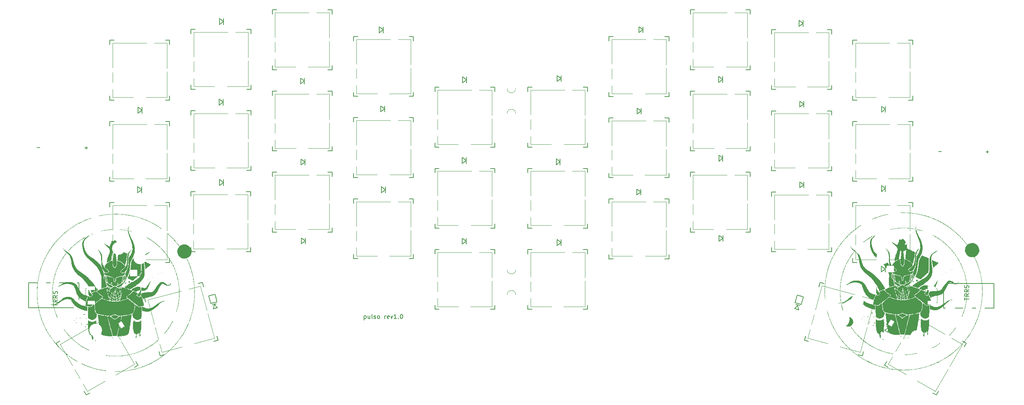
<source format=gto>
G04 #@! TF.GenerationSoftware,KiCad,Pcbnew,(6.0.9)*
G04 #@! TF.CreationDate,2023-01-06T00:22:53-03:00*
G04 #@! TF.ProjectId,pulso - hybrid -rev2,70756c73-6f20-42d2-9068-796272696420,0.3*
G04 #@! TF.SameCoordinates,Original*
G04 #@! TF.FileFunction,Legend,Top*
G04 #@! TF.FilePolarity,Positive*
%FSLAX46Y46*%
G04 Gerber Fmt 4.6, Leading zero omitted, Abs format (unit mm)*
G04 Created by KiCad (PCBNEW (6.0.9)) date 2023-01-06 00:22:53*
%MOMM*%
%LPD*%
G01*
G04 APERTURE LIST*
%ADD10C,0.150000*%
%ADD11C,0.300000*%
%ADD12C,0.120000*%
%ADD13C,0.100000*%
%ADD14C,2.500000*%
%ADD15C,3.000000*%
%ADD16C,1.701800*%
%ADD17C,4.000000*%
%ADD18C,0.100000*%
%ADD19C,1.900000*%
%ADD20C,1.700000*%
%ADD21C,3.987800*%
%ADD22R,1.800000X1.500000*%
%ADD23C,0.500000*%
%ADD24C,3.200000*%
%ADD25O,2.590000X1.790000*%
%ADD26O,2.580000X1.820000*%
%ADD27O,2.580000X1.810000*%
%ADD28O,2.580000X1.750000*%
%ADD29O,2.590000X1.780000*%
%ADD30O,2.580000X1.800000*%
%ADD31O,2.580000X1.830000*%
%ADD32O,2.490000X1.800000*%
%ADD33O,2.470000X1.810000*%
%ADD34O,2.450000X1.770000*%
%ADD35O,2.450000X1.730000*%
%ADD36O,2.430000X1.750000*%
%ADD37O,2.480000X1.800000*%
%ADD38O,2.490000X1.850000*%
%ADD39C,1.397000*%
%ADD40R,1.700000X0.900000*%
%ADD41C,1.200000*%
%ADD42C,0.900000*%
G04 APERTURE END LIST*
D10*
X116398809Y-119210714D02*
X116398809Y-120210714D01*
X116398809Y-119258333D02*
X116494047Y-119210714D01*
X116684523Y-119210714D01*
X116779761Y-119258333D01*
X116827380Y-119305952D01*
X116875000Y-119401190D01*
X116875000Y-119686904D01*
X116827380Y-119782142D01*
X116779761Y-119829761D01*
X116684523Y-119877380D01*
X116494047Y-119877380D01*
X116398809Y-119829761D01*
X117732142Y-119210714D02*
X117732142Y-119877380D01*
X117303571Y-119210714D02*
X117303571Y-119734523D01*
X117351190Y-119829761D01*
X117446428Y-119877380D01*
X117589285Y-119877380D01*
X117684523Y-119829761D01*
X117732142Y-119782142D01*
X118351190Y-119877380D02*
X118255952Y-119829761D01*
X118208333Y-119734523D01*
X118208333Y-118877380D01*
X118684523Y-119829761D02*
X118779761Y-119877380D01*
X118970238Y-119877380D01*
X119065476Y-119829761D01*
X119113095Y-119734523D01*
X119113095Y-119686904D01*
X119065476Y-119591666D01*
X118970238Y-119544047D01*
X118827380Y-119544047D01*
X118732142Y-119496428D01*
X118684523Y-119401190D01*
X118684523Y-119353571D01*
X118732142Y-119258333D01*
X118827380Y-119210714D01*
X118970238Y-119210714D01*
X119065476Y-119258333D01*
X119684523Y-119877380D02*
X119589285Y-119829761D01*
X119541666Y-119782142D01*
X119494047Y-119686904D01*
X119494047Y-119401190D01*
X119541666Y-119305952D01*
X119589285Y-119258333D01*
X119684523Y-119210714D01*
X119827380Y-119210714D01*
X119922619Y-119258333D01*
X119970238Y-119305952D01*
X120017857Y-119401190D01*
X120017857Y-119686904D01*
X119970238Y-119782142D01*
X119922619Y-119829761D01*
X119827380Y-119877380D01*
X119684523Y-119877380D01*
X121208333Y-119877380D02*
X121208333Y-119210714D01*
X121208333Y-119401190D02*
X121255952Y-119305952D01*
X121303571Y-119258333D01*
X121398809Y-119210714D01*
X121494047Y-119210714D01*
X122208333Y-119829761D02*
X122113095Y-119877380D01*
X121922619Y-119877380D01*
X121827380Y-119829761D01*
X121779761Y-119734523D01*
X121779761Y-119353571D01*
X121827380Y-119258333D01*
X121922619Y-119210714D01*
X122113095Y-119210714D01*
X122208333Y-119258333D01*
X122255952Y-119353571D01*
X122255952Y-119448809D01*
X121779761Y-119544047D01*
X122589285Y-119210714D02*
X122827380Y-119877380D01*
X123065476Y-119210714D01*
X123970238Y-119877380D02*
X123398809Y-119877380D01*
X123684523Y-119877380D02*
X123684523Y-118877380D01*
X123589285Y-119020238D01*
X123494047Y-119115476D01*
X123398809Y-119163095D01*
X124398809Y-119782142D02*
X124446428Y-119829761D01*
X124398809Y-119877380D01*
X124351190Y-119829761D01*
X124398809Y-119782142D01*
X124398809Y-119877380D01*
X125065476Y-118877380D02*
X125160714Y-118877380D01*
X125255952Y-118925000D01*
X125303571Y-118972619D01*
X125351190Y-119067857D01*
X125398809Y-119258333D01*
X125398809Y-119496428D01*
X125351190Y-119686904D01*
X125303571Y-119782142D01*
X125255952Y-119829761D01*
X125160714Y-119877380D01*
X125065476Y-119877380D01*
X124970238Y-119829761D01*
X124922619Y-119782142D01*
X124875000Y-119686904D01*
X124827380Y-119496428D01*
X124827380Y-119258333D01*
X124875000Y-119067857D01*
X124922619Y-118972619D01*
X124970238Y-118925000D01*
X125065476Y-118877380D01*
X51728500Y-79886500D02*
X51111500Y-79886500D01*
X262353500Y-80836500D02*
X261736500Y-80836500D01*
X262050000Y-81133500D02*
X262050000Y-80516500D01*
X40558500Y-79875000D02*
X39941500Y-79875000D01*
X51425000Y-80183500D02*
X51425000Y-79566500D01*
X251283500Y-80775000D02*
X250666500Y-80775000D01*
D11*
X240815494Y-112605502D02*
X240670351Y-112532930D01*
X240452637Y-112532930D01*
X240234923Y-112605502D01*
X240089780Y-112750644D01*
X240017208Y-112895787D01*
X239944637Y-113186073D01*
X239944637Y-113403787D01*
X240017208Y-113694073D01*
X240089780Y-113839216D01*
X240234923Y-113984359D01*
X240452637Y-114056930D01*
X240597780Y-114056930D01*
X240815494Y-113984359D01*
X240888066Y-113911787D01*
X240888066Y-113403787D01*
X240597780Y-113403787D01*
X241758923Y-112532930D02*
X241758923Y-112895787D01*
X241396066Y-112750644D02*
X241758923Y-112895787D01*
X242121780Y-112750644D01*
X241541208Y-113186073D02*
X241758923Y-112895787D01*
X241976637Y-113186073D01*
X242920066Y-112532930D02*
X242920066Y-112895787D01*
X242557208Y-112750644D02*
X242920066Y-112895787D01*
X243282923Y-112750644D01*
X242702351Y-113186073D02*
X242920066Y-112895787D01*
X243137780Y-113186073D01*
X244081208Y-112532930D02*
X244081208Y-112895787D01*
X243718351Y-112750644D02*
X244081208Y-112895787D01*
X244444066Y-112750644D01*
X243863494Y-113186073D02*
X244081208Y-112895787D01*
X244298923Y-113186073D01*
D10*
X43702380Y-116936904D02*
X43702380Y-116365476D01*
X44702380Y-116651190D02*
X43702380Y-116651190D01*
X44702380Y-115460714D02*
X44226190Y-115794047D01*
X44702380Y-116032142D02*
X43702380Y-116032142D01*
X43702380Y-115651190D01*
X43750000Y-115555952D01*
X43797619Y-115508333D01*
X43892857Y-115460714D01*
X44035714Y-115460714D01*
X44130952Y-115508333D01*
X44178571Y-115555952D01*
X44226190Y-115651190D01*
X44226190Y-116032142D01*
X44702380Y-114460714D02*
X44226190Y-114794047D01*
X44702380Y-115032142D02*
X43702380Y-115032142D01*
X43702380Y-114651190D01*
X43750000Y-114555952D01*
X43797619Y-114508333D01*
X43892857Y-114460714D01*
X44035714Y-114460714D01*
X44130952Y-114508333D01*
X44178571Y-114555952D01*
X44226190Y-114651190D01*
X44226190Y-115032142D01*
X44654761Y-114079761D02*
X44702380Y-113936904D01*
X44702380Y-113698809D01*
X44654761Y-113603571D01*
X44607142Y-113555952D01*
X44511904Y-113508333D01*
X44416666Y-113508333D01*
X44321428Y-113555952D01*
X44273809Y-113603571D01*
X44226190Y-113698809D01*
X44178571Y-113889285D01*
X44130952Y-113984523D01*
X44083333Y-114032142D01*
X43988095Y-114079761D01*
X43892857Y-114079761D01*
X43797619Y-114032142D01*
X43750000Y-113984523D01*
X43702380Y-113889285D01*
X43702380Y-113651190D01*
X43750000Y-113508333D01*
X256727380Y-115561904D02*
X256727380Y-114990476D01*
X257727380Y-115276190D02*
X256727380Y-115276190D01*
X257727380Y-114085714D02*
X257251190Y-114419047D01*
X257727380Y-114657142D02*
X256727380Y-114657142D01*
X256727380Y-114276190D01*
X256775000Y-114180952D01*
X256822619Y-114133333D01*
X256917857Y-114085714D01*
X257060714Y-114085714D01*
X257155952Y-114133333D01*
X257203571Y-114180952D01*
X257251190Y-114276190D01*
X257251190Y-114657142D01*
X257727380Y-113085714D02*
X257251190Y-113419047D01*
X257727380Y-113657142D02*
X256727380Y-113657142D01*
X256727380Y-113276190D01*
X256775000Y-113180952D01*
X256822619Y-113133333D01*
X256917857Y-113085714D01*
X257060714Y-113085714D01*
X257155952Y-113133333D01*
X257203571Y-113180952D01*
X257251190Y-113276190D01*
X257251190Y-113657142D01*
X257679761Y-112704761D02*
X257727380Y-112561904D01*
X257727380Y-112323809D01*
X257679761Y-112228571D01*
X257632142Y-112180952D01*
X257536904Y-112133333D01*
X257441666Y-112133333D01*
X257346428Y-112180952D01*
X257298809Y-112228571D01*
X257251190Y-112323809D01*
X257203571Y-112514285D01*
X257155952Y-112609523D01*
X257108333Y-112657142D01*
X257013095Y-112704761D01*
X256917857Y-112704761D01*
X256822619Y-112657142D01*
X256775000Y-112609523D01*
X256727380Y-112514285D01*
X256727380Y-112276190D01*
X256775000Y-112133333D01*
D11*
X56690494Y-112930502D02*
X56545351Y-112857930D01*
X56327637Y-112857930D01*
X56109923Y-112930502D01*
X55964780Y-113075644D01*
X55892208Y-113220787D01*
X55819637Y-113511073D01*
X55819637Y-113728787D01*
X55892208Y-114019073D01*
X55964780Y-114164216D01*
X56109923Y-114309359D01*
X56327637Y-114381930D01*
X56472780Y-114381930D01*
X56690494Y-114309359D01*
X56763066Y-114236787D01*
X56763066Y-113728787D01*
X56472780Y-113728787D01*
X57633923Y-112857930D02*
X57633923Y-113220787D01*
X57271066Y-113075644D02*
X57633923Y-113220787D01*
X57996780Y-113075644D01*
X57416208Y-113511073D02*
X57633923Y-113220787D01*
X57851637Y-113511073D01*
X58795066Y-112857930D02*
X58795066Y-113220787D01*
X58432208Y-113075644D02*
X58795066Y-113220787D01*
X59157923Y-113075644D01*
X58577351Y-113511073D02*
X58795066Y-113220787D01*
X59012780Y-113511073D01*
X59956208Y-112857930D02*
X59956208Y-113220787D01*
X59593351Y-113075644D02*
X59956208Y-113220787D01*
X60319066Y-113075644D01*
X59738494Y-113511073D02*
X59956208Y-113220787D01*
X60173923Y-113511073D01*
D10*
X167625000Y-79725000D02*
X168625000Y-79725000D01*
X168625000Y-65725000D02*
X168625000Y-66725000D01*
X154625000Y-79725000D02*
X154625000Y-78725000D01*
X154625000Y-79725000D02*
X155625000Y-79725000D01*
X154625000Y-66725000D02*
X154625000Y-65725000D01*
D12*
X167975000Y-79075000D02*
X155275000Y-79075000D01*
D10*
X168625000Y-65725000D02*
X167625000Y-65725000D01*
D12*
X155275000Y-79075000D02*
X155275000Y-66375000D01*
D10*
X168625000Y-78725000D02*
X168625000Y-79725000D01*
D12*
X167975000Y-66375000D02*
X167975000Y-79075000D01*
X155275000Y-66375000D02*
X167975000Y-66375000D01*
D10*
X155625000Y-65725000D02*
X154625000Y-65725000D01*
X225650000Y-71250000D02*
X225650000Y-72250000D01*
D12*
X225000000Y-71900000D02*
X225000000Y-84600000D01*
X212300000Y-84600000D02*
X212300000Y-71900000D01*
D10*
X211650000Y-85250000D02*
X212650000Y-85250000D01*
X212650000Y-71250000D02*
X211650000Y-71250000D01*
D12*
X225000000Y-84600000D02*
X212300000Y-84600000D01*
D10*
X224650000Y-85250000D02*
X225650000Y-85250000D01*
X211650000Y-72250000D02*
X211650000Y-71250000D01*
D12*
X212300000Y-71900000D02*
X225000000Y-71900000D01*
D10*
X225650000Y-71250000D02*
X224650000Y-71250000D01*
X211650000Y-85250000D02*
X211650000Y-84250000D01*
X225650000Y-84250000D02*
X225650000Y-85250000D01*
X64375000Y-90425000D02*
X64375000Y-89025000D01*
X63475000Y-89025000D02*
X64375000Y-89725000D01*
X64375000Y-89725000D02*
X63475000Y-90425000D01*
X63475000Y-90425000D02*
X63475000Y-89025000D01*
X168625000Y-103725000D02*
X167625000Y-103725000D01*
D12*
X167975000Y-117075000D02*
X155275000Y-117075000D01*
D10*
X154625000Y-117725000D02*
X155625000Y-117725000D01*
X155625000Y-103725000D02*
X154625000Y-103725000D01*
D12*
X155275000Y-117075000D02*
X155275000Y-104375000D01*
D10*
X167625000Y-117725000D02*
X168625000Y-117725000D01*
X168625000Y-103725000D02*
X168625000Y-104725000D01*
D12*
X155275000Y-104375000D02*
X167975000Y-104375000D01*
X167975000Y-104375000D02*
X167975000Y-117075000D01*
D10*
X154625000Y-104725000D02*
X154625000Y-103725000D01*
X154625000Y-117725000D02*
X154625000Y-116725000D01*
X168625000Y-116725000D02*
X168625000Y-117725000D01*
X219150000Y-69675000D02*
X218250000Y-70375000D01*
X218250000Y-70375000D02*
X218250000Y-68975000D01*
X218250000Y-68975000D02*
X219150000Y-69675000D01*
X219150000Y-70375000D02*
X219150000Y-68975000D01*
D13*
X149800000Y-66029000D02*
G75*
G03*
X151800000Y-66029000I1000000J0D01*
G01*
X151800000Y-71871000D02*
G75*
G03*
X149800000Y-71871000I-1000000J0D01*
G01*
D12*
X70290000Y-87083000D02*
X57590000Y-87083000D01*
D10*
X70940000Y-86733000D02*
X70940000Y-87733000D01*
X70940000Y-73733000D02*
X70940000Y-74733000D01*
X56940000Y-87733000D02*
X56940000Y-86733000D01*
X69940000Y-87733000D02*
X70940000Y-87733000D01*
X70940000Y-73733000D02*
X69940000Y-73733000D01*
D12*
X57590000Y-87083000D02*
X57590000Y-74383000D01*
X70290000Y-74383000D02*
X70290000Y-87083000D01*
D10*
X56940000Y-87733000D02*
X57940000Y-87733000D01*
D12*
X57590000Y-74383000D02*
X70290000Y-74383000D01*
D10*
X56940000Y-74733000D02*
X56940000Y-73733000D01*
X57940000Y-73733000D02*
X56940000Y-73733000D01*
X102625000Y-102375000D02*
X102625000Y-100975000D01*
X102625000Y-101675000D02*
X101725000Y-102375000D01*
X101725000Y-100975000D02*
X102625000Y-101675000D01*
X101725000Y-102375000D02*
X101725000Y-100975000D01*
X224650000Y-66250000D02*
X225650000Y-66250000D01*
X211650000Y-66250000D02*
X212650000Y-66250000D01*
D12*
X212300000Y-65600000D02*
X212300000Y-52900000D01*
X212300000Y-52900000D02*
X225000000Y-52900000D01*
D10*
X225650000Y-52250000D02*
X224650000Y-52250000D01*
X211650000Y-53250000D02*
X211650000Y-52250000D01*
X225650000Y-65250000D02*
X225650000Y-66250000D01*
X225650000Y-52250000D02*
X225650000Y-53250000D01*
D12*
X225000000Y-52900000D02*
X225000000Y-65600000D01*
D10*
X211650000Y-66250000D02*
X211650000Y-65250000D01*
D12*
X225000000Y-65600000D02*
X212300000Y-65600000D01*
D10*
X212650000Y-52250000D02*
X211650000Y-52250000D01*
X120275000Y-70075000D02*
X121175000Y-70775000D01*
X120275000Y-71475000D02*
X120275000Y-70075000D01*
X121175000Y-70775000D02*
X120275000Y-71475000D01*
X121175000Y-71475000D02*
X121175000Y-70075000D01*
D12*
X231255000Y-93383000D02*
X243955000Y-93383000D01*
D10*
X244605000Y-105733000D02*
X244605000Y-106733000D01*
D12*
X243955000Y-106083000D02*
X231255000Y-106083000D01*
D10*
X231605000Y-92733000D02*
X230605000Y-92733000D01*
X243605000Y-106733000D02*
X244605000Y-106733000D01*
D12*
X243955000Y-93383000D02*
X243955000Y-106083000D01*
D10*
X230605000Y-106733000D02*
X230605000Y-105733000D01*
X230605000Y-106733000D02*
X231605000Y-106733000D01*
D12*
X231255000Y-106083000D02*
X231255000Y-93383000D01*
D10*
X244605000Y-92733000D02*
X243605000Y-92733000D01*
X230605000Y-93733000D02*
X230605000Y-92733000D01*
X244605000Y-92733000D02*
X244605000Y-93733000D01*
X108920000Y-47625000D02*
X107920000Y-47625000D01*
X94920000Y-48625000D02*
X94920000Y-47625000D01*
X94920000Y-61625000D02*
X94920000Y-60625000D01*
D12*
X95570000Y-48275000D02*
X108270000Y-48275000D01*
X108270000Y-48275000D02*
X108270000Y-60975000D01*
D10*
X108920000Y-60625000D02*
X108920000Y-61625000D01*
X95920000Y-47625000D02*
X94920000Y-47625000D01*
D12*
X108270000Y-60975000D02*
X95570000Y-60975000D01*
D10*
X94920000Y-61625000D02*
X95920000Y-61625000D01*
D12*
X95570000Y-60975000D02*
X95570000Y-48275000D01*
D10*
X107920000Y-61625000D02*
X108920000Y-61625000D01*
X108920000Y-47625000D02*
X108920000Y-48625000D01*
X64475000Y-71800000D02*
X64475000Y-70400000D01*
X63575000Y-70400000D02*
X64475000Y-71100000D01*
X63575000Y-71800000D02*
X63575000Y-70400000D01*
X64475000Y-71100000D02*
X63575000Y-71800000D01*
X237325000Y-70150000D02*
X238225000Y-70850000D01*
X238225000Y-71550000D02*
X238225000Y-70150000D01*
X238225000Y-70850000D02*
X237325000Y-71550000D01*
X237325000Y-71550000D02*
X237325000Y-70150000D01*
D12*
X89270000Y-65543000D02*
X76570000Y-65543000D01*
X76570000Y-65543000D02*
X76570000Y-52843000D01*
D10*
X76920000Y-52193000D02*
X75920000Y-52193000D01*
X75920000Y-66193000D02*
X75920000Y-65193000D01*
D12*
X89270000Y-52843000D02*
X89270000Y-65543000D01*
D10*
X89920000Y-65193000D02*
X89920000Y-66193000D01*
X75920000Y-53193000D02*
X75920000Y-52193000D01*
X75920000Y-66193000D02*
X76920000Y-66193000D01*
X89920000Y-52193000D02*
X88920000Y-52193000D01*
X88920000Y-66193000D02*
X89920000Y-66193000D01*
D12*
X76570000Y-52843000D02*
X89270000Y-52843000D01*
D10*
X89920000Y-52193000D02*
X89920000Y-53193000D01*
X101675000Y-82525000D02*
X102575000Y-83225000D01*
X102575000Y-83925000D02*
X102575000Y-82525000D01*
X101675000Y-83925000D02*
X101675000Y-82525000D01*
X102575000Y-83225000D02*
X101675000Y-83925000D01*
D12*
X108270000Y-86275000D02*
X108270000Y-98975000D01*
D10*
X107920000Y-99625000D02*
X108920000Y-99625000D01*
D12*
X95570000Y-86275000D02*
X108270000Y-86275000D01*
D10*
X108920000Y-85625000D02*
X108920000Y-86625000D01*
X108920000Y-98625000D02*
X108920000Y-99625000D01*
D12*
X95570000Y-98975000D02*
X95570000Y-86275000D01*
D10*
X94920000Y-99625000D02*
X95920000Y-99625000D01*
X94920000Y-99625000D02*
X94920000Y-98625000D01*
X95920000Y-85625000D02*
X94920000Y-85625000D01*
X108920000Y-85625000D02*
X107920000Y-85625000D01*
D12*
X108270000Y-98975000D02*
X95570000Y-98975000D01*
D10*
X94920000Y-86625000D02*
X94920000Y-85625000D01*
D12*
X174277500Y-54537500D02*
X186977500Y-54537500D01*
D10*
X187627500Y-53887500D02*
X186627500Y-53887500D01*
X186627500Y-67887500D02*
X187627500Y-67887500D01*
X173627500Y-67887500D02*
X174627500Y-67887500D01*
D12*
X174277500Y-67237500D02*
X174277500Y-54537500D01*
X186977500Y-54537500D02*
X186977500Y-67237500D01*
X186977500Y-67237500D02*
X174277500Y-67237500D01*
D10*
X187627500Y-53887500D02*
X187627500Y-54887500D01*
X173627500Y-54887500D02*
X173627500Y-53887500D01*
X187627500Y-66887500D02*
X187627500Y-67887500D01*
X174627500Y-53887500D02*
X173627500Y-53887500D01*
X173627500Y-67887500D02*
X173627500Y-66887500D01*
G36*
X230329166Y-121914872D02*
G01*
X230388557Y-121994370D01*
X230414694Y-122077766D01*
X230407730Y-122107669D01*
X230353997Y-122148429D01*
X230290765Y-122103586D01*
X230261293Y-122061165D01*
X230210094Y-121949299D01*
X230225361Y-121888597D01*
X230262149Y-121879445D01*
X230329166Y-121914872D01*
G37*
G36*
X226242524Y-122130946D02*
G01*
X226305402Y-122189575D01*
X226343651Y-122265795D01*
X226343102Y-122304910D01*
X226296145Y-122360688D01*
X226233314Y-122338571D01*
X226185044Y-122267083D01*
X226156580Y-122171322D01*
X226184111Y-122123165D01*
X226242524Y-122130946D01*
G37*
G36*
X235301036Y-100491672D02*
G01*
X235254398Y-100553244D01*
X235181754Y-100611384D01*
X235134190Y-100618486D01*
X235100262Y-100631993D01*
X235094965Y-100663237D01*
X235058996Y-100738140D01*
X235007389Y-100779100D01*
X234918059Y-100820010D01*
X234870671Y-100812152D01*
X234844083Y-100777681D01*
X234826398Y-100725234D01*
X234830092Y-100717824D01*
X234901437Y-100672937D01*
X235012347Y-100609900D01*
X235134478Y-100543958D01*
X235239486Y-100490358D01*
X235299025Y-100464343D01*
X235302469Y-100463759D01*
X235301036Y-100491672D01*
G37*
G36*
X257356904Y-112593025D02*
G01*
X257370901Y-112688358D01*
X257350652Y-112796193D01*
X257302986Y-112824187D01*
X257249068Y-112783691D01*
X257235072Y-112688358D01*
X257255320Y-112580523D01*
X257302986Y-112552529D01*
X257356904Y-112593025D01*
G37*
G36*
X227198312Y-123712934D02*
G01*
X227270029Y-123767254D01*
X227307046Y-123846081D01*
X227307442Y-123854508D01*
X227278822Y-123909104D01*
X227214306Y-123908338D01*
X227145912Y-123856743D01*
X227127808Y-123829074D01*
X227104630Y-123743807D01*
X227128198Y-123711985D01*
X227198312Y-123712934D01*
G37*
G36*
X239215107Y-124347003D02*
G01*
X239192469Y-124369641D01*
X239169831Y-124347003D01*
X239192469Y-124324365D01*
X239215107Y-124347003D01*
G37*
G36*
X235901144Y-130652622D02*
G01*
X235957272Y-130670548D01*
X236047027Y-130716546D01*
X236079746Y-130763740D01*
X236078952Y-130767234D01*
X236022578Y-130825579D01*
X235923891Y-130808539D01*
X235898619Y-130795165D01*
X235832863Y-130728839D01*
X235819385Y-130685790D01*
X235836149Y-130647246D01*
X235901144Y-130652622D01*
G37*
G36*
X228839200Y-119199053D02*
G01*
X228874644Y-119290746D01*
X228875676Y-119295748D01*
X228906793Y-119401430D01*
X228942643Y-119460397D01*
X228943237Y-119460778D01*
X228982102Y-119517966D01*
X228947200Y-119564030D01*
X228910978Y-119570354D01*
X228858172Y-119544029D01*
X228857212Y-119516589D01*
X228841878Y-119447597D01*
X228790241Y-119377930D01*
X228727784Y-119281030D01*
X228743014Y-119204159D01*
X228793425Y-119173126D01*
X228839200Y-119199053D01*
G37*
G36*
X250890989Y-101205311D02*
G01*
X250930366Y-101269863D01*
X250913017Y-101325493D01*
X250848655Y-101339715D01*
X250756491Y-101283903D01*
X250686025Y-101220322D01*
X250683136Y-101186387D01*
X250730115Y-101162714D01*
X250815271Y-101161614D01*
X250890989Y-101205311D01*
G37*
G36*
X243838911Y-131853472D02*
G01*
X243878564Y-131885331D01*
X243878565Y-131885506D01*
X243846828Y-131929494D01*
X243836992Y-131930782D01*
X243760142Y-131945718D01*
X243729644Y-131956022D01*
X243660093Y-131943343D01*
X243636809Y-131910746D01*
X243638369Y-131859798D01*
X243707834Y-131841110D01*
X243744158Y-131840230D01*
X243838911Y-131853472D01*
G37*
G36*
X240739409Y-113835357D02*
G01*
X240744828Y-113889090D01*
X240739409Y-113895726D01*
X240712493Y-113889511D01*
X240709225Y-113865542D01*
X240725791Y-113828274D01*
X240739409Y-113835357D01*
G37*
G36*
X229593895Y-126588180D02*
G01*
X229647633Y-126678921D01*
X229632504Y-126726148D01*
X229569398Y-126733452D01*
X229503343Y-126678732D01*
X229449605Y-126587991D01*
X229464734Y-126540764D01*
X229527840Y-126533460D01*
X229593895Y-126588180D01*
G37*
G36*
X233943184Y-129776416D02*
G01*
X234056397Y-129828427D01*
X234221023Y-129906539D01*
X234422182Y-130003739D01*
X234520616Y-130051816D01*
X234736666Y-130155822D01*
X234926436Y-130243690D01*
X235073968Y-130308297D01*
X235163301Y-130342515D01*
X235179772Y-130346112D01*
X235222469Y-130377146D01*
X235220418Y-130399878D01*
X235167919Y-130457651D01*
X235060159Y-130455650D01*
X235038369Y-130450449D01*
X234971061Y-130401213D01*
X234959136Y-130362758D01*
X234936130Y-130318642D01*
X234913454Y-130323724D01*
X234826401Y-130336197D01*
X234736915Y-130298520D01*
X234687978Y-130230636D01*
X234686785Y-130218551D01*
X234673992Y-130174176D01*
X234652828Y-130193264D01*
X234589907Y-130222183D01*
X234504824Y-130199594D01*
X234434989Y-130142183D01*
X234415127Y-130087232D01*
X234406144Y-130036241D01*
X234375609Y-130067810D01*
X234313249Y-130099139D01*
X234230970Y-130074724D01*
X234162549Y-130011733D01*
X234140588Y-129948351D01*
X234128419Y-129907654D01*
X234114955Y-129924971D01*
X234065549Y-129950873D01*
X233984829Y-129931735D01*
X233908586Y-129883320D01*
X233872605Y-129821394D01*
X233872505Y-129818167D01*
X233886776Y-129762596D01*
X233896266Y-129757520D01*
X233943184Y-129776416D01*
G37*
G36*
X242270596Y-118726273D02*
G01*
X242403039Y-118769287D01*
X242576983Y-118832130D01*
X242712725Y-118884309D01*
X243154194Y-119058158D01*
X242730575Y-119358448D01*
X242556131Y-119480251D01*
X242404746Y-119582530D01*
X242293918Y-119653678D01*
X242243831Y-119681321D01*
X242184494Y-119664929D01*
X242069433Y-119603630D01*
X241915168Y-119507113D01*
X241738218Y-119385066D01*
X241736207Y-119383618D01*
X241566495Y-119259472D01*
X241429105Y-119155409D01*
X241337688Y-119082028D01*
X241305894Y-119049928D01*
X241306082Y-119049625D01*
X241361575Y-119020353D01*
X241479375Y-118970074D01*
X241636283Y-118907584D01*
X241809100Y-118841684D01*
X241974627Y-118781171D01*
X242109665Y-118734844D01*
X242191015Y-118711503D01*
X242200822Y-118710283D01*
X242270596Y-118726273D01*
G37*
G36*
X240702870Y-102951696D02*
G01*
X240458638Y-102700231D01*
X240254841Y-102504839D01*
X240067073Y-102325147D01*
X239906630Y-102166781D01*
X239783481Y-102039985D01*
X239707597Y-101955003D01*
X239688129Y-101922526D01*
X239735421Y-101930206D01*
X239796364Y-101973877D01*
X239864522Y-102023906D01*
X239994101Y-102109181D01*
X240168447Y-102219079D01*
X240370905Y-102342977D01*
X240441829Y-102385593D01*
X241003521Y-102721495D01*
X241026159Y-102600024D01*
X241057386Y-102508430D01*
X241122606Y-102362455D01*
X241210647Y-102186207D01*
X241265304Y-102084086D01*
X241364286Y-101899395D01*
X241422902Y-101774631D01*
X241446967Y-101691828D01*
X241442295Y-101633022D01*
X241423771Y-101594417D01*
X241392160Y-101518826D01*
X241421045Y-101457925D01*
X241472619Y-101411612D01*
X241603472Y-101335317D01*
X241719585Y-101342767D01*
X241807686Y-101402629D01*
X241870473Y-101450348D01*
X241917147Y-101440124D01*
X241980224Y-101363644D01*
X241984814Y-101357353D01*
X242104094Y-101249478D01*
X242243456Y-101227614D01*
X242404705Y-101292041D01*
X242589643Y-101443037D01*
X242599363Y-101452683D01*
X242732209Y-101612029D01*
X242836126Y-101787309D01*
X242905615Y-101960821D01*
X242935174Y-102114859D01*
X242919306Y-102231721D01*
X242859849Y-102291184D01*
X242810470Y-102351274D01*
X242792780Y-102453731D01*
X242807246Y-102556741D01*
X242854335Y-102618491D01*
X242856191Y-102619244D01*
X242936537Y-102613692D01*
X243039700Y-102565764D01*
X243040012Y-102565561D01*
X243127747Y-102515415D01*
X243183093Y-102518492D01*
X243235296Y-102562939D01*
X243272609Y-102619211D01*
X243295417Y-102709604D01*
X243306460Y-102852921D01*
X243308495Y-103065259D01*
X243305973Y-103491858D01*
X244214818Y-103906617D01*
X244481482Y-104029102D01*
X244720656Y-104140466D01*
X244919913Y-104234799D01*
X245066826Y-104306192D01*
X245148966Y-104348735D01*
X245161256Y-104356666D01*
X245168888Y-104415946D01*
X245147416Y-104529181D01*
X245121819Y-104612439D01*
X245084068Y-104762793D01*
X245051344Y-104970454D01*
X245028496Y-105202177D01*
X245023595Y-105285684D01*
X244984731Y-105685402D01*
X244906952Y-106021727D01*
X244895988Y-106055381D01*
X244834409Y-106259530D01*
X244770722Y-106503927D01*
X244717620Y-106739486D01*
X244712602Y-106764622D01*
X244635629Y-107156929D01*
X244463681Y-106928087D01*
X244156076Y-106593456D01*
X243779006Y-106313660D01*
X243337594Y-106092190D01*
X243120188Y-106012768D01*
X242961415Y-105947724D01*
X242888991Y-105884004D01*
X242883256Y-105859318D01*
X242888477Y-105793456D01*
X242902647Y-105651966D01*
X242924230Y-105449162D01*
X242951692Y-105199359D01*
X242983499Y-104916874D01*
X242995678Y-104810283D01*
X243028550Y-104522132D01*
X243057662Y-104263955D01*
X243081498Y-104049446D01*
X243098541Y-103892302D01*
X243107275Y-103806218D01*
X243108100Y-103794993D01*
X243080735Y-103791851D01*
X243013210Y-103840863D01*
X243006997Y-103846479D01*
X242908039Y-103922624D01*
X242787157Y-103996361D01*
X242667304Y-104056484D01*
X242571431Y-104091788D01*
X242522490Y-104091067D01*
X242520277Y-104084111D01*
X242493109Y-104055125D01*
X242478529Y-104061043D01*
X242458909Y-104120541D01*
X242453684Y-104258164D01*
X242462171Y-104462747D01*
X242483688Y-104723127D01*
X242517554Y-105028139D01*
X242554712Y-105308322D01*
X242584473Y-105568679D01*
X242608956Y-105878313D01*
X242625397Y-106195985D01*
X242631010Y-106446913D01*
X242633467Y-107064827D01*
X242452362Y-107326730D01*
X242355418Y-107459380D01*
X242272950Y-107558826D01*
X242222289Y-107604228D01*
X242221259Y-107604597D01*
X242172092Y-107578344D01*
X242092121Y-107494131D01*
X242002772Y-107375921D01*
X241905870Y-107216703D01*
X241828285Y-107056093D01*
X241794088Y-106955541D01*
X241776573Y-106808295D01*
X241771806Y-106590977D01*
X241778910Y-106323040D01*
X241797008Y-106023933D01*
X241825223Y-105713108D01*
X241862679Y-105410016D01*
X241864278Y-105398875D01*
X241897181Y-105147397D01*
X241924983Y-104890006D01*
X241946725Y-104641999D01*
X241961446Y-104418670D01*
X241968189Y-104235315D01*
X241965994Y-104107231D01*
X241953902Y-104049711D01*
X241948978Y-104048214D01*
X241882465Y-104037243D01*
X241809964Y-104004829D01*
X241749713Y-103978031D01*
X241715752Y-103995785D01*
X241694135Y-104075353D01*
X241680576Y-104164996D01*
X241658220Y-104305074D01*
X241623519Y-104501446D01*
X241582296Y-104721697D01*
X241560609Y-104832921D01*
X241516930Y-105073680D01*
X241477318Y-105327628D01*
X241448189Y-105552337D01*
X241440977Y-105623772D01*
X241411008Y-105961860D01*
X241055986Y-106110350D01*
X240873652Y-106191053D01*
X240708730Y-106271805D01*
X240591138Y-106337774D01*
X240573596Y-106349535D01*
X240478647Y-106410803D01*
X240416095Y-106439860D01*
X240412534Y-106440230D01*
X240397354Y-106399135D01*
X240394701Y-106290243D01*
X240402612Y-106135142D01*
X240419124Y-105955421D01*
X240442271Y-105772668D01*
X240470090Y-105608470D01*
X240499028Y-105489428D01*
X240538674Y-105374086D01*
X240604271Y-105195990D01*
X240687827Y-104976334D01*
X240781348Y-104736314D01*
X240817033Y-104646192D01*
X240944803Y-104308843D01*
X241030942Y-104027617D01*
X241071614Y-103787894D01*
X241062981Y-103575059D01*
X241001204Y-103374493D01*
X240927320Y-103248251D01*
X241478922Y-103248251D01*
X241501560Y-103270889D01*
X241524198Y-103248251D01*
X241501560Y-103225613D01*
X241478922Y-103248251D01*
X240927320Y-103248251D01*
X240882447Y-103171578D01*
X240702870Y-102951696D01*
G37*
G36*
X256030943Y-100987280D02*
G01*
X256107141Y-101034665D01*
X256162512Y-101099266D01*
X256167339Y-101148954D01*
X256112032Y-101185688D01*
X256033893Y-101142514D01*
X255994042Y-101102122D01*
X255946126Y-101024834D01*
X255967239Y-100984496D01*
X256030943Y-100987280D01*
G37*
G36*
X240596518Y-98766875D02*
G01*
X240618672Y-98811174D01*
X240579314Y-98865796D01*
X240505482Y-98879089D01*
X240414445Y-98855474D01*
X240392291Y-98811174D01*
X240431650Y-98756552D01*
X240505482Y-98743260D01*
X240596518Y-98766875D01*
G37*
G36*
X250171970Y-110401905D02*
G01*
X250149332Y-110424543D01*
X250126694Y-110401905D01*
X250149332Y-110379267D01*
X250171970Y-110401905D01*
G37*
G36*
X260289269Y-108674392D02*
G01*
X260344716Y-108735546D01*
X260356904Y-108828230D01*
X260320645Y-108903013D01*
X260313775Y-108907840D01*
X260267965Y-108891615D01*
X260221955Y-108813680D01*
X260193374Y-108703440D01*
X260220453Y-108661102D01*
X260289269Y-108674392D01*
G37*
G36*
X232468940Y-121268215D02*
G01*
X232446302Y-121290854D01*
X232423664Y-121268215D01*
X232446302Y-121245577D01*
X232468940Y-121268215D01*
G37*
G36*
X237621864Y-99502369D02*
G01*
X237620559Y-99519952D01*
X237567563Y-99578760D01*
X237480422Y-99614731D01*
X237401075Y-99614690D01*
X237377058Y-99596455D01*
X237382418Y-99534852D01*
X237409574Y-99508588D01*
X237498335Y-99474316D01*
X237580302Y-99472847D01*
X237621864Y-99502369D01*
G37*
G36*
X244919994Y-98827744D02*
G01*
X244955215Y-98873263D01*
X244917127Y-98912201D01*
X244833141Y-98924365D01*
X244725636Y-98906514D01*
X244693539Y-98853443D01*
X244723561Y-98801736D01*
X244814557Y-98796848D01*
X244919994Y-98827744D01*
G37*
G36*
X227418931Y-123987226D02*
G01*
X227465781Y-124071050D01*
X227472866Y-124117792D01*
X227427477Y-124170998D01*
X227360302Y-124147684D01*
X227314690Y-124092764D01*
X227281875Y-123998011D01*
X227303276Y-123939046D01*
X227359728Y-123935270D01*
X227418931Y-123987226D01*
G37*
G36*
X239777344Y-95278048D02*
G01*
X239789130Y-95324093D01*
X239733396Y-95369402D01*
X239675643Y-95384644D01*
X239593955Y-95371884D01*
X239577318Y-95328049D01*
X239616372Y-95270367D01*
X239694281Y-95256985D01*
X239777344Y-95278048D01*
G37*
G36*
X224215362Y-111505257D02*
G01*
X224228655Y-111579089D01*
X224205039Y-111670125D01*
X224160740Y-111692280D01*
X224106118Y-111652921D01*
X224092826Y-111579089D01*
X224116441Y-111488052D01*
X224160740Y-111465898D01*
X224215362Y-111505257D01*
G37*
G36*
X250189948Y-126148955D02*
G01*
X250245726Y-126195912D01*
X250223609Y-126258743D01*
X250152121Y-126307013D01*
X250056361Y-126335477D01*
X250008203Y-126307946D01*
X250015984Y-126249533D01*
X250074613Y-126186655D01*
X250150833Y-126148406D01*
X250189948Y-126148955D01*
G37*
G36*
X240938755Y-112464219D02*
G01*
X241033368Y-112537656D01*
X241091242Y-112593671D01*
X241093941Y-112597591D01*
X241097863Y-112662023D01*
X241080949Y-112776750D01*
X241051238Y-112906529D01*
X241016769Y-113016120D01*
X240986199Y-113069921D01*
X240939282Y-113052512D01*
X240848413Y-112988925D01*
X240767176Y-112922003D01*
X240576976Y-112756272D01*
X240808814Y-112371692D01*
X240938755Y-112464219D01*
G37*
G36*
X240012283Y-106830718D02*
G01*
X239962166Y-106892993D01*
X239894129Y-106959953D01*
X239857579Y-106983545D01*
X239866773Y-106955267D01*
X239916890Y-106892993D01*
X239984927Y-106826032D01*
X240021477Y-106802440D01*
X240012283Y-106830718D01*
G37*
G36*
X228975199Y-107460790D02*
G01*
X228971962Y-107541600D01*
X228955183Y-107591072D01*
X228906994Y-107645666D01*
X228843159Y-107662603D01*
X228803215Y-107634150D01*
X228801560Y-107621116D01*
X228826612Y-107514734D01*
X228886309Y-107445604D01*
X228919595Y-107436308D01*
X228975199Y-107460790D01*
G37*
G36*
X251630391Y-101749385D02*
G01*
X251689844Y-101805401D01*
X251697333Y-101841502D01*
X251645853Y-101895786D01*
X251565322Y-101874175D01*
X251512686Y-101827644D01*
X251465626Y-101749370D01*
X251480191Y-101711818D01*
X251547663Y-101710521D01*
X251630391Y-101749385D01*
G37*
G36*
X243488362Y-128283651D02*
G01*
X243516355Y-128331317D01*
X243475859Y-128385235D01*
X243380526Y-128399231D01*
X243272691Y-128378983D01*
X243244697Y-128331317D01*
X243285194Y-128277399D01*
X243380526Y-128263403D01*
X243488362Y-128283651D01*
G37*
G36*
X260798699Y-111088434D02*
G01*
X260803587Y-111179430D01*
X260772691Y-111284867D01*
X260727172Y-111320087D01*
X260688234Y-111282000D01*
X260676070Y-111198013D01*
X260693921Y-111090508D01*
X260746992Y-111058411D01*
X260798699Y-111088434D01*
G37*
G36*
X241303602Y-114868806D02*
G01*
X241405585Y-114936779D01*
X241490272Y-114997136D01*
X241632443Y-115105517D01*
X241712352Y-115187920D01*
X241745974Y-115263965D01*
X241750580Y-115316875D01*
X241742988Y-115398808D01*
X241706670Y-115437285D01*
X241621314Y-115439902D01*
X241482242Y-115417211D01*
X241302581Y-115355369D01*
X241199416Y-115248739D01*
X241169833Y-115092133D01*
X241200490Y-114915410D01*
X241218818Y-114863131D01*
X241247268Y-114845926D01*
X241303602Y-114868806D01*
G37*
G36*
X240358627Y-109634499D02*
G01*
X240474950Y-109657775D01*
X240641878Y-109695457D01*
X240840984Y-109743022D01*
X241053839Y-109795944D01*
X241262015Y-109849699D01*
X241447084Y-109899762D01*
X241590618Y-109941609D01*
X241626046Y-109952950D01*
X241784458Y-110018460D01*
X241887728Y-110101962D01*
X241946824Y-110222723D01*
X241972718Y-110400014D01*
X241976961Y-110569403D01*
X241979377Y-110749390D01*
X241990644Y-110861904D01*
X242016795Y-110929980D01*
X242063862Y-110976653D01*
X242087935Y-110993208D01*
X242204146Y-111039231D01*
X242288881Y-111037365D01*
X242371081Y-110968661D01*
X242432260Y-110838062D01*
X242463392Y-110673427D01*
X242457780Y-110516136D01*
X242452382Y-110360854D01*
X242476214Y-110214613D01*
X242479164Y-110205681D01*
X242525284Y-110125450D01*
X242610693Y-110053404D01*
X242745666Y-109985198D01*
X242940475Y-109916486D01*
X243205394Y-109842924D01*
X243511185Y-109769228D01*
X243716629Y-109721053D01*
X243892967Y-109678109D01*
X244019273Y-109645590D01*
X244071125Y-109630235D01*
X244101426Y-109630579D01*
X244108694Y-109673508D01*
X244092066Y-109774059D01*
X244053613Y-109935601D01*
X244012969Y-110107676D01*
X243983157Y-110253183D01*
X243970058Y-110343141D01*
X243969892Y-110348119D01*
X243959764Y-110426396D01*
X243933224Y-110568617D01*
X243894954Y-110750666D01*
X243871163Y-110856596D01*
X243773208Y-111283029D01*
X243510272Y-111439659D01*
X243247335Y-111596290D01*
X243126937Y-111328008D01*
X243037385Y-111139355D01*
X242972713Y-111035653D01*
X242927548Y-111016505D01*
X242896518Y-111081512D01*
X242874247Y-111230276D01*
X242866958Y-111308756D01*
X242828012Y-111587173D01*
X242764234Y-111782531D01*
X242673694Y-111899380D01*
X242601323Y-111934926D01*
X242476252Y-111953051D01*
X242302219Y-111959991D01*
X242112505Y-111956516D01*
X241940386Y-111943395D01*
X241819141Y-111921398D01*
X241805163Y-111916506D01*
X241696109Y-111825114D01*
X241619173Y-111655760D01*
X241577002Y-111416106D01*
X241569475Y-111233954D01*
X241568321Y-111067113D01*
X241561430Y-110976171D01*
X241543653Y-110946475D01*
X241509842Y-110963372D01*
X241482732Y-110987049D01*
X241417745Y-111072137D01*
X241342886Y-111207478D01*
X241296368Y-111311001D01*
X241236784Y-111442597D01*
X241184634Y-111531680D01*
X241157410Y-111556451D01*
X241100217Y-111534325D01*
X240992898Y-111477079D01*
X240892282Y-111417521D01*
X240791810Y-111351933D01*
X240717436Y-111286992D01*
X240661437Y-111206123D01*
X240616090Y-111092755D01*
X240573669Y-110930315D01*
X240526453Y-110702229D01*
X240503360Y-110583010D01*
X240459079Y-110361475D01*
X240409760Y-110128073D01*
X240366038Y-109933127D01*
X240365820Y-109932196D01*
X240333110Y-109783307D01*
X240313582Y-109674419D01*
X240311338Y-109630155D01*
X240358627Y-109634499D01*
G37*
G36*
X224715036Y-108785984D02*
G01*
X224725542Y-108868194D01*
X224711332Y-108954280D01*
X224681098Y-108998538D01*
X224629334Y-108988774D01*
X224608339Y-108955934D01*
X224598680Y-108858656D01*
X224630812Y-108776839D01*
X224679997Y-108749321D01*
X224715036Y-108785984D01*
G37*
G36*
X225080067Y-107607558D02*
G01*
X225082230Y-107702885D01*
X225061422Y-107772177D01*
X225009718Y-107837586D01*
X224950212Y-107825353D01*
X224935293Y-107806376D01*
X224924832Y-107727580D01*
X224954035Y-107636671D01*
X225005931Y-107577349D01*
X225026270Y-107572137D01*
X225080067Y-107607558D01*
G37*
G36*
X251140750Y-129725782D02*
G01*
X251196528Y-129772739D01*
X251174412Y-129835570D01*
X251102923Y-129883840D01*
X251007163Y-129912304D01*
X250959005Y-129884773D01*
X250966786Y-129826360D01*
X251025416Y-129763482D01*
X251101635Y-129725233D01*
X251140750Y-129725782D01*
G37*
G36*
X257165434Y-115661430D02*
G01*
X257184633Y-115673403D01*
X257220763Y-115739188D01*
X257206766Y-115826616D01*
X257155302Y-115892085D01*
X257117967Y-115902975D01*
X257074502Y-115878608D01*
X257078616Y-115793744D01*
X257082111Y-115778465D01*
X257107219Y-115678826D01*
X257128450Y-115646520D01*
X257165434Y-115661430D01*
G37*
G36*
X227700932Y-112864683D02*
G01*
X227714929Y-112960016D01*
X227694681Y-113067851D01*
X227647015Y-113095845D01*
X227593097Y-113055348D01*
X227579100Y-112960016D01*
X227599348Y-112852180D01*
X227647015Y-112824187D01*
X227700932Y-112864683D01*
G37*
G36*
X243448925Y-95099496D02*
G01*
X243471079Y-95143795D01*
X243465020Y-95200580D01*
X243459760Y-95205543D01*
X243412046Y-95193228D01*
X243346569Y-95179756D01*
X243259731Y-95143943D01*
X243255912Y-95101838D01*
X243332569Y-95076789D01*
X243357888Y-95075880D01*
X243448925Y-95099496D01*
G37*
G36*
X256725067Y-117794884D02*
G01*
X256728173Y-117875604D01*
X256707344Y-117962424D01*
X256667302Y-118016307D01*
X256661948Y-118018540D01*
X256598166Y-118010494D01*
X256588031Y-117999393D01*
X256584682Y-117928142D01*
X256617418Y-117837287D01*
X256667182Y-117770288D01*
X256693305Y-117759303D01*
X256725067Y-117794884D01*
G37*
G36*
X244882089Y-111135025D02*
G01*
X244909657Y-111223678D01*
X244897153Y-111285198D01*
X244836192Y-111359225D01*
X244742740Y-111368578D01*
X244650632Y-111310236D01*
X244648262Y-111307431D01*
X244623804Y-111223077D01*
X244668371Y-111146272D01*
X244762809Y-111105155D01*
X244786963Y-111103688D01*
X244882089Y-111135025D01*
G37*
G36*
X224124810Y-113044651D02*
G01*
X224138102Y-113118483D01*
X224114487Y-113209519D01*
X224070188Y-113231673D01*
X224015566Y-113192315D01*
X224002273Y-113118483D01*
X224025888Y-113027446D01*
X224070188Y-113005292D01*
X224124810Y-113044651D01*
G37*
G36*
X260933731Y-114449353D02*
G01*
X260947728Y-114544686D01*
X260927480Y-114652521D01*
X260879813Y-114680515D01*
X260825896Y-114640019D01*
X260811899Y-114544686D01*
X260832147Y-114436851D01*
X260879813Y-114408857D01*
X260933731Y-114449353D01*
G37*
G36*
X251213325Y-109813313D02*
G01*
X251190687Y-109835952D01*
X251168049Y-109813313D01*
X251190687Y-109790675D01*
X251213325Y-109813313D01*
G37*
G36*
X260033365Y-119243565D02*
G01*
X260035528Y-119338892D01*
X260014720Y-119408184D01*
X259963016Y-119473593D01*
X259903510Y-119461360D01*
X259888591Y-119442383D01*
X259878129Y-119363587D01*
X259907333Y-119272678D01*
X259959229Y-119213356D01*
X259979568Y-119208144D01*
X260033365Y-119243565D01*
G37*
G36*
X254034939Y-104084491D02*
G01*
X254068333Y-104136000D01*
X254095356Y-104233584D01*
X254063971Y-104280416D01*
X253994310Y-104260420D01*
X253956091Y-104225614D01*
X253906243Y-104143509D01*
X253905501Y-104088715D01*
X253966960Y-104042964D01*
X254034939Y-104084491D01*
G37*
G36*
X234046286Y-101307413D02*
G01*
X234044959Y-101371981D01*
X233993520Y-101440229D01*
X233966034Y-101458244D01*
X233882342Y-101498300D01*
X233838233Y-101496717D01*
X233812038Y-101474831D01*
X233813939Y-101423859D01*
X233865016Y-101354534D01*
X233937780Y-101296691D01*
X233992713Y-101278732D01*
X234046286Y-101307413D01*
G37*
G36*
X230335296Y-105014026D02*
G01*
X230348550Y-105078870D01*
X230309351Y-105157543D01*
X230243198Y-105217805D01*
X230175593Y-105227411D01*
X230169208Y-105224019D01*
X230140093Y-105181665D01*
X230173314Y-105112300D01*
X230199952Y-105078058D01*
X230282113Y-105005573D01*
X230335296Y-105014026D01*
G37*
G36*
X259845217Y-119821287D02*
G01*
X259835968Y-119898608D01*
X259797413Y-119998540D01*
X259771246Y-120045755D01*
X259736363Y-120121095D01*
X259708010Y-120215542D01*
X259665356Y-120315366D01*
X259610524Y-120336766D01*
X259567379Y-120295711D01*
X259565284Y-120223811D01*
X259604280Y-120135451D01*
X259661603Y-120074907D01*
X259684257Y-120068394D01*
X259709694Y-120040507D01*
X259702379Y-120022712D01*
X259690073Y-119938480D01*
X259723936Y-119849280D01*
X259785374Y-119798474D01*
X259799284Y-119796736D01*
X259845217Y-119821287D01*
G37*
G36*
X252997556Y-128626531D02*
G01*
X253010571Y-128687408D01*
X252964944Y-128751013D01*
X252887678Y-128790670D01*
X252831539Y-128790531D01*
X252768756Y-128790931D01*
X252768904Y-128828866D01*
X252748231Y-128890582D01*
X252656548Y-128957886D01*
X252647970Y-128962300D01*
X252517958Y-129033734D01*
X252406801Y-129104111D01*
X252406142Y-129104581D01*
X252324642Y-129147181D01*
X252277707Y-129124038D01*
X252274715Y-129119441D01*
X252279126Y-129056615D01*
X252338126Y-128994471D01*
X252419403Y-128959140D01*
X252468443Y-128962765D01*
X252519997Y-128950630D01*
X252526337Y-128926560D01*
X252561085Y-128868538D01*
X252648109Y-128792563D01*
X252761587Y-128715077D01*
X252875691Y-128652524D01*
X252964597Y-128621348D01*
X252997556Y-128626531D01*
G37*
G36*
X224658005Y-117920158D02*
G01*
X224673247Y-117977912D01*
X224660487Y-118059599D01*
X224616652Y-118076237D01*
X224558970Y-118037182D01*
X224545589Y-117959273D01*
X224566652Y-117876211D01*
X224612696Y-117864424D01*
X224658005Y-117920158D01*
G37*
G36*
X241498891Y-114417023D02*
G01*
X241584604Y-114482767D01*
X241704361Y-114580563D01*
X241767261Y-114654457D01*
X241789443Y-114734134D01*
X241787045Y-114849280D01*
X241786701Y-114854505D01*
X241769482Y-114979532D01*
X241741619Y-115059056D01*
X241727942Y-115071679D01*
X241670178Y-115053581D01*
X241566488Y-114992981D01*
X241465328Y-114922048D01*
X241344444Y-114826457D01*
X241283619Y-114757337D01*
X241267942Y-114690374D01*
X241278778Y-114617897D01*
X241317094Y-114455053D01*
X241354412Y-114372657D01*
X241408942Y-114362662D01*
X241498891Y-114417023D01*
G37*
G36*
X245537356Y-115073187D02*
G01*
X245654686Y-115168261D01*
X245822877Y-115303229D01*
X246021688Y-115461908D01*
X246230880Y-115628113D01*
X246285756Y-115671578D01*
X246473814Y-115823522D01*
X246636029Y-115960437D01*
X246759050Y-116070600D01*
X246829521Y-116142288D01*
X246840390Y-116158490D01*
X246864713Y-116287480D01*
X246871308Y-116485039D01*
X246862027Y-116731326D01*
X246838724Y-117006498D01*
X246803248Y-117290716D01*
X246757454Y-117564137D01*
X246703193Y-117806919D01*
X246678278Y-117895132D01*
X246627651Y-118003536D01*
X246545550Y-118125695D01*
X246449822Y-118240985D01*
X246358313Y-118328780D01*
X246288869Y-118368457D01*
X246270851Y-118365985D01*
X246234594Y-118374902D01*
X246232933Y-118386807D01*
X246189365Y-118436644D01*
X246064526Y-118493735D01*
X245867214Y-118555980D01*
X245606224Y-118621277D01*
X245290355Y-118687524D01*
X244928402Y-118752620D01*
X244529164Y-118814463D01*
X244324851Y-118842642D01*
X243983326Y-118886481D01*
X243713761Y-118915789D01*
X243498589Y-118929636D01*
X243320244Y-118927093D01*
X243161162Y-118907229D01*
X243003775Y-118869114D01*
X242830518Y-118811821D01*
X242679170Y-118755543D01*
X242203343Y-118574600D01*
X241727515Y-118755543D01*
X241541236Y-118824158D01*
X241380909Y-118874820D01*
X241230649Y-118908113D01*
X241074569Y-118924621D01*
X240896783Y-118924926D01*
X240681404Y-118909613D01*
X240412545Y-118879264D01*
X240074321Y-118834463D01*
X239969885Y-118820081D01*
X239441937Y-118739135D01*
X238998358Y-118653185D01*
X238633017Y-118560237D01*
X238339781Y-118458295D01*
X238112517Y-118345364D01*
X237945092Y-118219449D01*
X237871155Y-118137292D01*
X237799585Y-118001543D01*
X237730514Y-117795971D01*
X237667468Y-117541302D01*
X237613974Y-117258261D01*
X237573558Y-116967571D01*
X237549747Y-116689957D01*
X237546068Y-116446145D01*
X237558419Y-116299408D01*
X237576287Y-116209035D01*
X237607721Y-116133243D01*
X237665746Y-116056400D01*
X237763388Y-115962874D01*
X237913672Y-115837033D01*
X238005519Y-115762822D01*
X238358156Y-115481254D01*
X238644119Y-115257374D01*
X238865325Y-115089750D01*
X239023691Y-114976953D01*
X239121133Y-114917552D01*
X239152536Y-114906896D01*
X239216728Y-114922167D01*
X239343429Y-114963129D01*
X239510808Y-115022505D01*
X239607391Y-115058514D01*
X240009251Y-115203140D01*
X240371418Y-115314552D01*
X240733367Y-115403485D01*
X241134577Y-115480675D01*
X241201619Y-115492078D01*
X241950649Y-115572160D01*
X242702233Y-115562110D01*
X243453455Y-115462182D01*
X244201397Y-115272631D01*
X244376605Y-115215028D01*
X244602930Y-115137373D01*
X244819723Y-115063041D01*
X245000426Y-115001134D01*
X245107231Y-114964596D01*
X245317180Y-114892883D01*
X245537356Y-115073187D01*
G37*
G36*
X257221075Y-111370566D02*
G01*
X257235072Y-111465898D01*
X257218913Y-111573153D01*
X257173883Y-111600813D01*
X257129427Y-111571543D01*
X257099052Y-111498156D01*
X257104680Y-111407224D01*
X257139731Y-111340873D01*
X257167157Y-111330069D01*
X257221075Y-111370566D01*
G37*
G36*
X235453037Y-121356211D02*
G01*
X235453230Y-121356330D01*
X235496477Y-121420141D01*
X235496429Y-121501212D01*
X235457249Y-121556886D01*
X235433116Y-121562511D01*
X235358320Y-121525757D01*
X235336551Y-121491553D01*
X235336867Y-121409211D01*
X235384832Y-121353508D01*
X235453037Y-121356211D01*
G37*
G36*
X245095917Y-98870484D02*
G01*
X245101025Y-98901727D01*
X245076577Y-98961979D01*
X245055749Y-98969641D01*
X245015581Y-98932970D01*
X245010473Y-98901727D01*
X245034921Y-98841475D01*
X245055749Y-98833813D01*
X245095917Y-98870484D01*
G37*
G36*
X247757259Y-131135087D02*
G01*
X247801072Y-131175407D01*
X247762498Y-131223866D01*
X247648193Y-131272125D01*
X247647817Y-131272238D01*
X247568357Y-131280286D01*
X247545945Y-131230630D01*
X247583230Y-131153320D01*
X247673821Y-131121102D01*
X247757259Y-131135087D01*
G37*
G36*
X239700986Y-128028825D02*
G01*
X239778219Y-128063775D01*
X239803699Y-128110214D01*
X239766951Y-128158507D01*
X239676150Y-128166498D01*
X239591180Y-128143712D01*
X239555132Y-128090059D01*
X239559491Y-128063446D01*
X239613665Y-128025956D01*
X239700986Y-128028825D01*
G37*
G36*
X252795858Y-102748277D02*
G01*
X252857482Y-102831791D01*
X252844640Y-102890751D01*
X252778229Y-102908679D01*
X252701769Y-102876831D01*
X252660574Y-102838846D01*
X252625132Y-102757672D01*
X252655014Y-102708101D01*
X252726349Y-102706112D01*
X252795858Y-102748277D01*
G37*
G36*
X234543132Y-120776763D02*
G01*
X234537722Y-120853581D01*
X234480032Y-120901161D01*
X234404889Y-120925277D01*
X234372740Y-120905414D01*
X234356939Y-120867942D01*
X234356100Y-120777802D01*
X234409304Y-120718587D01*
X234479165Y-120716881D01*
X234543132Y-120776763D01*
G37*
G36*
X242416850Y-113292989D02*
G01*
X242437925Y-113384724D01*
X242446645Y-113444923D01*
X242471302Y-113683970D01*
X242467618Y-113851819D01*
X242434142Y-113963742D01*
X242392202Y-114016991D01*
X242317519Y-114074609D01*
X242279011Y-114091923D01*
X242265098Y-114050169D01*
X242254533Y-113938963D01*
X242249032Y-113779393D01*
X242248619Y-113717966D01*
X242251640Y-113527083D01*
X242263396Y-113406300D01*
X242287927Y-113335285D01*
X242329274Y-113293707D01*
X242333454Y-113291028D01*
X242386209Y-113267443D01*
X242416850Y-113292989D01*
G37*
G36*
X249791031Y-100517621D02*
G01*
X249868870Y-100569131D01*
X249900312Y-100629494D01*
X249868885Y-100682577D01*
X249788971Y-100678307D01*
X249698306Y-100629095D01*
X249644990Y-100562739D01*
X249645993Y-100517611D01*
X249704223Y-100494942D01*
X249791031Y-100517621D01*
G37*
G36*
X236646189Y-99713132D02*
G01*
X236641532Y-99724080D01*
X236587538Y-99793933D01*
X236481812Y-99906128D01*
X236340995Y-100043635D01*
X236221175Y-100154205D01*
X235939767Y-100408633D01*
X235717702Y-100612599D01*
X235546213Y-100775315D01*
X235416530Y-100905990D01*
X235319888Y-101013834D01*
X235247518Y-101108059D01*
X235190653Y-101197874D01*
X235143741Y-101286031D01*
X235031672Y-101588800D01*
X234980708Y-101930851D01*
X234991112Y-102318508D01*
X235063148Y-102758093D01*
X235197081Y-103255930D01*
X235230222Y-103359693D01*
X235366500Y-103720398D01*
X235530607Y-104040038D01*
X235733471Y-104331683D01*
X235986022Y-104608402D01*
X236299189Y-104883264D01*
X236683899Y-105169339D01*
X236823686Y-105265239D01*
X237213726Y-105532499D01*
X237540927Y-105766491D01*
X237820735Y-105979458D01*
X238068598Y-106183642D01*
X238299961Y-106391285D01*
X238530273Y-106614628D01*
X238545123Y-106629527D01*
X238734102Y-106823670D01*
X238866660Y-106971738D01*
X238953801Y-107088104D01*
X239006527Y-107187138D01*
X239031679Y-107264986D01*
X239159408Y-107720240D01*
X239299330Y-108087302D01*
X239412646Y-108305723D01*
X239499789Y-108469728D01*
X239568047Y-108633036D01*
X239596787Y-108733815D01*
X239631051Y-108878160D01*
X239684367Y-109055589D01*
X239718794Y-109155184D01*
X239809683Y-109402580D01*
X239693501Y-109487213D01*
X239630155Y-109542788D01*
X239595113Y-109610589D01*
X239580224Y-109717525D01*
X239577318Y-109870771D01*
X239581433Y-110038910D01*
X239602147Y-110153463D01*
X239652017Y-110251307D01*
X239743596Y-110369317D01*
X239749450Y-110376353D01*
X239923989Y-110598568D01*
X240042269Y-110785763D01*
X240115985Y-110962769D01*
X240156834Y-111154414D01*
X240168850Y-111266640D01*
X240201597Y-111501191D01*
X240258180Y-111667302D01*
X240293789Y-111726392D01*
X240367799Y-111842160D01*
X240384386Y-111924671D01*
X240344075Y-112010255D01*
X240298768Y-112070621D01*
X240190073Y-112161438D01*
X240009450Y-112242794D01*
X239879962Y-112284325D01*
X239691646Y-112341194D01*
X239512707Y-112398539D01*
X239383977Y-112443193D01*
X239244107Y-112491170D01*
X239165272Y-112497240D01*
X239125130Y-112454824D01*
X239101839Y-112360105D01*
X239095280Y-112277042D01*
X239090269Y-112116732D01*
X239086932Y-111892468D01*
X239085395Y-111617544D01*
X239085783Y-111305252D01*
X239088222Y-110968888D01*
X239088469Y-110945221D01*
X239101917Y-109677485D01*
X238953604Y-109239040D01*
X238755928Y-108712165D01*
X238531564Y-108231169D01*
X238271343Y-107783616D01*
X237966096Y-107357071D01*
X237606655Y-106939099D01*
X237183850Y-106517263D01*
X236688513Y-106079128D01*
X236521168Y-105939999D01*
X236260247Y-105723813D01*
X236055437Y-105548269D01*
X235891305Y-105398506D01*
X235752416Y-105259657D01*
X235623336Y-105116861D01*
X235488631Y-104955252D01*
X235453750Y-104912015D01*
X235219520Y-104585715D01*
X235032644Y-104242129D01*
X234880780Y-103855467D01*
X234775422Y-103494777D01*
X234662053Y-102956774D01*
X234615061Y-102470669D01*
X234634455Y-102026755D01*
X234720243Y-101615328D01*
X234777180Y-101446953D01*
X234924915Y-101169277D01*
X235159346Y-100884687D01*
X235477217Y-100596666D01*
X235786237Y-100368277D01*
X235989071Y-100223824D01*
X236193593Y-100068130D01*
X236369799Y-99924466D01*
X236448593Y-99854525D01*
X236556722Y-99759278D01*
X236626464Y-99709526D01*
X236646189Y-99713132D01*
G37*
G36*
X228209364Y-117423479D02*
G01*
X228252716Y-117497684D01*
X228278845Y-117566878D01*
X228286892Y-117646339D01*
X228237237Y-117668750D01*
X228158939Y-117632072D01*
X228138789Y-117600836D01*
X228128635Y-117518440D01*
X228148275Y-117444830D01*
X228185102Y-117411685D01*
X228209364Y-117423479D01*
G37*
G36*
X257004939Y-110434620D02*
G01*
X257062090Y-110486174D01*
X257076605Y-110557219D01*
X257056675Y-110656507D01*
X257012802Y-110678265D01*
X256968862Y-110621861D01*
X256953771Y-110560474D01*
X256949135Y-110463178D01*
X256980700Y-110432571D01*
X257004939Y-110434620D01*
G37*
G36*
X237901052Y-99387353D02*
G01*
X237886471Y-99443090D01*
X237833017Y-99496131D01*
X237754289Y-99511219D01*
X237690358Y-99486980D01*
X237675713Y-99450323D01*
X237713929Y-99391149D01*
X237775608Y-99361566D01*
X237873118Y-99349082D01*
X237901052Y-99387353D01*
G37*
G36*
X252303747Y-97864015D02*
G01*
X252369701Y-97901990D01*
X252425430Y-97970042D01*
X252408048Y-98017907D01*
X252334948Y-98028304D01*
X252264722Y-98006289D01*
X252189375Y-97946160D01*
X252187797Y-97884212D01*
X252236702Y-97851273D01*
X252303747Y-97864015D01*
G37*
G36*
X235944107Y-96271194D02*
G01*
X235961668Y-96279691D01*
X235980258Y-96322994D01*
X235930781Y-96373166D01*
X235825435Y-96426911D01*
X235751685Y-96421023D01*
X235728833Y-96369306D01*
X235766840Y-96305885D01*
X235852685Y-96267759D01*
X235944107Y-96271194D01*
G37*
G36*
X253205482Y-108681406D02*
G01*
X253182844Y-108704044D01*
X253160205Y-108681406D01*
X253182844Y-108658768D01*
X253205482Y-108681406D01*
G37*
G36*
X259402805Y-106069545D02*
G01*
X259446804Y-106151577D01*
X259471795Y-106236277D01*
X259465673Y-106277245D01*
X259397313Y-106300576D01*
X259329011Y-106233506D01*
X259317280Y-106212912D01*
X259290952Y-106114075D01*
X259318684Y-106046051D01*
X259358462Y-106032743D01*
X259402805Y-106069545D01*
G37*
G36*
X224442872Y-109974573D02*
G01*
X224455036Y-110058560D01*
X224437185Y-110166065D01*
X224384114Y-110198162D01*
X224332407Y-110168139D01*
X224327519Y-110077144D01*
X224358415Y-109971706D01*
X224403934Y-109936486D01*
X224442872Y-109974573D01*
G37*
G36*
X254712973Y-121954193D02*
G01*
X254709243Y-122029648D01*
X254661295Y-122108460D01*
X254588331Y-122173866D01*
X254546253Y-122159389D01*
X254541074Y-122085432D01*
X254575421Y-121995117D01*
X254629287Y-121932329D01*
X254653244Y-121924722D01*
X254712973Y-121954193D01*
G37*
G36*
X257311628Y-114766287D02*
G01*
X257325624Y-114861620D01*
X257305376Y-114969455D01*
X257257710Y-114997449D01*
X257203792Y-114956953D01*
X257189795Y-114861620D01*
X257210044Y-114753785D01*
X257257710Y-114725791D01*
X257311628Y-114766287D01*
G37*
G36*
X242311069Y-131901005D02*
G01*
X242339172Y-131930782D01*
X242300425Y-131964818D01*
X242225981Y-131976059D01*
X242140893Y-131960560D01*
X242112790Y-131930782D01*
X242151537Y-131896747D01*
X242225981Y-131885506D01*
X242311069Y-131901005D01*
G37*
G36*
X256445317Y-101437666D02*
G01*
X256518567Y-101487737D01*
X256555753Y-101556261D01*
X256555927Y-101560737D01*
X256588293Y-101617297D01*
X256666428Y-101692179D01*
X256669118Y-101694308D01*
X256748093Y-101768410D01*
X256782272Y-101824227D01*
X256782309Y-101825334D01*
X256750119Y-101863493D01*
X256678279Y-101856251D01*
X256610259Y-101812993D01*
X256561970Y-101732740D01*
X256555927Y-101699802D01*
X256521343Y-101645719D01*
X256498904Y-101640943D01*
X256432901Y-101609878D01*
X256379599Y-101540466D01*
X256360030Y-101468384D01*
X256377733Y-101435401D01*
X256445317Y-101437666D01*
G37*
G36*
X257174127Y-115958834D02*
G01*
X257185619Y-116006592D01*
X257161927Y-116115538D01*
X257161258Y-116118037D01*
X257114440Y-116197485D01*
X257066043Y-116219909D01*
X257019152Y-116192833D01*
X257025430Y-116118037D01*
X257047295Y-116024059D01*
X257053348Y-115982208D01*
X257090789Y-115952025D01*
X257121881Y-115948251D01*
X257174127Y-115958834D01*
G37*
G36*
X229225237Y-106882502D02*
G01*
X229232248Y-106966478D01*
X229209548Y-107027886D01*
X229141225Y-107110473D01*
X229072896Y-107102637D01*
X229061155Y-107092219D01*
X229057684Y-107035808D01*
X229088072Y-106948195D01*
X229133658Y-106871941D01*
X229168366Y-106847716D01*
X229225237Y-106882502D01*
G37*
G36*
X252599394Y-98058140D02*
G01*
X252714311Y-98123141D01*
X252824829Y-98199371D01*
X252906135Y-98271443D01*
X252933824Y-98319903D01*
X252902588Y-98372932D01*
X252830587Y-98371538D01*
X252761774Y-98326718D01*
X252713599Y-98249101D01*
X252707442Y-98217766D01*
X252672225Y-98181981D01*
X252625046Y-98184693D01*
X252540595Y-98173940D01*
X252471078Y-98118401D01*
X252447140Y-98047253D01*
X252455620Y-98023374D01*
X252504892Y-98019755D01*
X252599394Y-98058140D01*
G37*
G36*
X243952138Y-123800010D02*
G01*
X243969118Y-123826326D01*
X243931197Y-123863112D01*
X243878565Y-123871602D01*
X243804993Y-123852642D01*
X243788013Y-123826326D01*
X243825934Y-123789540D01*
X243878565Y-123781050D01*
X243952138Y-123800010D01*
G37*
G36*
X249039069Y-96228990D02*
G01*
X249117605Y-96277335D01*
X249155041Y-96329925D01*
X249151850Y-96345888D01*
X249078953Y-96383676D01*
X248960829Y-96358907D01*
X248913833Y-96309277D01*
X248908374Y-96244138D01*
X248946912Y-96208082D01*
X248952487Y-96207788D01*
X249039069Y-96228990D01*
G37*
G36*
X252797995Y-108907788D02*
G01*
X252775357Y-108930426D01*
X252752719Y-108907788D01*
X252775357Y-108885149D01*
X252797995Y-108907788D01*
G37*
G36*
X234297227Y-101126822D02*
G01*
X234298756Y-101192956D01*
X234250568Y-101257667D01*
X234157519Y-101314881D01*
X234100303Y-101307502D01*
X234074386Y-101275720D01*
X234084393Y-101219681D01*
X234142244Y-101151853D01*
X234216820Y-101104767D01*
X234243362Y-101099067D01*
X234297227Y-101126822D01*
G37*
G36*
X245633713Y-127968221D02*
G01*
X245644341Y-128004695D01*
X245604888Y-128076967D01*
X245509648Y-128122187D01*
X245459533Y-128127574D01*
X245422632Y-128090847D01*
X245417959Y-128059659D01*
X245440442Y-127999378D01*
X245459533Y-127991745D01*
X245535409Y-127976810D01*
X245572723Y-127964263D01*
X245633713Y-127968221D01*
G37*
G36*
X254942406Y-105359443D02*
G01*
X254998762Y-105431645D01*
X255008534Y-105460323D01*
X254996980Y-105522657D01*
X254943561Y-105528325D01*
X254874316Y-105480566D01*
X254843182Y-105439742D01*
X254807947Y-105357750D01*
X254811825Y-105316834D01*
X254868795Y-105312931D01*
X254942406Y-105359443D01*
G37*
G36*
X243117192Y-95072790D02*
G01*
X243142831Y-95121617D01*
X243099249Y-95159540D01*
X243044727Y-95166433D01*
X242949789Y-95142705D01*
X242927763Y-95095369D01*
X242962050Y-95041376D01*
X243026089Y-95038774D01*
X243117192Y-95072790D01*
G37*
G36*
X246716782Y-113189833D02*
G01*
X246842730Y-113242951D01*
X247012924Y-113328292D01*
X247023593Y-113333651D01*
X247265938Y-113461111D01*
X247454946Y-113572652D01*
X247581173Y-113662152D01*
X247635176Y-113723488D01*
X247636498Y-113731013D01*
X247599450Y-113777798D01*
X247507500Y-113837175D01*
X247478031Y-113852022D01*
X247376574Y-113910021D01*
X247322374Y-113959744D01*
X247319564Y-113968810D01*
X247352235Y-114053150D01*
X247437318Y-114169690D01*
X247555419Y-114295460D01*
X247687144Y-114407491D01*
X247694517Y-114412883D01*
X247866139Y-114514625D01*
X247999931Y-114539126D01*
X248105456Y-114486306D01*
X248164377Y-114408857D01*
X248226337Y-114318031D01*
X248272789Y-114273847D01*
X248276805Y-114273028D01*
X248323011Y-114312561D01*
X248392525Y-114419803D01*
X248476743Y-114577721D01*
X248567059Y-114769284D01*
X248654869Y-114977457D01*
X248718538Y-115147386D01*
X248783563Y-115350957D01*
X248850775Y-115591813D01*
X248914943Y-115847421D01*
X248970839Y-116095250D01*
X249013231Y-116312768D01*
X249036892Y-116477443D01*
X249040063Y-116532636D01*
X249025056Y-116595946D01*
X248963648Y-116622971D01*
X248870277Y-116627713D01*
X248745521Y-116638585D01*
X248567215Y-116667124D01*
X248369314Y-116707701D01*
X248324093Y-116718265D01*
X248152355Y-116759081D01*
X248018254Y-116790281D01*
X247942920Y-116806976D01*
X247934069Y-116808501D01*
X247894357Y-116782622D01*
X247806035Y-116715795D01*
X247721875Y-116649341D01*
X247617983Y-116567104D01*
X247459614Y-116443028D01*
X247264004Y-116290558D01*
X247048392Y-116123143D01*
X246912077Y-116017621D01*
X246494023Y-115694086D01*
X246142346Y-115420824D01*
X245851564Y-115193006D01*
X245616195Y-115005802D01*
X245430759Y-114854385D01*
X245289774Y-114733925D01*
X245187758Y-114639593D01*
X245119230Y-114566561D01*
X245078708Y-114509998D01*
X245060711Y-114465077D01*
X245059759Y-114426969D01*
X245069119Y-114394044D01*
X245120059Y-114340777D01*
X245229462Y-114264515D01*
X245374115Y-114181359D01*
X245380935Y-114177789D01*
X245581170Y-114052158D01*
X245808779Y-113867725D01*
X246073850Y-113616222D01*
X246108063Y-113581742D01*
X246288210Y-113399108D01*
X246420794Y-113273576D01*
X246524176Y-113200170D01*
X246616718Y-113173915D01*
X246716782Y-113189833D01*
G37*
G36*
X240591701Y-112876267D02*
G01*
X240675663Y-112934490D01*
X240762630Y-113006886D01*
X240972672Y-113186424D01*
X240876993Y-113480706D01*
X240815783Y-113653957D01*
X240767987Y-113746398D01*
X240726556Y-113765432D01*
X240684442Y-113718461D01*
X240672210Y-113695755D01*
X240623073Y-113571708D01*
X240576122Y-113408243D01*
X240536775Y-113232062D01*
X240510451Y-113069864D01*
X240502569Y-112948350D01*
X240511040Y-112901591D01*
X240542846Y-112867821D01*
X240591701Y-112876267D01*
G37*
G36*
X259595056Y-120376180D02*
G01*
X259613106Y-120454507D01*
X259605313Y-120510618D01*
X259560795Y-120587866D01*
X259501982Y-120609442D01*
X259459710Y-120570882D01*
X259454303Y-120532476D01*
X259478934Y-120423312D01*
X259497694Y-120385706D01*
X259550612Y-120346313D01*
X259595056Y-120376180D01*
G37*
G36*
X260520159Y-109557369D02*
G01*
X260548367Y-109599909D01*
X260580333Y-109725153D01*
X260551540Y-109785243D01*
X260522884Y-109790675D01*
X260463769Y-109752450D01*
X260434033Y-109690424D01*
X260433929Y-109602435D01*
X260470483Y-109551873D01*
X260520159Y-109557369D01*
G37*
G36*
X250805838Y-110039695D02*
G01*
X250783200Y-110062333D01*
X250760562Y-110039695D01*
X250783200Y-110017057D01*
X250805838Y-110039695D01*
G37*
G36*
X246006385Y-131580002D02*
G01*
X246006551Y-131585503D01*
X245969465Y-131657409D01*
X245885817Y-131696223D01*
X245797025Y-131690289D01*
X245755670Y-131656112D01*
X245737516Y-131611966D01*
X245767005Y-131583901D01*
X245863426Y-131555939D01*
X245882041Y-131551440D01*
X245976023Y-131542107D01*
X246006385Y-131580002D01*
G37*
G36*
X260394288Y-108966837D02*
G01*
X260428278Y-109077666D01*
X260439312Y-109170204D01*
X260403562Y-109201466D01*
X260391963Y-109202083D01*
X260329116Y-109163791D01*
X260297985Y-109100993D01*
X260293874Y-109004163D01*
X260314588Y-108956863D01*
X260360101Y-108929635D01*
X260394288Y-108966837D01*
G37*
G36*
X245825520Y-99008849D02*
G01*
X245860740Y-99054368D01*
X245822653Y-99093306D01*
X245738666Y-99105470D01*
X245631162Y-99087619D01*
X245599065Y-99034548D01*
X245629087Y-98982841D01*
X245720083Y-98977953D01*
X245825520Y-99008849D01*
G37*
G36*
X239577392Y-131653056D02*
G01*
X239612612Y-131698575D01*
X239574525Y-131737513D01*
X239490538Y-131749677D01*
X239383033Y-131731826D01*
X239350936Y-131678755D01*
X239380959Y-131627048D01*
X239471954Y-131622160D01*
X239577392Y-131653056D01*
G37*
G36*
X239847445Y-109546033D02*
G01*
X239874346Y-109591428D01*
X239900167Y-109695498D01*
X239932646Y-109872517D01*
X239938152Y-109903866D01*
X239977262Y-110104075D01*
X240024186Y-110313748D01*
X240049136Y-110413224D01*
X240082773Y-110544037D01*
X240102672Y-110630372D01*
X240105216Y-110650923D01*
X240075258Y-110619235D01*
X240007198Y-110538654D01*
X239962166Y-110483715D01*
X239825235Y-110309227D01*
X239738443Y-110178013D01*
X239690752Y-110066587D01*
X239671122Y-109951461D01*
X239668169Y-109858162D01*
X239676755Y-109708242D01*
X239708937Y-109620025D01*
X239759450Y-109574160D01*
X239811725Y-109545035D01*
X239847445Y-109546033D01*
G37*
G36*
X231589492Y-114474171D02*
G01*
X231751137Y-114494296D01*
X232013427Y-114553752D01*
X232236494Y-114645272D01*
X232437442Y-114781075D01*
X232633376Y-114973378D01*
X232841400Y-115234401D01*
X232899065Y-115314309D01*
X233155981Y-115608361D01*
X233487426Y-115880524D01*
X233878345Y-116122104D01*
X234313682Y-116324408D01*
X234778378Y-116478744D01*
X235011806Y-116534135D01*
X235156188Y-116573644D01*
X235259652Y-116620313D01*
X235293362Y-116652429D01*
X235358518Y-116700891D01*
X235497327Y-116717948D01*
X235632514Y-116720387D01*
X235723326Y-116737720D01*
X235778591Y-116784974D01*
X235807138Y-116877172D01*
X235817793Y-117029341D01*
X235819385Y-117256505D01*
X235819385Y-117266108D01*
X235820454Y-117485822D01*
X235813839Y-117632032D01*
X235784812Y-117715696D01*
X235718640Y-117747772D01*
X235600595Y-117739220D01*
X235415945Y-117700997D01*
X235276070Y-117670312D01*
X234696115Y-117511088D01*
X234143894Y-117291756D01*
X233739773Y-117079326D01*
X233359257Y-116839516D01*
X233048691Y-116610390D01*
X232791438Y-116376134D01*
X232570860Y-116120930D01*
X232370318Y-115828963D01*
X232298084Y-115708827D01*
X232202718Y-115549642D01*
X232121512Y-115422100D01*
X232066921Y-115345423D01*
X232054341Y-115332625D01*
X232015834Y-115280820D01*
X232057585Y-115235902D01*
X232140687Y-115214331D01*
X232149650Y-115200761D01*
X232079524Y-115174925D01*
X231940494Y-115139728D01*
X231742744Y-115098081D01*
X231713895Y-115092468D01*
X231479941Y-115048393D01*
X231311014Y-115021399D01*
X231183403Y-115010548D01*
X231073392Y-115014902D01*
X230957268Y-115033522D01*
X230844076Y-115058049D01*
X230662903Y-115105056D01*
X230487562Y-115165728D01*
X230301480Y-115247996D01*
X230088087Y-115359793D01*
X229830810Y-115509051D01*
X229573013Y-115666486D01*
X229182402Y-115901206D01*
X228848787Y-116083406D01*
X228558696Y-116217432D01*
X228298653Y-116307628D01*
X228055187Y-116358342D01*
X227814822Y-116373918D01*
X227564087Y-116358703D01*
X227465910Y-116346128D01*
X227058423Y-116287823D01*
X227579100Y-116262460D01*
X227815820Y-116248663D01*
X227987504Y-116230788D01*
X228119659Y-116203529D01*
X228237793Y-116161577D01*
X228367415Y-116099621D01*
X228371435Y-116097559D01*
X228550416Y-115998254D01*
X228740954Y-115876530D01*
X228955055Y-115723606D01*
X229204728Y-115530701D01*
X229501980Y-115289033D01*
X229680468Y-115140234D01*
X229895461Y-114963547D01*
X230062843Y-114836732D01*
X230201228Y-114747909D01*
X230329229Y-114685193D01*
X230465462Y-114636703D01*
X230472803Y-114634445D01*
X230889530Y-114525903D01*
X231255473Y-114473168D01*
X231589492Y-114474171D01*
G37*
G36*
X248797669Y-96146564D02*
G01*
X248850283Y-96218837D01*
X248850438Y-96219627D01*
X248850377Y-96278890D01*
X248806372Y-96290249D01*
X248701336Y-96256653D01*
X248681496Y-96248814D01*
X248608805Y-96203670D01*
X248620092Y-96156885D01*
X248706236Y-96121909D01*
X248797669Y-96146564D01*
G37*
G36*
X239063432Y-99036387D02*
G01*
X239092137Y-99054942D01*
X239124279Y-99100945D01*
X239096195Y-99132711D01*
X238994079Y-99163832D01*
X238977407Y-99167878D01*
X238883992Y-99177426D01*
X238853218Y-99140011D01*
X238852897Y-99132022D01*
X238890496Y-99067465D01*
X238974881Y-99031009D01*
X239063432Y-99036387D01*
G37*
G36*
X238784215Y-99122287D02*
G01*
X238793922Y-99162703D01*
X238737408Y-99211670D01*
X238623130Y-99253989D01*
X238484764Y-99287773D01*
X238367492Y-99316699D01*
X238366177Y-99317026D01*
X238284424Y-99318469D01*
X238264305Y-99274494D01*
X238297023Y-99223076D01*
X238370421Y-99187700D01*
X238447360Y-99178291D01*
X238490705Y-99204774D01*
X238492063Y-99213620D01*
X238510680Y-99222918D01*
X238539590Y-99184704D01*
X238617052Y-99123609D01*
X238700453Y-99105470D01*
X238784215Y-99122287D01*
G37*
G36*
X246568787Y-131453806D02*
G01*
X246580574Y-131499850D01*
X246524840Y-131545159D01*
X246467087Y-131560402D01*
X246385399Y-131547642D01*
X246368762Y-131503806D01*
X246407816Y-131446125D01*
X246485725Y-131432743D01*
X246568787Y-131453806D01*
G37*
G36*
X242385341Y-112907688D02*
G01*
X242404967Y-112987280D01*
X242421436Y-113095474D01*
X242423190Y-113155218D01*
X242421325Y-113158559D01*
X242378373Y-113189271D01*
X242327852Y-113227391D01*
X242281578Y-113255051D01*
X242257978Y-113235172D01*
X242249537Y-113151508D01*
X242248619Y-113056112D01*
X242262520Y-112906020D01*
X242297082Y-112828108D01*
X242341592Y-112827092D01*
X242385341Y-112907688D01*
G37*
G36*
X251620811Y-109586932D02*
G01*
X251598173Y-109609570D01*
X251575535Y-109586932D01*
X251598173Y-109564294D01*
X251620811Y-109586932D01*
G37*
G36*
X249374974Y-126601718D02*
G01*
X249430753Y-126648675D01*
X249408636Y-126711506D01*
X249337148Y-126759776D01*
X249241387Y-126788240D01*
X249193230Y-126760709D01*
X249201011Y-126702296D01*
X249259640Y-126639418D01*
X249335860Y-126601169D01*
X249374974Y-126601718D01*
G37*
G36*
X257357608Y-113859624D02*
G01*
X257370901Y-113933456D01*
X257347285Y-114024493D01*
X257302986Y-114046647D01*
X257248364Y-114007288D01*
X257235072Y-113933456D01*
X257258687Y-113842419D01*
X257302986Y-113820265D01*
X257357608Y-113859624D01*
G37*
G36*
X252888548Y-108862511D02*
G01*
X252865910Y-108885149D01*
X252843271Y-108862511D01*
X252865910Y-108839873D01*
X252888548Y-108862511D01*
G37*
G36*
X224259934Y-111189460D02*
G01*
X224273931Y-111284793D01*
X224253683Y-111392628D01*
X224206016Y-111420622D01*
X224152099Y-111380125D01*
X224138102Y-111284793D01*
X224158350Y-111176958D01*
X224206016Y-111148964D01*
X224259934Y-111189460D01*
G37*
G36*
X229349371Y-126343228D02*
G01*
X229413258Y-126424736D01*
X229435499Y-126500610D01*
X229409070Y-126541504D01*
X229397169Y-126542903D01*
X229340963Y-126512667D01*
X229279543Y-126455204D01*
X229227270Y-126367695D01*
X229234467Y-126310083D01*
X229288021Y-126303399D01*
X229349371Y-126343228D01*
G37*
G36*
X240993638Y-95137100D02*
G01*
X241024433Y-95175113D01*
X240975601Y-95220467D01*
X240954542Y-95229503D01*
X240853797Y-95254653D01*
X240799818Y-95222976D01*
X240783405Y-95189071D01*
X240787483Y-95139639D01*
X240861789Y-95121763D01*
X240891751Y-95121157D01*
X240993638Y-95137100D01*
G37*
G36*
X237078815Y-127264767D02*
G01*
X237130414Y-127323954D01*
X237132398Y-127338290D01*
X237112251Y-127386790D01*
X237040129Y-127393234D01*
X236939974Y-127371943D01*
X236868859Y-127327830D01*
X236877641Y-127268240D01*
X236906422Y-127244436D01*
X236989631Y-127232231D01*
X237078815Y-127264767D01*
G37*
G36*
X224583653Y-117551367D02*
G01*
X224591483Y-117566878D01*
X224602657Y-117633643D01*
X224619402Y-117702707D01*
X224613898Y-117782156D01*
X224564321Y-117807970D01*
X224504502Y-117772671D01*
X224482518Y-117732962D01*
X224456141Y-117611049D01*
X224485892Y-117542765D01*
X224522951Y-117532921D01*
X224583653Y-117551367D01*
G37*
G36*
X241897171Y-124015419D02*
G01*
X241909047Y-124052707D01*
X241871408Y-124116637D01*
X241829813Y-124134641D01*
X241765636Y-124118891D01*
X241750580Y-124052707D01*
X241773495Y-123978397D01*
X241829813Y-123970774D01*
X241897171Y-124015419D01*
G37*
G36*
X229585327Y-100405601D02*
G01*
X229590156Y-100412432D01*
X229581779Y-100470041D01*
X229522011Y-100533300D01*
X229444148Y-100575795D01*
X229386009Y-100574390D01*
X229352268Y-100566103D01*
X229364954Y-100595445D01*
X229363621Y-100667530D01*
X229319656Y-100738270D01*
X229233169Y-100812495D01*
X229178084Y-100816144D01*
X229164163Y-100769374D01*
X229193877Y-100706679D01*
X229267129Y-100610654D01*
X229360873Y-100506525D01*
X229452059Y-100419514D01*
X229517638Y-100374847D01*
X229526160Y-100373206D01*
X229585327Y-100405601D01*
G37*
G36*
X251698728Y-129412858D02*
G01*
X251708169Y-129476491D01*
X251642268Y-129558693D01*
X251511022Y-129647748D01*
X251487557Y-129660327D01*
X251335417Y-129732485D01*
X251247617Y-129754776D01*
X251214316Y-129729262D01*
X251213325Y-129717788D01*
X251251005Y-129647305D01*
X251334307Y-129596686D01*
X251416492Y-129592567D01*
X251475053Y-129588555D01*
X251484983Y-129563247D01*
X251516524Y-129504383D01*
X251587339Y-129444432D01*
X251661712Y-129408522D01*
X251698728Y-129412858D01*
G37*
G36*
X230691376Y-122412911D02*
G01*
X230750767Y-122492410D01*
X230776905Y-122575806D01*
X230769941Y-122605708D01*
X230716207Y-122646468D01*
X230652975Y-122601625D01*
X230623503Y-122559204D01*
X230572304Y-122447339D01*
X230587571Y-122386636D01*
X230624359Y-122377485D01*
X230691376Y-122412911D01*
G37*
G36*
X254773820Y-99702388D02*
G01*
X254790679Y-99717177D01*
X254851983Y-99797443D01*
X254861969Y-99858686D01*
X254871416Y-99899265D01*
X254894329Y-99897300D01*
X254957630Y-99913570D01*
X255052998Y-99976062D01*
X255158082Y-100064519D01*
X255250530Y-100158687D01*
X255307990Y-100238310D01*
X255313969Y-100277574D01*
X255258740Y-100324146D01*
X255187072Y-100293976D01*
X255132306Y-100240231D01*
X255082916Y-100158622D01*
X255082364Y-100104920D01*
X255078072Y-100073677D01*
X255052842Y-100077629D01*
X254989677Y-100060701D01*
X254886275Y-99996027D01*
X254791188Y-99919871D01*
X254677803Y-99812499D01*
X254629328Y-99742322D01*
X254636429Y-99694694D01*
X254642970Y-99687305D01*
X254700111Y-99660818D01*
X254773820Y-99702388D01*
G37*
G36*
X248953896Y-100081474D02*
G01*
X249020090Y-100121139D01*
X249075155Y-100188885D01*
X249057286Y-100236665D01*
X248984067Y-100246940D01*
X248915553Y-100225397D01*
X248840436Y-100167575D01*
X248814318Y-100103137D01*
X248844405Y-100060689D01*
X248872942Y-100056272D01*
X248953896Y-100081474D01*
G37*
G36*
X257356904Y-112909960D02*
G01*
X257370901Y-113005292D01*
X257350652Y-113113127D01*
X257302986Y-113141121D01*
X257249068Y-113100625D01*
X257235072Y-113005292D01*
X257255320Y-112897457D01*
X257302986Y-112869463D01*
X257356904Y-112909960D01*
G37*
G36*
X243171428Y-128283651D02*
G01*
X243199421Y-128331317D01*
X243158925Y-128385235D01*
X243063592Y-128399231D01*
X242955757Y-128378983D01*
X242927763Y-128331317D01*
X242968260Y-128277399D01*
X243063592Y-128263403D01*
X243171428Y-128283651D01*
G37*
G36*
X247895223Y-95838390D02*
G01*
X247973908Y-95876056D01*
X247998708Y-95918770D01*
X247963191Y-95968753D01*
X247879065Y-95977542D01*
X247779969Y-95941829D01*
X247777845Y-95940499D01*
X247737533Y-95884093D01*
X247742807Y-95856711D01*
X247803811Y-95828454D01*
X247895223Y-95838390D01*
G37*
G36*
X243822276Y-128233279D02*
G01*
X243833287Y-128284792D01*
X243833289Y-128286041D01*
X243792793Y-128339958D01*
X243697460Y-128353955D01*
X243602068Y-128342364D01*
X243561641Y-128314437D01*
X243561631Y-128313959D01*
X243599611Y-128272688D01*
X243663503Y-128246663D01*
X243773686Y-128222426D01*
X243822276Y-128233279D01*
G37*
G36*
X256440784Y-108357458D02*
G01*
X256496231Y-108418612D01*
X256508420Y-108511296D01*
X256472161Y-108586079D01*
X256465290Y-108590906D01*
X256419481Y-108574681D01*
X256373471Y-108496746D01*
X256344889Y-108386506D01*
X256371969Y-108344168D01*
X256440784Y-108357458D01*
G37*
G36*
X227700932Y-114087143D02*
G01*
X227714929Y-114182476D01*
X227694681Y-114290311D01*
X227647015Y-114318305D01*
X227593097Y-114277808D01*
X227579100Y-114182476D01*
X227599348Y-114074640D01*
X227647015Y-114046647D01*
X227700932Y-114087143D01*
G37*
G36*
X232840729Y-124704465D02*
G01*
X232900183Y-124760481D01*
X232907672Y-124796582D01*
X232856191Y-124850867D01*
X232775660Y-124829255D01*
X232723024Y-124782725D01*
X232675964Y-124704451D01*
X232690530Y-124666898D01*
X232758002Y-124665601D01*
X232840729Y-124704465D01*
G37*
G36*
X244672052Y-95190529D02*
G01*
X244693539Y-95234347D01*
X244657054Y-95286913D01*
X244564917Y-95295712D01*
X244478194Y-95272182D01*
X244438648Y-95232875D01*
X244469703Y-95192091D01*
X244553527Y-95167821D01*
X244583020Y-95166433D01*
X244672052Y-95190529D01*
G37*
G36*
X258694982Y-122317539D02*
G01*
X258690839Y-122406282D01*
X258673617Y-122449916D01*
X258612063Y-122543206D01*
X258553852Y-122546753D01*
X258526024Y-122514249D01*
X258524253Y-122445774D01*
X258559319Y-122357894D01*
X258610335Y-122295126D01*
X258632684Y-122286932D01*
X258694982Y-122317539D01*
G37*
G36*
X243694015Y-112412517D02*
G01*
X243758534Y-112511493D01*
X243790766Y-112581590D01*
X243883339Y-112797553D01*
X243711166Y-112944999D01*
X243605975Y-113030316D01*
X243528629Y-113084395D01*
X243506781Y-113094145D01*
X243477209Y-113055744D01*
X243440307Y-112956935D01*
X243425312Y-112903420D01*
X243390790Y-112772188D01*
X243363545Y-112674853D01*
X243357698Y-112656027D01*
X243381872Y-112592519D01*
X243479447Y-112503802D01*
X243640126Y-112399228D01*
X243641231Y-112398587D01*
X243694015Y-112412517D01*
G37*
G36*
X249980960Y-126332845D02*
G01*
X249965683Y-126394384D01*
X249921214Y-126436581D01*
X249829713Y-126490756D01*
X249770337Y-126484820D01*
X249749391Y-126467443D01*
X249722096Y-126409314D01*
X249773415Y-126355061D01*
X249830781Y-126325497D01*
X249930696Y-126303376D01*
X249980960Y-126332845D01*
G37*
G36*
X230242005Y-99770501D02*
G01*
X230240994Y-99842485D01*
X230196070Y-99911388D01*
X230114359Y-99962817D01*
X230052188Y-99928615D01*
X230045432Y-99918460D01*
X230046437Y-99848437D01*
X230100775Y-99776767D01*
X230179558Y-99739739D01*
X230188031Y-99739338D01*
X230242005Y-99770501D01*
G37*
G36*
X239003186Y-131538609D02*
G01*
X239022910Y-131579891D01*
X238966524Y-131631780D01*
X238873792Y-131653452D01*
X238796997Y-131633244D01*
X238794439Y-131630850D01*
X238763228Y-131568081D01*
X238815841Y-131531359D01*
X238901946Y-131523296D01*
X239003186Y-131538609D01*
G37*
G36*
X246697015Y-95515281D02*
G01*
X246787375Y-95552293D01*
X246821524Y-95601836D01*
X246786190Y-95649600D01*
X246705955Y-95663551D01*
X246619474Y-95644779D01*
X246565491Y-95594605D01*
X246551198Y-95525076D01*
X246592449Y-95502286D01*
X246697015Y-95515281D01*
G37*
G36*
X260419454Y-117794184D02*
G01*
X260424631Y-117871270D01*
X260400198Y-117946603D01*
X260366971Y-117975526D01*
X260324398Y-117961617D01*
X260321695Y-117876020D01*
X260347351Y-117788398D01*
X260381774Y-117757895D01*
X260419454Y-117794184D01*
G37*
G36*
X239834771Y-107058068D02*
G01*
X239826337Y-107074098D01*
X239783677Y-107117337D01*
X239775717Y-107119374D01*
X239772628Y-107090128D01*
X239781061Y-107074098D01*
X239823721Y-107030859D01*
X239831681Y-107028821D01*
X239834771Y-107058068D01*
G37*
G36*
X253965871Y-122951714D02*
G01*
X253966112Y-123023624D01*
X253920847Y-123092850D01*
X253850995Y-123135449D01*
X253780193Y-123146912D01*
X253748797Y-123121567D01*
X253777483Y-123037097D01*
X253841788Y-122956532D01*
X253908857Y-122920800D01*
X253965871Y-122951714D01*
G37*
G36*
X238844590Y-127853359D02*
G01*
X238896189Y-127912546D01*
X238898173Y-127926881D01*
X238879351Y-127981485D01*
X238864216Y-127985579D01*
X238796465Y-127972829D01*
X238728387Y-127959792D01*
X238642330Y-127922280D01*
X238634594Y-127867939D01*
X238672197Y-127833027D01*
X238755406Y-127820823D01*
X238844590Y-127853359D01*
G37*
G36*
X231452418Y-123347358D02*
G01*
X231531625Y-123418841D01*
X231631619Y-123535341D01*
X231728962Y-123669743D01*
X231765673Y-123758973D01*
X231758249Y-123785430D01*
X231697316Y-123790359D01*
X231634879Y-123739696D01*
X231585046Y-123652329D01*
X231589044Y-123595103D01*
X231594707Y-123557943D01*
X231552457Y-123566559D01*
X231475896Y-123558284D01*
X231399512Y-123502095D01*
X231353569Y-123427570D01*
X231357907Y-123376416D01*
X231399041Y-123335847D01*
X231452418Y-123347358D01*
G37*
G36*
X252568961Y-102518621D02*
G01*
X252625058Y-102589913D01*
X252631631Y-102663913D01*
X252589374Y-102721106D01*
X252526611Y-102702250D01*
X252457455Y-102635951D01*
X252404371Y-102555177D01*
X252422873Y-102496144D01*
X252426729Y-102492137D01*
X252492757Y-102477566D01*
X252568961Y-102518621D01*
G37*
G36*
X243992240Y-98721599D02*
G01*
X244014394Y-98765898D01*
X243981466Y-98822929D01*
X243887758Y-98818913D01*
X243844608Y-98803827D01*
X243789679Y-98758904D01*
X243812303Y-98716668D01*
X243901204Y-98697984D01*
X243992240Y-98721599D01*
G37*
G36*
X246856035Y-127648953D02*
G01*
X246861398Y-127704166D01*
X246851177Y-127740773D01*
X246799358Y-127787050D01*
X246713622Y-127809065D01*
X246632667Y-127803268D01*
X246595192Y-127766112D01*
X246595143Y-127764243D01*
X246632080Y-127718959D01*
X246715520Y-127672882D01*
X246804411Y-127644153D01*
X246856035Y-127648953D01*
G37*
G36*
X241026519Y-112257286D02*
G01*
X241051842Y-112268803D01*
X241167792Y-112339304D01*
X241203603Y-112410154D01*
X241172614Y-112491175D01*
X241121219Y-112504155D01*
X241025214Y-112445193D01*
X240998621Y-112423261D01*
X240900274Y-112320955D01*
X240874543Y-112252220D01*
X240917825Y-112227511D01*
X241026519Y-112257286D01*
G37*
G36*
X227957794Y-124737688D02*
G01*
X228014192Y-124810041D01*
X228023864Y-124838576D01*
X228010583Y-124900127D01*
X227955068Y-124909102D01*
X227886328Y-124868822D01*
X227848683Y-124818527D01*
X227820066Y-124734955D01*
X227826623Y-124695618D01*
X227883959Y-124691348D01*
X227957794Y-124737688D01*
G37*
G36*
X226433061Y-104509401D02*
G01*
X226427109Y-104556560D01*
X226393058Y-104655971D01*
X226342566Y-104780490D01*
X226287295Y-104902973D01*
X226238904Y-104996277D01*
X226209054Y-105033259D01*
X226208097Y-105033090D01*
X226163885Y-105015546D01*
X226143913Y-105007457D01*
X226118666Y-104958075D01*
X226137325Y-104876852D01*
X226184433Y-104800330D01*
X226244532Y-104765046D01*
X226246478Y-104765007D01*
X226284119Y-104729946D01*
X226281339Y-104682610D01*
X226290975Y-104606073D01*
X226338792Y-104534920D01*
X226398763Y-104498861D01*
X226433061Y-104509401D01*
G37*
G36*
X238346424Y-118599997D02*
G01*
X238466466Y-118639898D01*
X238656492Y-118688665D01*
X238896855Y-118742283D01*
X239167908Y-118796738D01*
X239450003Y-118848014D01*
X239723492Y-118892098D01*
X239889086Y-118915219D01*
X240104536Y-118943503D01*
X240284022Y-118968036D01*
X240410358Y-118986397D01*
X240466356Y-118996165D01*
X240467589Y-118996692D01*
X240479880Y-119040789D01*
X240512218Y-119164466D01*
X240562504Y-119359498D01*
X240628637Y-119617662D01*
X240708516Y-119930735D01*
X240800040Y-120290494D01*
X240901110Y-120688716D01*
X241009624Y-121117177D01*
X241047851Y-121268321D01*
X241159078Y-121708022D01*
X241264054Y-122122587D01*
X241360601Y-122503445D01*
X241446541Y-122842026D01*
X241519696Y-123129758D01*
X241577890Y-123358073D01*
X241618944Y-123518398D01*
X241640681Y-123602164D01*
X241643162Y-123611264D01*
X241645814Y-123643241D01*
X241622912Y-123664940D01*
X241560933Y-123678041D01*
X241446353Y-123684222D01*
X241265647Y-123685161D01*
X241063167Y-123683251D01*
X240823239Y-123679158D01*
X240602363Y-123673201D01*
X240423498Y-123666143D01*
X240309599Y-123658748D01*
X240301738Y-123657914D01*
X240074363Y-123621812D01*
X239831225Y-123566892D01*
X239605572Y-123501854D01*
X239430652Y-123435398D01*
X239406566Y-123423673D01*
X239288627Y-123357580D01*
X239188565Y-123284556D01*
X239103125Y-123195618D01*
X239029052Y-123081786D01*
X238963090Y-122934077D01*
X238901986Y-122743510D01*
X238842483Y-122501103D01*
X238781326Y-122197875D01*
X238715261Y-121824842D01*
X238641031Y-121373024D01*
X238623346Y-121262562D01*
X238548701Y-120791444D01*
X238487350Y-120395413D01*
X238437366Y-120060290D01*
X238396826Y-119771898D01*
X238363802Y-119516059D01*
X238336369Y-119278594D01*
X238312601Y-119045327D01*
X238293068Y-118830878D01*
X238282967Y-118684407D01*
X238288210Y-118610049D01*
X238312897Y-118590065D01*
X238346424Y-118599997D01*
G37*
G36*
X256850572Y-109581577D02*
G01*
X256882963Y-109664911D01*
X256875871Y-109739003D01*
X256851123Y-109761427D01*
X256784971Y-109747484D01*
X256763418Y-109716199D01*
X256738151Y-109608074D01*
X256751593Y-109538917D01*
X256789304Y-109528895D01*
X256850572Y-109581577D01*
G37*
G36*
X237720824Y-95721178D02*
G01*
X237720990Y-95726680D01*
X237683903Y-95798585D01*
X237600255Y-95837399D01*
X237511464Y-95831465D01*
X237470108Y-95797289D01*
X237451954Y-95753142D01*
X237481443Y-95725077D01*
X237577865Y-95697116D01*
X237596480Y-95692617D01*
X237690461Y-95683284D01*
X237720824Y-95721178D01*
G37*
G36*
X233056943Y-102095318D02*
G01*
X233029542Y-102177003D01*
X232969727Y-102228064D01*
X232884789Y-102251190D01*
X232852101Y-102226804D01*
X232856009Y-102164378D01*
X232904549Y-102089134D01*
X232969660Y-102034375D01*
X233018306Y-102029531D01*
X233056943Y-102095318D01*
G37*
G36*
X251314037Y-101515594D02*
G01*
X251390221Y-101568253D01*
X251396023Y-101574947D01*
X251427855Y-101652321D01*
X251393838Y-101695290D01*
X251317686Y-101682788D01*
X251292558Y-101666860D01*
X251228431Y-101598095D01*
X251213325Y-101556718D01*
X251244026Y-101510647D01*
X251314037Y-101515594D01*
G37*
G36*
X230473195Y-122130450D02*
G01*
X230525180Y-122189776D01*
X230581527Y-122288554D01*
X230575716Y-122357333D01*
X230524931Y-122377485D01*
X230468221Y-122346635D01*
X230431985Y-122310147D01*
X230399250Y-122215499D01*
X230407167Y-122162999D01*
X230434925Y-122114808D01*
X230473195Y-122130450D01*
G37*
G36*
X242854494Y-95050852D02*
G01*
X242882487Y-95098518D01*
X242841991Y-95152436D01*
X242746658Y-95166433D01*
X242638823Y-95146185D01*
X242610829Y-95098518D01*
X242651326Y-95044601D01*
X242746658Y-95030604D01*
X242854494Y-95050852D01*
G37*
G36*
X238245048Y-127675771D02*
G01*
X238304369Y-127727666D01*
X238309582Y-127748006D01*
X238288851Y-127795064D01*
X238215208Y-127800455D01*
X238117157Y-127779430D01*
X238046772Y-127735922D01*
X238050765Y-127678116D01*
X238075343Y-127657029D01*
X238154138Y-127646567D01*
X238245048Y-127675771D01*
G37*
G36*
X239792380Y-131678772D02*
G01*
X239932065Y-131699821D01*
X240064038Y-131705270D01*
X240174411Y-131717926D01*
X240211082Y-131766857D01*
X240211186Y-131770897D01*
X240172835Y-131825442D01*
X240075357Y-131840230D01*
X239979955Y-131829378D01*
X239939537Y-131803234D01*
X239939528Y-131802795D01*
X239900851Y-131782374D01*
X239807422Y-131784763D01*
X239803699Y-131785296D01*
X239705467Y-131788114D01*
X239669757Y-131749936D01*
X239667870Y-131726900D01*
X239685642Y-131674018D01*
X239754638Y-131670640D01*
X239792380Y-131678772D01*
G37*
G36*
X224205242Y-115203581D02*
G01*
X224220485Y-115261334D01*
X224207725Y-115343022D01*
X224163889Y-115359659D01*
X224106208Y-115320605D01*
X224092826Y-115242695D01*
X224113889Y-115159633D01*
X224159933Y-115147847D01*
X224205242Y-115203581D01*
G37*
G36*
X245014766Y-128098934D02*
G01*
X245055441Y-128141856D01*
X245055749Y-128147204D01*
X245020611Y-128201820D01*
X244916147Y-128218126D01*
X244814903Y-128202807D01*
X244795129Y-128161531D01*
X244846393Y-128110873D01*
X244932344Y-128089307D01*
X245014766Y-128098934D01*
G37*
G36*
X260599987Y-109897553D02*
G01*
X260622482Y-109986591D01*
X260616050Y-110080887D01*
X260565887Y-110107609D01*
X260511271Y-110072472D01*
X260494965Y-109968007D01*
X260513702Y-109869803D01*
X260555778Y-109847349D01*
X260599987Y-109897553D01*
G37*
G36*
X247545945Y-111896023D02*
G01*
X247523307Y-111918661D01*
X247500669Y-111896023D01*
X247523307Y-111873385D01*
X247545945Y-111896023D01*
G37*
G36*
X238453776Y-127735561D02*
G01*
X238479275Y-127741497D01*
X238586622Y-127773067D01*
X238623295Y-127803832D01*
X238607578Y-127849900D01*
X238605739Y-127852904D01*
X238575176Y-127887971D01*
X238524433Y-127891094D01*
X238434091Y-127869982D01*
X238366780Y-127819440D01*
X238354858Y-127779773D01*
X238376177Y-127733678D01*
X238453776Y-127735561D01*
G37*
G36*
X244810433Y-95184227D02*
G01*
X244912426Y-95209125D01*
X244946261Y-95211709D01*
X245003055Y-95248032D01*
X245010473Y-95279624D01*
X244991055Y-95330086D01*
X244920842Y-95337924D01*
X244818049Y-95316328D01*
X244750737Y-95265817D01*
X244738815Y-95226183D01*
X244767097Y-95178023D01*
X244810433Y-95184227D01*
G37*
G36*
X242039520Y-131860478D02*
G01*
X242067514Y-131908144D01*
X242027017Y-131962062D01*
X241931685Y-131976059D01*
X241823850Y-131955810D01*
X241795856Y-131908144D01*
X241836352Y-131854226D01*
X241931685Y-131840230D01*
X242039520Y-131860478D01*
G37*
G36*
X252676424Y-124275540D02*
G01*
X252679710Y-124278522D01*
X252691081Y-124340509D01*
X252631943Y-124419988D01*
X252552217Y-124479596D01*
X252504945Y-124462207D01*
X252504758Y-124461908D01*
X252503515Y-124394407D01*
X252549954Y-124321722D01*
X252616712Y-124272539D01*
X252676424Y-124275540D01*
G37*
G36*
X249193623Y-106186500D02*
G01*
X249305950Y-106235365D01*
X249468110Y-106307787D01*
X249663996Y-106396385D01*
X249877501Y-106493779D01*
X250092518Y-106592589D01*
X250292940Y-106685434D01*
X250462661Y-106764935D01*
X250585574Y-106823712D01*
X250645571Y-106854383D01*
X250648624Y-106856515D01*
X250623528Y-106892069D01*
X250540922Y-106978284D01*
X250410772Y-107105433D01*
X250243044Y-107263788D01*
X250047706Y-107443625D01*
X250037400Y-107453000D01*
X249816150Y-107653008D01*
X249652191Y-107797552D01*
X249536674Y-107893020D01*
X249460755Y-107945801D01*
X249415584Y-107962281D01*
X249392317Y-107948851D01*
X249384237Y-107924636D01*
X249370202Y-107845801D01*
X249344820Y-107695387D01*
X249311050Y-107491230D01*
X249271851Y-107251166D01*
X249246864Y-107096736D01*
X249194667Y-106764681D01*
X249158552Y-106514027D01*
X249137708Y-106337209D01*
X249131323Y-106226666D01*
X249138584Y-106174835D01*
X249147235Y-106168572D01*
X249193623Y-106186500D01*
G37*
G36*
X251937746Y-109405827D02*
G01*
X251915107Y-109428465D01*
X251892469Y-109405827D01*
X251915107Y-109383189D01*
X251937746Y-109405827D01*
G37*
G36*
X247783646Y-99582909D02*
G01*
X247904451Y-99635843D01*
X247947987Y-99694516D01*
X247928530Y-99734608D01*
X247854580Y-99752053D01*
X247783646Y-99736067D01*
X247704695Y-99678989D01*
X247681774Y-99624556D01*
X247704217Y-99574849D01*
X247783646Y-99582909D01*
G37*
G36*
X253431863Y-108545577D02*
G01*
X253409225Y-108568215D01*
X253386587Y-108545577D01*
X253409225Y-108522939D01*
X253431863Y-108545577D01*
G37*
G36*
X248639633Y-130849194D02*
G01*
X248655214Y-130884241D01*
X248619945Y-130945563D01*
X248541430Y-130988297D01*
X248460604Y-130996465D01*
X248425164Y-130974043D01*
X248424248Y-130906099D01*
X248499683Y-130853401D01*
X248564662Y-130836616D01*
X248639633Y-130849194D01*
G37*
G36*
X255444956Y-106148367D02*
G01*
X255491806Y-106232191D01*
X255498891Y-106278933D01*
X255451261Y-106334024D01*
X255382385Y-106317458D01*
X255332338Y-106257015D01*
X255305185Y-106158715D01*
X255330521Y-106099636D01*
X255389146Y-106098302D01*
X255444956Y-106148367D01*
G37*
G36*
X257312938Y-112274950D02*
G01*
X257325621Y-112369769D01*
X257325624Y-112371424D01*
X257309275Y-112475047D01*
X257270745Y-112504078D01*
X257225808Y-112452145D01*
X257212562Y-112417105D01*
X257204560Y-112309888D01*
X257248285Y-112244079D01*
X257283020Y-112235595D01*
X257312938Y-112274950D01*
G37*
G36*
X238631785Y-131455638D02*
G01*
X238706405Y-131513619D01*
X238717068Y-131550778D01*
X238696456Y-131598119D01*
X238623120Y-131603719D01*
X238524644Y-131582638D01*
X238461800Y-131538560D01*
X238448264Y-131476799D01*
X238487856Y-131435467D01*
X238509622Y-131432743D01*
X238631785Y-131455638D01*
G37*
G36*
X229072490Y-107145811D02*
G01*
X229098038Y-107221106D01*
X229078785Y-107313592D01*
X229028220Y-107380516D01*
X228995115Y-107391032D01*
X228950515Y-107368574D01*
X228953700Y-107288266D01*
X228958799Y-107266615D01*
X228993535Y-107154117D01*
X229027847Y-107118535D01*
X229072490Y-107145811D01*
G37*
G36*
X238865645Y-95405187D02*
G01*
X238898146Y-95455506D01*
X238898173Y-95457580D01*
X238876566Y-95519854D01*
X238856600Y-95528643D01*
X238781454Y-95543580D01*
X238738817Y-95557888D01*
X238682066Y-95561452D01*
X238678981Y-95501292D01*
X238721436Y-95434986D01*
X238795199Y-95400649D01*
X238865645Y-95405187D01*
G37*
G36*
X258835932Y-122050060D02*
G01*
X258842943Y-122134036D01*
X258820243Y-122195444D01*
X258751920Y-122278031D01*
X258683591Y-122270195D01*
X258671850Y-122259777D01*
X258668379Y-122203366D01*
X258698767Y-122115753D01*
X258744353Y-122039499D01*
X258779061Y-122015274D01*
X258835932Y-122050060D01*
G37*
G36*
X255666345Y-106642776D02*
G01*
X255740413Y-106744008D01*
X255841271Y-106924522D01*
X255873972Y-106988788D01*
X255955380Y-107155598D01*
X256018331Y-107292508D01*
X256053551Y-107378975D01*
X256057888Y-107396275D01*
X256030411Y-107436696D01*
X255971056Y-107426600D01*
X255914435Y-107376943D01*
X255899550Y-107346161D01*
X255888261Y-107251972D01*
X255899171Y-107210332D01*
X255889726Y-107170759D01*
X255859868Y-107164650D01*
X255795429Y-107126680D01*
X255754723Y-107041694D01*
X255756285Y-106953081D01*
X255763342Y-106938674D01*
X255754254Y-106898816D01*
X255725832Y-106892993D01*
X255653983Y-106852694D01*
X255610939Y-106749810D01*
X255605125Y-106685546D01*
X255620703Y-106622673D01*
X255666345Y-106642776D01*
G37*
G36*
X235676393Y-96374441D02*
G01*
X235669346Y-96450832D01*
X235665949Y-96460025D01*
X235605534Y-96515045D01*
X235524526Y-96513533D01*
X235433018Y-96515721D01*
X235411899Y-96553638D01*
X235387441Y-96609776D01*
X235370326Y-96615274D01*
X235293689Y-96630209D01*
X235261715Y-96640999D01*
X235185300Y-96635488D01*
X235161658Y-96613299D01*
X235165498Y-96551016D01*
X235228830Y-96497773D01*
X235303071Y-96480139D01*
X235374275Y-96460770D01*
X235483063Y-96414289D01*
X235498317Y-96406807D01*
X235620006Y-96359964D01*
X235676393Y-96374441D01*
G37*
G36*
X242607384Y-115321923D02*
G01*
X242610829Y-115382297D01*
X242600073Y-115456934D01*
X242550428Y-115488805D01*
X242441043Y-115495263D01*
X242271257Y-115495038D01*
X242407086Y-115383701D01*
X242519605Y-115299146D01*
X242581816Y-115278585D01*
X242607384Y-115321923D01*
G37*
G36*
X228523854Y-108604335D02*
G01*
X228529902Y-108632427D01*
X228504655Y-108759847D01*
X228438480Y-108832159D01*
X228400549Y-108840566D01*
X228353524Y-108849559D01*
X228387600Y-108880190D01*
X228424505Y-108947065D01*
X228411384Y-109035078D01*
X228360371Y-109100703D01*
X228323108Y-109111531D01*
X228264735Y-109094586D01*
X228258245Y-109081553D01*
X228274246Y-108988708D01*
X228314445Y-108862838D01*
X228367137Y-108732286D01*
X228420616Y-108625393D01*
X228463176Y-108570504D01*
X228470256Y-108568215D01*
X228523854Y-108604335D01*
G37*
G36*
X227075700Y-103483304D02*
G01*
X227063743Y-103572580D01*
X227035094Y-103634390D01*
X226963924Y-103697009D01*
X226910584Y-103695057D01*
X226862189Y-103684760D01*
X226892810Y-103713313D01*
X226930417Y-103760154D01*
X226908096Y-103828667D01*
X226893238Y-103853413D01*
X226827028Y-103924236D01*
X226760083Y-103950509D01*
X226720948Y-103923527D01*
X226718851Y-103906603D01*
X226742798Y-103832221D01*
X226802513Y-103722748D01*
X226879805Y-103605273D01*
X226956484Y-103506882D01*
X227014358Y-103454665D01*
X227024136Y-103451994D01*
X227075700Y-103483304D01*
G37*
G36*
X224534126Y-109683700D02*
G01*
X224527795Y-109726464D01*
X224503364Y-109812722D01*
X224500312Y-109839655D01*
X224463585Y-109876555D01*
X224432398Y-109881228D01*
X224372117Y-109858746D01*
X224364483Y-109839655D01*
X224390716Y-109730958D01*
X224454041Y-109662948D01*
X224487362Y-109654846D01*
X224534126Y-109683700D01*
G37*
G36*
X250488904Y-110220800D02*
G01*
X250466266Y-110243438D01*
X250443628Y-110220800D01*
X250466266Y-110198162D01*
X250488904Y-110220800D01*
G37*
G36*
X260933731Y-114132419D02*
G01*
X260947728Y-114227752D01*
X260927480Y-114335587D01*
X260879813Y-114363581D01*
X260825896Y-114323084D01*
X260811899Y-114227752D01*
X260832147Y-114119917D01*
X260879813Y-114091923D01*
X260933731Y-114132419D01*
G37*
G36*
X238076272Y-131336935D02*
G01*
X238077682Y-131337822D01*
X238116105Y-131397163D01*
X238108967Y-131427681D01*
X238077669Y-131464200D01*
X238027004Y-131467973D01*
X237936052Y-131446809D01*
X237868761Y-131398627D01*
X237856819Y-131361509D01*
X237892266Y-131310064D01*
X237976480Y-131300687D01*
X238076272Y-131336935D01*
G37*
G36*
X231432982Y-128159532D02*
G01*
X231474454Y-128197407D01*
X231505320Y-128275617D01*
X231468365Y-128321140D01*
X231385779Y-128311200D01*
X231370990Y-128303609D01*
X231308017Y-128240286D01*
X231295157Y-128171002D01*
X231335655Y-128129601D01*
X231354127Y-128127574D01*
X231432982Y-128159532D01*
G37*
G36*
X260707434Y-110463881D02*
G01*
X260721343Y-110558663D01*
X260721346Y-110560372D01*
X260703445Y-110661008D01*
X260661638Y-110695737D01*
X260613773Y-110654412D01*
X260601890Y-110628287D01*
X260593218Y-110532588D01*
X260626113Y-110451513D01*
X260674649Y-110424543D01*
X260707434Y-110463881D01*
G37*
G36*
X256808223Y-117502494D02*
G01*
X256808307Y-117502712D01*
X256819202Y-117612319D01*
X256774229Y-117692453D01*
X256712764Y-117714026D01*
X256663089Y-117691566D01*
X256671156Y-117612155D01*
X256719403Y-117497668D01*
X256767872Y-117458896D01*
X256808223Y-117502494D01*
G37*
G36*
X228018544Y-110409544D02*
G01*
X228023693Y-110480676D01*
X227983568Y-110566413D01*
X227935851Y-110596058D01*
X227884757Y-110586108D01*
X227881049Y-110514557D01*
X227884534Y-110494649D01*
X227923243Y-110408139D01*
X227977180Y-110378840D01*
X228018544Y-110409544D01*
G37*
G36*
X229678184Y-106066591D02*
G01*
X229680665Y-106147812D01*
X229652452Y-106212006D01*
X229583166Y-106293295D01*
X229526635Y-106288684D01*
X229504481Y-106260966D01*
X229506379Y-106195881D01*
X229545580Y-106108842D01*
X229599042Y-106043569D01*
X229624752Y-106032743D01*
X229678184Y-106066591D01*
G37*
G36*
X237747008Y-131252598D02*
G01*
X237806330Y-131304493D01*
X237811542Y-131324833D01*
X237790812Y-131371891D01*
X237717169Y-131377282D01*
X237619118Y-131356257D01*
X237548733Y-131312749D01*
X237552726Y-131254943D01*
X237577304Y-131233856D01*
X237656099Y-131223394D01*
X237747008Y-131252598D01*
G37*
G36*
X224124810Y-114267111D02*
G01*
X224138102Y-114340943D01*
X224114487Y-114431979D01*
X224070188Y-114454133D01*
X224015566Y-114414775D01*
X224002273Y-114340943D01*
X224025888Y-114249906D01*
X224070188Y-114227752D01*
X224124810Y-114267111D01*
G37*
G36*
X224579430Y-109373465D02*
G01*
X224582553Y-109458931D01*
X224550163Y-109560088D01*
X224495109Y-109604633D01*
X224447369Y-109586811D01*
X224431359Y-109520012D01*
X224452910Y-109428132D01*
X224497298Y-109354863D01*
X224531236Y-109337912D01*
X224579430Y-109373465D01*
G37*
G36*
X241068301Y-113260691D02*
G01*
X241159406Y-113333091D01*
X241267164Y-113425029D01*
X241485531Y-113616522D01*
X241348629Y-114153832D01*
X241294731Y-114361467D01*
X241247870Y-114534741D01*
X241212924Y-114656107D01*
X241194774Y-114708018D01*
X241194403Y-114708468D01*
X241154256Y-114691104D01*
X241071296Y-114627543D01*
X241015402Y-114578644D01*
X240920305Y-114463645D01*
X240840679Y-114317456D01*
X240785799Y-114165955D01*
X240764938Y-114035015D01*
X240787370Y-113950511D01*
X240789482Y-113948280D01*
X240844717Y-113951837D01*
X240947296Y-114005193D01*
X241043946Y-114072626D01*
X241160251Y-114156822D01*
X241244907Y-114209487D01*
X241275878Y-114219506D01*
X241251755Y-114185681D01*
X241172098Y-114113157D01*
X241053943Y-114017403D01*
X241049609Y-114014045D01*
X240806208Y-113825715D01*
X240902777Y-113528694D01*
X240954084Y-113381143D01*
X240997317Y-113275123D01*
X241023449Y-113232668D01*
X241024071Y-113232605D01*
X241068301Y-113260691D01*
G37*
G36*
X247037390Y-116248148D02*
G01*
X247137388Y-116323109D01*
X247276383Y-116433750D01*
X247432754Y-116562872D01*
X247607735Y-116708394D01*
X247731365Y-116804493D01*
X247821309Y-116860368D01*
X247895231Y-116885218D01*
X247970797Y-116888241D01*
X248043984Y-116881162D01*
X248201160Y-116859458D01*
X248341988Y-116834443D01*
X248372237Y-116827749D01*
X248496747Y-116797944D01*
X248493303Y-118014363D01*
X248490207Y-118448655D01*
X248483506Y-118796864D01*
X248473007Y-119063397D01*
X248458521Y-119252659D01*
X248439857Y-119369057D01*
X248433836Y-119389249D01*
X248395246Y-119471752D01*
X248333579Y-119541968D01*
X248230874Y-119614323D01*
X248069172Y-119703238D01*
X247996898Y-119740141D01*
X247829513Y-119823106D01*
X247694196Y-119887190D01*
X247609953Y-119923545D01*
X247592283Y-119928516D01*
X247538147Y-119914964D01*
X247428175Y-119885277D01*
X247364840Y-119867776D01*
X247032312Y-119746526D01*
X246775375Y-119584402D01*
X246584758Y-119372126D01*
X246451192Y-119100424D01*
X246392147Y-118894481D01*
X246309854Y-118534171D01*
X246510080Y-118339161D01*
X246668112Y-118150962D01*
X246764571Y-117961726D01*
X246768455Y-117949317D01*
X246847278Y-117625611D01*
X246908968Y-117255262D01*
X246947400Y-116881509D01*
X246957291Y-116616076D01*
X246960906Y-116439456D01*
X246970516Y-116303519D01*
X246984364Y-116228718D01*
X246991311Y-116220441D01*
X247037390Y-116248148D01*
G37*
G36*
X235598778Y-126589089D02*
G01*
X235619448Y-126598152D01*
X235701294Y-126656868D01*
X235728833Y-126711310D01*
X235752976Y-126752179D01*
X235774514Y-126746396D01*
X235857724Y-126734192D01*
X235946908Y-126766728D01*
X235998507Y-126825914D01*
X236000491Y-126840250D01*
X235981987Y-126889786D01*
X235919009Y-126893452D01*
X235800355Y-126849426D01*
X235674114Y-126787149D01*
X235534988Y-126700539D01*
X235483328Y-126631026D01*
X235485496Y-126612335D01*
X235522392Y-126572302D01*
X235598778Y-126589089D01*
G37*
G36*
X244757736Y-131770740D02*
G01*
X244769522Y-131816784D01*
X244713788Y-131862093D01*
X244656035Y-131877336D01*
X244574347Y-131864576D01*
X244557710Y-131820741D01*
X244596765Y-131763059D01*
X244674674Y-131749677D01*
X244757736Y-131770740D01*
G37*
G36*
X255347726Y-126675183D02*
G01*
X255351011Y-126678166D01*
X255362382Y-126740152D01*
X255303244Y-126819631D01*
X255223518Y-126879240D01*
X255176246Y-126861851D01*
X255176060Y-126861551D01*
X255174816Y-126794050D01*
X255221255Y-126721366D01*
X255288014Y-126672182D01*
X255347726Y-126675183D01*
G37*
G36*
X226894427Y-123183984D02*
G01*
X226938426Y-123266015D01*
X226963417Y-123350715D01*
X226957295Y-123391684D01*
X226888935Y-123415015D01*
X226820633Y-123347945D01*
X226808902Y-123327351D01*
X226782574Y-123228514D01*
X226810306Y-123160489D01*
X226850084Y-123147182D01*
X226894427Y-123183984D01*
G37*
G36*
X224955536Y-107873449D02*
G01*
X224958327Y-107876213D01*
X224986294Y-107954517D01*
X224964652Y-108046006D01*
X224907791Y-108108243D01*
X224877201Y-108115452D01*
X224830902Y-108094280D01*
X224832614Y-108017032D01*
X224838656Y-107991035D01*
X224873175Y-107878978D01*
X224907771Y-107843970D01*
X224955536Y-107873449D01*
G37*
G36*
X236130986Y-112513982D02*
G01*
X236135937Y-112620444D01*
X236157745Y-112783250D01*
X236208512Y-112953329D01*
X236220985Y-112982654D01*
X236312227Y-113160155D01*
X236428866Y-113355542D01*
X236556735Y-113548275D01*
X236681670Y-113717812D01*
X236789505Y-113843610D01*
X236852057Y-113897798D01*
X236942693Y-113955060D01*
X236992946Y-113987961D01*
X236993474Y-113988345D01*
X236986912Y-114031103D01*
X236923039Y-114107318D01*
X236820809Y-114201627D01*
X236699175Y-114298663D01*
X236577088Y-114383061D01*
X236473502Y-114439456D01*
X236418935Y-114454133D01*
X236381335Y-114416632D01*
X236317284Y-114317450D01*
X236239456Y-114176567D01*
X236225062Y-114148518D01*
X236162626Y-114021767D01*
X236119156Y-113915875D01*
X236090645Y-113809242D01*
X236073090Y-113680271D01*
X236062485Y-113507364D01*
X236054826Y-113268923D01*
X236053625Y-113223947D01*
X236050114Y-112944002D01*
X236055528Y-112725613D01*
X236069399Y-112579154D01*
X236085406Y-112522165D01*
X236116002Y-112483662D01*
X236130986Y-112513982D01*
G37*
G36*
X241352291Y-112446729D02*
G01*
X241465078Y-112514117D01*
X241508051Y-112541210D01*
X241631217Y-112625486D01*
X241687863Y-112691597D01*
X241691210Y-112764286D01*
X241666681Y-112838045D01*
X241641376Y-112878450D01*
X241599047Y-112878156D01*
X241520606Y-112830985D01*
X241424829Y-112759780D01*
X241299917Y-112654005D01*
X241242572Y-112574166D01*
X241239168Y-112508222D01*
X241259296Y-112446230D01*
X241290350Y-112424916D01*
X241352291Y-112446729D01*
G37*
G36*
X227781141Y-124485266D02*
G01*
X227827992Y-124569089D01*
X227835076Y-124615831D01*
X227789687Y-124669038D01*
X227722512Y-124645723D01*
X227676900Y-124590803D01*
X227644086Y-124496050D01*
X227665486Y-124437085D01*
X227721939Y-124433309D01*
X227781141Y-124485266D01*
G37*
G36*
X246218613Y-127837319D02*
G01*
X246251772Y-127856644D01*
X246279000Y-127902157D01*
X246241797Y-127936344D01*
X246130968Y-127970335D01*
X246038430Y-127981369D01*
X246007168Y-127945618D01*
X246006551Y-127934019D01*
X246044365Y-127872781D01*
X246129304Y-127836051D01*
X246218613Y-127837319D01*
G37*
G36*
X259733600Y-106931633D02*
G01*
X259788319Y-107028408D01*
X259843666Y-107154598D01*
X259887147Y-107281484D01*
X259906269Y-107380344D01*
X259906373Y-107385789D01*
X259880769Y-107434412D01*
X259825089Y-107427230D01*
X259771030Y-107374649D01*
X259754889Y-107336056D01*
X259755394Y-107242193D01*
X259783566Y-107200921D01*
X259806090Y-107172071D01*
X259764069Y-107165344D01*
X259684566Y-107124214D01*
X259639750Y-107017932D01*
X259634715Y-106957204D01*
X259666985Y-106899479D01*
X259692002Y-106892993D01*
X259733600Y-106931633D01*
G37*
G36*
X226735041Y-103984819D02*
G01*
X226742052Y-104068796D01*
X226719351Y-104130203D01*
X226651029Y-104212790D01*
X226582700Y-104204954D01*
X226570959Y-104194536D01*
X226567488Y-104138126D01*
X226597876Y-104050513D01*
X226643461Y-103974258D01*
X226678170Y-103950034D01*
X226735041Y-103984819D01*
G37*
G36*
X244354451Y-95144772D02*
G01*
X244376605Y-95189071D01*
X244337246Y-95243693D01*
X244263414Y-95256985D01*
X244172377Y-95233370D01*
X244150223Y-95189071D01*
X244189582Y-95134449D01*
X244263414Y-95121157D01*
X244354451Y-95144772D01*
G37*
G36*
X260526347Y-117453569D02*
G01*
X260535894Y-117503055D01*
X260511704Y-117612155D01*
X260468526Y-117698353D01*
X260414708Y-117706905D01*
X260386630Y-117676607D01*
X260376169Y-117597812D01*
X260405372Y-117506903D01*
X260457268Y-117447581D01*
X260477607Y-117442369D01*
X260526347Y-117453569D01*
G37*
G36*
X257356959Y-114420040D02*
G01*
X257366560Y-114469475D01*
X257342364Y-114578643D01*
X257297879Y-114667309D01*
X257250189Y-114676268D01*
X257222781Y-114612338D01*
X257225414Y-114544686D01*
X257257983Y-114447925D01*
X257308125Y-114408857D01*
X257356959Y-114420040D01*
G37*
G36*
X226580513Y-122679120D02*
G01*
X226634460Y-122747194D01*
X226657726Y-122820573D01*
X226632680Y-122866468D01*
X226630738Y-122867164D01*
X226620942Y-122896590D01*
X226680440Y-122938380D01*
X226759741Y-123000636D01*
X226800644Y-123074067D01*
X226793773Y-123131318D01*
X226752004Y-123147182D01*
X226696610Y-123110275D01*
X226621609Y-123015208D01*
X226567579Y-122925992D01*
X226491009Y-122781282D01*
X226456286Y-122698193D01*
X226460115Y-122659852D01*
X226499199Y-122649383D01*
X226513514Y-122649142D01*
X226580513Y-122679120D01*
G37*
G36*
X240687071Y-95144772D02*
G01*
X240709225Y-95189071D01*
X240669866Y-95243693D01*
X240596034Y-95256985D01*
X240504998Y-95233370D01*
X240482844Y-95189071D01*
X240522202Y-95134449D01*
X240596034Y-95121157D01*
X240687071Y-95144772D01*
G37*
G36*
X251027379Y-125660940D02*
G01*
X251008727Y-125723971D01*
X250949421Y-125788827D01*
X250864327Y-125853169D01*
X250810763Y-125850550D01*
X250778955Y-125811614D01*
X250786041Y-125751141D01*
X250848117Y-125685849D01*
X250935324Y-125642554D01*
X250972959Y-125637378D01*
X251027379Y-125660940D01*
G37*
G36*
X231715049Y-128364737D02*
G01*
X231772867Y-128420148D01*
X231778398Y-128456062D01*
X231726036Y-128517008D01*
X231645755Y-128498287D01*
X231591117Y-128450104D01*
X231543581Y-128370870D01*
X231559529Y-128333718D01*
X231631141Y-128328774D01*
X231715049Y-128364737D01*
G37*
G36*
X226169777Y-105063092D02*
G01*
X226175535Y-105095925D01*
X226147505Y-105185097D01*
X226083628Y-105257183D01*
X226014226Y-105279307D01*
X226008084Y-105277481D01*
X225976634Y-105239196D01*
X226000975Y-105153651D01*
X226004033Y-105146861D01*
X226062044Y-105067574D01*
X226126210Y-105037003D01*
X226169777Y-105063092D01*
G37*
G36*
X231496996Y-103551590D02*
G01*
X231500413Y-103608423D01*
X231474937Y-103674498D01*
X231413000Y-103744657D01*
X231345659Y-103767694D01*
X231301923Y-103740287D01*
X231299755Y-103694548D01*
X231341042Y-103618798D01*
X231412364Y-103559929D01*
X231479786Y-103542539D01*
X231496996Y-103551590D01*
G37*
G36*
X255377580Y-120905286D02*
G01*
X255391693Y-120962837D01*
X255343975Y-121056332D01*
X255262832Y-121187149D01*
X255201610Y-121298558D01*
X255137062Y-121382000D01*
X255078218Y-121395389D01*
X255035562Y-121398830D01*
X255043723Y-121444856D01*
X255044600Y-121532314D01*
X254998711Y-121608219D01*
X254930715Y-121646779D01*
X254869658Y-121626926D01*
X254875133Y-121575674D01*
X254921414Y-121479733D01*
X254991946Y-121364479D01*
X255070174Y-121255287D01*
X255139541Y-121177536D01*
X255177529Y-121155025D01*
X255215684Y-121120023D01*
X255212890Y-121072628D01*
X255223757Y-120987018D01*
X255280566Y-120918244D01*
X255353722Y-120896376D01*
X255377580Y-120905286D01*
G37*
G36*
X234551649Y-122219018D02*
G01*
X234529011Y-122241656D01*
X234506373Y-122219018D01*
X234529011Y-122196379D01*
X234551649Y-122219018D01*
G37*
G36*
X246548824Y-127775589D02*
G01*
X246534243Y-127831325D01*
X246480789Y-127884366D01*
X246402060Y-127899455D01*
X246338129Y-127875216D01*
X246323485Y-127838558D01*
X246361701Y-127779384D01*
X246423380Y-127749802D01*
X246520890Y-127737317D01*
X246548824Y-127775589D01*
G37*
G36*
X224495829Y-117259879D02*
G01*
X224536559Y-117342778D01*
X224545589Y-117423434D01*
X224521554Y-117482036D01*
X224469011Y-117480332D01*
X224417304Y-117427678D01*
X224399112Y-117376723D01*
X224403090Y-117280862D01*
X224435363Y-117243753D01*
X224495829Y-117259879D01*
G37*
G36*
X233321641Y-119425550D02*
G01*
X233329189Y-119457164D01*
X233295426Y-119514115D01*
X233224034Y-119522012D01*
X233179499Y-119496125D01*
X233168970Y-119440725D01*
X233220775Y-119396773D01*
X233263947Y-119389249D01*
X233321641Y-119425550D01*
G37*
G36*
X248179813Y-111533813D02*
G01*
X248157175Y-111556451D01*
X248134537Y-111533813D01*
X248157175Y-111511174D01*
X248179813Y-111533813D01*
G37*
G36*
X255128022Y-105605052D02*
G01*
X255174872Y-105688875D01*
X255181957Y-105735617D01*
X255134327Y-105790709D01*
X255065451Y-105774143D01*
X255015404Y-105713699D01*
X254988251Y-105615400D01*
X255013587Y-105556321D01*
X255072212Y-105554986D01*
X255128022Y-105605052D01*
G37*
G36*
X250896834Y-129874675D02*
G01*
X250928059Y-129920439D01*
X250896998Y-129961518D01*
X250796599Y-130028656D01*
X250641390Y-130113762D01*
X250445898Y-130208743D01*
X250273842Y-130284882D01*
X250175839Y-130321999D01*
X250135000Y-130316332D01*
X250126698Y-130263960D01*
X250126694Y-130261448D01*
X250162127Y-130188238D01*
X250241794Y-130145799D01*
X250325752Y-130148287D01*
X250362081Y-130178028D01*
X250390751Y-130199180D01*
X250397658Y-130155281D01*
X250428854Y-130087408D01*
X250498619Y-130024232D01*
X250572876Y-129990849D01*
X250609746Y-129999098D01*
X250653706Y-129987648D01*
X250721888Y-129932023D01*
X250819247Y-129867082D01*
X250896834Y-129874675D01*
G37*
G36*
X260306393Y-118372377D02*
G01*
X260303156Y-118453186D01*
X260286377Y-118502659D01*
X260238189Y-118557252D01*
X260174353Y-118574189D01*
X260134409Y-118545736D01*
X260132754Y-118532703D01*
X260157806Y-118426321D01*
X260217503Y-118357191D01*
X260250789Y-118347895D01*
X260306393Y-118372377D01*
G37*
G36*
X224351191Y-116395096D02*
G01*
X224364483Y-116468928D01*
X224345682Y-116562361D01*
X224295733Y-116578458D01*
X224258839Y-116551935D01*
X224228433Y-116478609D01*
X224241684Y-116398509D01*
X224290027Y-116356178D01*
X224296569Y-116355738D01*
X224351191Y-116395096D01*
G37*
G36*
X228512529Y-118340611D02*
G01*
X228551586Y-118425454D01*
X228556907Y-118513447D01*
X228547684Y-118536857D01*
X228490788Y-118572820D01*
X228434149Y-118529095D01*
X228421556Y-118502659D01*
X228395149Y-118382204D01*
X228421907Y-118312953D01*
X228456707Y-118302618D01*
X228512529Y-118340611D01*
G37*
G36*
X248587300Y-111307431D02*
G01*
X248564662Y-111330069D01*
X248542024Y-111307431D01*
X248564662Y-111284793D01*
X248587300Y-111307431D01*
G37*
G36*
X227827346Y-115384686D02*
G01*
X227842588Y-115442439D01*
X227829828Y-115524127D01*
X227785993Y-115540764D01*
X227728311Y-115501710D01*
X227714929Y-115423801D01*
X227735992Y-115340739D01*
X227782036Y-115328952D01*
X227827346Y-115384686D01*
G37*
G36*
X230715686Y-99358493D02*
G01*
X230707947Y-99426086D01*
X230673608Y-99475325D01*
X230586577Y-99548501D01*
X230523436Y-99541479D01*
X230497559Y-99509944D01*
X230507801Y-99454405D01*
X230564737Y-99386177D01*
X230637201Y-99338810D01*
X230661661Y-99333292D01*
X230715686Y-99358493D01*
G37*
G36*
X227701637Y-113497414D02*
G01*
X227714929Y-113571246D01*
X227691314Y-113662282D01*
X227647015Y-113684436D01*
X227592393Y-113645078D01*
X227579100Y-113571246D01*
X227602716Y-113480209D01*
X227647015Y-113458055D01*
X227701637Y-113497414D01*
G37*
G36*
X256585834Y-108691176D02*
G01*
X256621804Y-108783278D01*
X256629854Y-108862732D01*
X256580158Y-108885149D01*
X256509572Y-108847473D01*
X256468646Y-108783278D01*
X256452937Y-108684822D01*
X256470105Y-108638394D01*
X256528054Y-108623490D01*
X256585834Y-108691176D01*
G37*
G36*
X248314978Y-127177507D02*
G01*
X248315642Y-127189657D01*
X248278967Y-127263860D01*
X248195995Y-127304478D01*
X248107302Y-127299438D01*
X248064761Y-127264312D01*
X248046898Y-127217052D01*
X248080507Y-127185903D01*
X248183874Y-127154757D01*
X248191225Y-127152905D01*
X248283658Y-127141832D01*
X248314978Y-127177507D01*
G37*
G36*
X233565150Y-125293057D02*
G01*
X233624604Y-125349073D01*
X233632093Y-125385174D01*
X233580612Y-125439458D01*
X233500081Y-125417847D01*
X233447445Y-125371316D01*
X233400385Y-125293042D01*
X233414951Y-125255490D01*
X233482423Y-125254193D01*
X233565150Y-125293057D01*
G37*
G36*
X257302986Y-114120826D02*
G01*
X257355759Y-114181422D01*
X257370901Y-114255234D01*
X257346399Y-114342632D01*
X257302986Y-114363581D01*
X257249028Y-114323154D01*
X257235072Y-114229173D01*
X257246717Y-114135811D01*
X257287729Y-114116172D01*
X257302986Y-114120826D01*
G37*
G36*
X248643895Y-99945119D02*
G01*
X248758892Y-99993152D01*
X248792187Y-100047429D01*
X248777839Y-100084908D01*
X248710322Y-100112666D01*
X248643895Y-100097308D01*
X248564888Y-100040911D01*
X248542024Y-99986766D01*
X248564466Y-99937060D01*
X248643895Y-99945119D01*
G37*
G36*
X236543660Y-96074461D02*
G01*
X236543806Y-96089753D01*
X236506786Y-96160248D01*
X236423449Y-96199427D01*
X236335382Y-96195154D01*
X236294734Y-96162427D01*
X236310655Y-96116321D01*
X236385562Y-96071874D01*
X236489060Y-96035385D01*
X236533435Y-96035307D01*
X236543660Y-96074461D01*
G37*
G36*
X234536406Y-125971630D02*
G01*
X234598216Y-126000279D01*
X234660836Y-126071449D01*
X234658883Y-126124788D01*
X234648586Y-126173183D01*
X234677139Y-126142563D01*
X234723980Y-126104956D01*
X234792493Y-126127277D01*
X234817239Y-126142135D01*
X234891187Y-126207222D01*
X234913860Y-126255260D01*
X234949155Y-126289276D01*
X234996256Y-126286497D01*
X235080368Y-126295748D01*
X235148062Y-126348576D01*
X235173075Y-126417033D01*
X235155134Y-126455568D01*
X235086143Y-126463700D01*
X234993708Y-126408373D01*
X234906674Y-126345306D01*
X234853624Y-126316678D01*
X234851968Y-126316522D01*
X234784767Y-126292090D01*
X234680851Y-126231393D01*
X234567217Y-126153327D01*
X234470863Y-126076792D01*
X234418789Y-126020684D01*
X234415820Y-126011237D01*
X234447130Y-125959673D01*
X234536406Y-125971630D01*
G37*
G36*
X238475595Y-121034288D02*
G01*
X238481013Y-121088020D01*
X238475595Y-121094656D01*
X238448678Y-121088441D01*
X238445410Y-121064472D01*
X238461976Y-121027205D01*
X238475595Y-121034288D01*
G37*
G36*
X238373259Y-103484757D02*
G01*
X238480985Y-103571520D01*
X238610735Y-103694999D01*
X238745603Y-103837907D01*
X238868684Y-103982959D01*
X238963069Y-104112868D01*
X238982872Y-104145615D01*
X239098915Y-104369154D01*
X239184360Y-104585119D01*
X239243025Y-104813083D01*
X239278730Y-105072623D01*
X239295293Y-105383314D01*
X239296659Y-105754044D01*
X239294467Y-106041625D01*
X239296617Y-106257439D01*
X239304792Y-106420232D01*
X239320675Y-106548749D01*
X239345948Y-106661737D01*
X239382294Y-106777942D01*
X239390768Y-106802440D01*
X239576700Y-107229630D01*
X239813186Y-107585520D01*
X240105878Y-107877444D01*
X240352780Y-108051040D01*
X240553540Y-108186760D01*
X240679467Y-108309046D01*
X240742106Y-108431653D01*
X240754501Y-108529727D01*
X240716282Y-108671404D01*
X240612956Y-108771264D01*
X240461524Y-108825679D01*
X240278987Y-108831020D01*
X240082345Y-108783659D01*
X239927616Y-108706222D01*
X239696444Y-108514906D01*
X239490372Y-108258023D01*
X239346897Y-107999428D01*
X239279317Y-107839073D01*
X239225275Y-107680311D01*
X239182764Y-107509307D01*
X239149775Y-107312225D01*
X239124302Y-107075229D01*
X239104336Y-106784482D01*
X239087870Y-106426151D01*
X239077945Y-106145934D01*
X239061011Y-105704944D01*
X239041684Y-105348978D01*
X239019537Y-105072530D01*
X238994143Y-104870092D01*
X238970036Y-104753375D01*
X238853393Y-104422584D01*
X238685010Y-104075812D01*
X238484648Y-103752642D01*
X238439026Y-103689695D01*
X238355529Y-103570094D01*
X238307171Y-103484721D01*
X238304379Y-103451995D01*
X238304466Y-103451994D01*
X238373259Y-103484757D01*
G37*
G36*
X236706970Y-127123960D02*
G01*
X236810863Y-127161568D01*
X236854534Y-127217396D01*
X236835838Y-127262594D01*
X236760433Y-127279902D01*
X236687162Y-127262650D01*
X236614072Y-127209030D01*
X236608596Y-127151717D01*
X236666342Y-127121459D01*
X236706970Y-127123960D01*
G37*
G36*
X260390372Y-118042106D02*
G01*
X260400083Y-118091438D01*
X260375875Y-118200747D01*
X260332133Y-118275415D01*
X260273038Y-118302176D01*
X260229550Y-118273388D01*
X260223307Y-118238407D01*
X260246202Y-118116244D01*
X260304183Y-118041623D01*
X260341342Y-118030960D01*
X260390372Y-118042106D01*
G37*
G36*
X224124810Y-112727717D02*
G01*
X224138102Y-112801549D01*
X224114487Y-112892585D01*
X224070188Y-112914739D01*
X224015566Y-112875381D01*
X224002273Y-112801549D01*
X224025888Y-112710512D01*
X224070188Y-112688358D01*
X224124810Y-112727717D01*
G37*
G36*
X230235842Y-121770009D02*
G01*
X230227936Y-121824314D01*
X230168338Y-121869070D01*
X230122153Y-121849364D01*
X230114573Y-121815304D01*
X230151027Y-121752934D01*
X230186260Y-121743616D01*
X230235842Y-121770009D01*
G37*
G36*
X248938745Y-130727741D02*
G01*
X248944107Y-130782954D01*
X248933886Y-130819560D01*
X248872732Y-130875007D01*
X248780048Y-130887196D01*
X248705266Y-130850937D01*
X248700438Y-130844066D01*
X248717809Y-130802822D01*
X248786578Y-130757132D01*
X248870357Y-130724759D01*
X248932755Y-130723467D01*
X248938745Y-130727741D01*
G37*
G36*
X237969858Y-95611375D02*
G01*
X238010158Y-95644799D01*
X237994876Y-95707673D01*
X237963447Y-95728639D01*
X237844765Y-95754048D01*
X237776254Y-95726558D01*
X237766266Y-95692388D01*
X237803283Y-95637693D01*
X237885543Y-95607880D01*
X237969858Y-95611375D01*
G37*
G36*
X241241457Y-98674705D02*
G01*
X241252541Y-98715778D01*
X241220167Y-98778899D01*
X241188329Y-98788536D01*
X241088765Y-98804419D01*
X241052500Y-98816018D01*
X240991967Y-98811815D01*
X240980883Y-98770742D01*
X241013256Y-98707621D01*
X241045094Y-98697984D01*
X241144658Y-98682101D01*
X241180923Y-98670501D01*
X241241457Y-98674705D01*
G37*
G36*
X248380450Y-99813301D02*
G01*
X248461015Y-99877605D01*
X248496747Y-99944675D01*
X248477899Y-100001885D01*
X248412926Y-99994798D01*
X248349599Y-99962093D01*
X248294789Y-99905283D01*
X248268130Y-99835236D01*
X248280700Y-99788615D01*
X248295981Y-99784615D01*
X248380450Y-99813301D01*
G37*
G36*
X243442150Y-113289989D02*
G01*
X243488454Y-113370251D01*
X243536346Y-113529818D01*
X243557115Y-113607225D01*
X243656659Y-113978732D01*
X243541926Y-114070432D01*
X243414859Y-114163094D01*
X243295745Y-114239779D01*
X243164297Y-114317427D01*
X243067902Y-113966974D01*
X242971508Y-113616522D01*
X243142060Y-113467613D01*
X243286024Y-113344412D01*
X243380363Y-113283290D01*
X243442150Y-113289989D01*
G37*
G36*
X245663262Y-131634911D02*
G01*
X245675048Y-131680955D01*
X245619314Y-131726265D01*
X245561561Y-131741507D01*
X245479873Y-131728747D01*
X245463236Y-131684912D01*
X245502290Y-131627230D01*
X245580199Y-131613848D01*
X245663262Y-131634911D01*
G37*
G36*
X224437662Y-116982322D02*
G01*
X224476720Y-117067165D01*
X224482041Y-117155158D01*
X224472818Y-117178568D01*
X224419548Y-117215065D01*
X224368757Y-117169710D01*
X224347744Y-117114116D01*
X224323418Y-117003748D01*
X224333579Y-116955096D01*
X224381841Y-116944329D01*
X224437662Y-116982322D01*
G37*
G36*
X243928032Y-112006987D02*
G01*
X243939557Y-112030137D01*
X243923342Y-112098196D01*
X243854788Y-112164264D01*
X243755591Y-112222785D01*
X243709265Y-112226373D01*
X243697473Y-112176033D01*
X243697460Y-112172888D01*
X243732092Y-112104455D01*
X243806460Y-112038761D01*
X243888086Y-111994543D01*
X243928032Y-112006987D01*
G37*
G36*
X224171444Y-112398426D02*
G01*
X224165584Y-112443041D01*
X224140686Y-112545035D01*
X224138102Y-112578870D01*
X224112436Y-112636707D01*
X224092826Y-112643082D01*
X224061036Y-112603738D01*
X224047553Y-112508943D01*
X224047549Y-112507253D01*
X224065751Y-112402382D01*
X224120308Y-112371424D01*
X224171444Y-112398426D01*
G37*
G36*
X250579457Y-110175524D02*
G01*
X250556819Y-110198162D01*
X250534180Y-110175524D01*
X250556819Y-110152886D01*
X250579457Y-110175524D01*
G37*
G36*
X224214147Y-115435202D02*
G01*
X224235784Y-115510187D01*
X224245786Y-115552083D01*
X224245285Y-115647967D01*
X224202454Y-115681000D01*
X224145474Y-115645144D01*
X224113670Y-115580388D01*
X224112792Y-115482770D01*
X224143265Y-115447021D01*
X224189850Y-115420852D01*
X224214147Y-115435202D01*
G37*
G36*
X260720306Y-116246157D02*
G01*
X260726598Y-116252327D01*
X260754148Y-116329590D01*
X260733970Y-116420984D01*
X260679795Y-116483890D01*
X260649518Y-116491567D01*
X260606052Y-116467200D01*
X260610166Y-116382336D01*
X260613662Y-116367057D01*
X260645558Y-116255778D01*
X260676576Y-116220081D01*
X260720306Y-116246157D01*
G37*
G36*
X251439706Y-109677485D02*
G01*
X251417068Y-109700123D01*
X251394430Y-109677485D01*
X251417068Y-109654846D01*
X251439706Y-109677485D01*
G37*
G36*
X256980537Y-116930537D02*
G01*
X256970602Y-117021949D01*
X256932935Y-117100635D01*
X256890221Y-117125435D01*
X256837576Y-117088357D01*
X256828278Y-117046201D01*
X256849370Y-116943390D01*
X256897686Y-116875535D01*
X256952280Y-116869534D01*
X256980537Y-116930537D01*
G37*
G36*
X251122772Y-109858590D02*
G01*
X251100134Y-109881228D01*
X251077496Y-109858590D01*
X251100134Y-109835952D01*
X251122772Y-109858590D01*
G37*
G36*
X253607748Y-98750507D02*
G01*
X253679228Y-98820603D01*
X253676350Y-98882588D01*
X253632777Y-98908684D01*
X253567470Y-98893930D01*
X253502211Y-98854748D01*
X253446038Y-98783827D01*
X253461017Y-98732193D01*
X253527743Y-98719009D01*
X253607748Y-98750507D01*
G37*
G36*
X238208401Y-99263051D02*
G01*
X238219029Y-99299525D01*
X238178699Y-99373267D01*
X238075055Y-99416779D01*
X238011583Y-99422404D01*
X237954789Y-99386081D01*
X237947371Y-99354490D01*
X237981714Y-99294421D01*
X238011583Y-99286575D01*
X238111146Y-99270693D01*
X238147411Y-99259093D01*
X238208401Y-99263051D01*
G37*
G36*
X224401914Y-116661738D02*
G01*
X224409760Y-116691607D01*
X224425642Y-116791171D01*
X224437242Y-116827436D01*
X224433284Y-116888425D01*
X224396810Y-116899053D01*
X224323436Y-116862297D01*
X224301413Y-116827436D01*
X224275036Y-116705523D01*
X224304787Y-116637239D01*
X224341845Y-116627395D01*
X224401914Y-116661738D01*
G37*
G36*
X232132509Y-102879519D02*
G01*
X232144534Y-102938524D01*
X232093389Y-103022622D01*
X232034736Y-103063332D01*
X231939158Y-103138440D01*
X231899172Y-103198896D01*
X231842347Y-103274649D01*
X231772960Y-103310391D01*
X231718739Y-103300049D01*
X231706715Y-103241044D01*
X231757859Y-103156946D01*
X231816512Y-103116236D01*
X231912091Y-103041128D01*
X231952077Y-102980672D01*
X232008901Y-102904919D01*
X232078289Y-102869177D01*
X232132509Y-102879519D01*
G37*
G36*
X233166062Y-97579615D02*
G01*
X233221840Y-97626572D01*
X233199723Y-97689403D01*
X233128235Y-97737672D01*
X233032475Y-97766137D01*
X232984317Y-97738606D01*
X232992098Y-97680192D01*
X233050727Y-97617315D01*
X233126947Y-97579066D01*
X233166062Y-97579615D01*
G37*
G36*
X228878009Y-107714662D02*
G01*
X228885650Y-107750584D01*
X228850807Y-107839488D01*
X228839569Y-107864302D01*
X228777001Y-107961958D01*
X228719058Y-107969478D01*
X228688948Y-107935283D01*
X228686130Y-107858541D01*
X228731681Y-107770591D01*
X228800492Y-107713146D01*
X228825791Y-107707966D01*
X228878009Y-107714662D01*
G37*
G36*
X244280252Y-98738080D02*
G01*
X244328597Y-98793455D01*
X244298831Y-98833049D01*
X244203351Y-98843832D01*
X244181496Y-98841865D01*
X244093899Y-98815141D01*
X244072057Y-98773951D01*
X244131098Y-98717353D01*
X244227283Y-98714757D01*
X244280252Y-98738080D01*
G37*
G36*
X253929902Y-108273919D02*
G01*
X253907264Y-108296558D01*
X253884626Y-108273919D01*
X253907264Y-108251281D01*
X253929902Y-108273919D01*
G37*
G36*
X242226465Y-95054219D02*
G01*
X242248619Y-95098518D01*
X242209260Y-95153140D01*
X242135428Y-95166433D01*
X242044392Y-95142818D01*
X242022237Y-95098518D01*
X242061596Y-95043896D01*
X242135428Y-95030604D01*
X242226465Y-95054219D01*
G37*
G36*
X224306004Y-116078015D02*
G01*
X224319207Y-116149322D01*
X224300745Y-116249907D01*
X224256185Y-116295595D01*
X224212332Y-116279046D01*
X224182730Y-116206166D01*
X224189025Y-116115476D01*
X224224338Y-116049381D01*
X224251293Y-116038804D01*
X224306004Y-116078015D01*
G37*
G36*
X241297817Y-125297805D02*
G01*
X241275179Y-125320444D01*
X241252541Y-125297805D01*
X241275179Y-125275167D01*
X241297817Y-125297805D01*
G37*
G36*
X228150318Y-117163427D02*
G01*
X228189376Y-117248271D01*
X228194697Y-117336263D01*
X228185474Y-117359673D01*
X228132204Y-117396170D01*
X228081413Y-117350815D01*
X228060400Y-117295221D01*
X228036074Y-117184853D01*
X228046235Y-117136201D01*
X228094497Y-117125435D01*
X228150318Y-117163427D01*
G37*
G36*
X254078430Y-99123584D02*
G01*
X254140127Y-99182881D01*
X254156284Y-99229552D01*
X254125495Y-99279414D01*
X254055462Y-99277015D01*
X253979688Y-99224018D01*
X253976825Y-99220644D01*
X253944019Y-99144135D01*
X253950742Y-99108381D01*
X254003410Y-99091740D01*
X254078430Y-99123584D01*
G37*
G36*
X256208783Y-125823816D02*
G01*
X256208455Y-125886470D01*
X256158038Y-125951914D01*
X256121988Y-125973136D01*
X256026315Y-126048102D01*
X255986159Y-126108700D01*
X255932609Y-126176913D01*
X255861167Y-126217819D01*
X255802800Y-126219244D01*
X255786230Y-126187299D01*
X255817924Y-126128292D01*
X255888102Y-126057649D01*
X255982753Y-125962843D01*
X256040184Y-125884577D01*
X256105475Y-125813712D01*
X256153375Y-125795845D01*
X256208783Y-125823816D01*
G37*
G36*
X241875090Y-112737884D02*
G01*
X241955897Y-112810717D01*
X241972591Y-112935964D01*
X241939822Y-113059433D01*
X241911390Y-113108889D01*
X241867792Y-113101745D01*
X241803681Y-113056602D01*
X241731985Y-112983755D01*
X241722514Y-112897404D01*
X241735766Y-112838385D01*
X241770720Y-112745159D01*
X241820241Y-112722687D01*
X241875090Y-112737884D01*
G37*
G36*
X237379209Y-131140842D02*
G01*
X237392737Y-131143954D01*
X237499361Y-131173086D01*
X237536524Y-131200228D01*
X237523516Y-131241357D01*
X237519108Y-131248626D01*
X237443343Y-131291421D01*
X237324822Y-131266929D01*
X237273041Y-131207193D01*
X237268227Y-131179088D01*
X237293125Y-131136177D01*
X237379209Y-131140842D01*
G37*
G36*
X228685490Y-118906405D02*
G01*
X228740872Y-118962772D01*
X228782403Y-119037108D01*
X228788022Y-119090293D01*
X228740731Y-119147948D01*
X228681801Y-119130887D01*
X228639325Y-119050785D01*
X228627789Y-118952190D01*
X228641357Y-118900492D01*
X228685490Y-118906405D01*
G37*
G36*
X245417959Y-127018305D02*
G01*
X245395321Y-127040943D01*
X245372683Y-127018305D01*
X245395321Y-126995666D01*
X245417959Y-127018305D01*
G37*
G36*
X257074995Y-102164053D02*
G01*
X257127896Y-102254945D01*
X257143079Y-102308768D01*
X257118180Y-102360404D01*
X257057202Y-102353131D01*
X256987069Y-102293083D01*
X256970588Y-102269473D01*
X256937807Y-102174729D01*
X256959311Y-102115836D01*
X257015889Y-102112192D01*
X257074995Y-102164053D01*
G37*
G36*
X255658474Y-100553255D02*
G01*
X255716465Y-100630980D01*
X255717733Y-100633810D01*
X255768744Y-100711804D01*
X255808714Y-100735417D01*
X255865471Y-100768018D01*
X255918239Y-100839517D01*
X255942062Y-100910460D01*
X255934487Y-100934279D01*
X255870820Y-100958641D01*
X255795286Y-100907467D01*
X255747288Y-100833826D01*
X255740954Y-100805012D01*
X255704246Y-100751910D01*
X255639347Y-100712196D01*
X255553862Y-100645590D01*
X255522044Y-100584157D01*
X255534766Y-100523120D01*
X255589075Y-100515060D01*
X255658474Y-100553255D01*
G37*
G36*
X248171507Y-99736782D02*
G01*
X248223105Y-99795968D01*
X248225090Y-99810304D01*
X248204943Y-99858804D01*
X248132821Y-99865248D01*
X248032665Y-99843957D01*
X247961550Y-99799844D01*
X247970333Y-99740254D01*
X247999113Y-99716450D01*
X248082323Y-99704245D01*
X248171507Y-99736782D01*
G37*
G36*
X260934435Y-113859624D02*
G01*
X260947728Y-113933456D01*
X260924112Y-114024493D01*
X260879813Y-114046647D01*
X260825191Y-114007288D01*
X260811899Y-113933456D01*
X260835514Y-113842419D01*
X260879813Y-113820265D01*
X260934435Y-113859624D01*
G37*
G36*
X228730490Y-101282185D02*
G01*
X228730044Y-101355321D01*
X228703834Y-101409223D01*
X228634743Y-101492311D01*
X228578651Y-101490920D01*
X228550777Y-101456984D01*
X228555449Y-101391557D01*
X228601367Y-101320086D01*
X228681034Y-101264730D01*
X228730490Y-101282185D01*
G37*
G36*
X249347070Y-96358471D02*
G01*
X249423325Y-96404056D01*
X249447549Y-96438764D01*
X249413200Y-96492042D01*
X249318370Y-96488807D01*
X249277763Y-96475588D01*
X249189016Y-96419108D01*
X249185944Y-96352972D01*
X249203047Y-96331553D01*
X249259457Y-96328082D01*
X249347070Y-96358471D01*
G37*
G36*
X258867408Y-102234970D02*
G01*
X259208172Y-102348882D01*
X259520020Y-102535565D01*
X259789562Y-102791427D01*
X259891568Y-102925374D01*
X260065236Y-103253305D01*
X260157885Y-103600687D01*
X260173114Y-103954739D01*
X260114526Y-104302678D01*
X259985720Y-104631722D01*
X259790298Y-104929088D01*
X259531861Y-105181993D01*
X259214010Y-105377656D01*
X259198729Y-105384744D01*
X258964596Y-105463033D01*
X258691728Y-105509955D01*
X258414615Y-105522769D01*
X258167745Y-105498737D01*
X258072683Y-105474172D01*
X257707753Y-105311017D01*
X257398702Y-105088672D01*
X257151631Y-104816915D01*
X256972639Y-104505527D01*
X256867826Y-104164287D01*
X256843294Y-103802973D01*
X256874915Y-103554010D01*
X256932342Y-103343617D01*
X257012682Y-103135748D01*
X257103597Y-102957477D01*
X257192750Y-102835878D01*
X257208902Y-102821058D01*
X257268304Y-102745037D01*
X257280348Y-102701862D01*
X257290273Y-102666559D01*
X257328402Y-102626744D01*
X257407270Y-102574395D01*
X257539410Y-102501491D01*
X257737355Y-102400012D01*
X257805499Y-102365775D01*
X258152684Y-102239826D01*
X258511116Y-102197421D01*
X258867408Y-102234970D01*
G37*
G36*
X248904234Y-111126326D02*
G01*
X248881596Y-111148964D01*
X248858958Y-111126326D01*
X248881596Y-111103688D01*
X248904234Y-111126326D01*
G37*
G36*
X241975507Y-115351739D02*
G01*
X241983264Y-115358153D01*
X242090152Y-115447199D01*
X241943004Y-115448706D01*
X241838813Y-115438107D01*
X241799092Y-115393671D01*
X241795856Y-115359659D01*
X241813556Y-115284156D01*
X241871178Y-115281534D01*
X241975507Y-115351739D01*
G37*
G36*
X256909301Y-117206132D02*
G01*
X256911464Y-117301459D01*
X256890655Y-117370751D01*
X256838951Y-117436160D01*
X256779446Y-117423927D01*
X256764527Y-117404950D01*
X256754065Y-117326154D01*
X256783269Y-117235245D01*
X256835164Y-117175923D01*
X256855504Y-117170711D01*
X256909301Y-117206132D01*
G37*
G36*
X234220477Y-119398788D02*
G01*
X234234715Y-119457164D01*
X234206386Y-119534146D01*
X234132776Y-119539680D01*
X234078830Y-119509927D01*
X234025835Y-119458657D01*
X234048587Y-119413068D01*
X234070176Y-119394288D01*
X234157141Y-119360505D01*
X234220477Y-119398788D01*
G37*
G36*
X231244879Y-123115136D02*
G01*
X231314995Y-123176322D01*
X231329859Y-123197796D01*
X231363171Y-123291765D01*
X231338376Y-123341602D01*
X231274417Y-123329133D01*
X231231827Y-123291834D01*
X231173053Y-123207317D01*
X231155927Y-123154936D01*
X231182729Y-123105758D01*
X231244879Y-123115136D01*
G37*
G36*
X255960781Y-119819284D02*
G01*
X255967336Y-119836769D01*
X255949220Y-119887937D01*
X255901897Y-119994564D01*
X255835906Y-120135050D01*
X255761784Y-120287797D01*
X255690070Y-120431205D01*
X255631301Y-120543676D01*
X255596015Y-120603609D01*
X255590995Y-120608135D01*
X255548273Y-120590659D01*
X255528227Y-120582502D01*
X255501916Y-120533086D01*
X255521340Y-120452688D01*
X255570553Y-120376623D01*
X255633609Y-120340205D01*
X255637703Y-120340051D01*
X255678572Y-120315908D01*
X255672789Y-120294370D01*
X255660495Y-120210264D01*
X255694193Y-120121065D01*
X255755350Y-120070161D01*
X255769315Y-120068394D01*
X255813648Y-120045462D01*
X255808618Y-120022712D01*
X255796413Y-119939503D01*
X255828950Y-119850319D01*
X255888136Y-119798720D01*
X255902472Y-119796736D01*
X255960781Y-119819284D01*
G37*
G36*
X257267148Y-111677026D02*
G01*
X257272036Y-111768021D01*
X257241140Y-111873459D01*
X257195621Y-111908679D01*
X257156683Y-111870592D01*
X257144519Y-111786605D01*
X257162370Y-111679100D01*
X257215441Y-111647003D01*
X257267148Y-111677026D01*
G37*
G36*
X232586298Y-102460621D02*
G01*
X232579044Y-102528184D01*
X232534272Y-102594598D01*
X232447148Y-102669304D01*
X232392414Y-102671067D01*
X232378387Y-102621400D01*
X232409396Y-102546621D01*
X232464445Y-102482622D01*
X232543727Y-102438424D01*
X232586298Y-102460621D01*
G37*
G36*
X241623511Y-113719770D02*
G01*
X241709042Y-113790909D01*
X241794703Y-113870036D01*
X241841591Y-113936993D01*
X241859056Y-114021306D01*
X241856442Y-114152502D01*
X241850915Y-114239071D01*
X241832360Y-114409749D01*
X241805305Y-114515560D01*
X241779262Y-114544012D01*
X241717450Y-114516298D01*
X241616465Y-114446314D01*
X241551581Y-114394127D01*
X241375220Y-114244915D01*
X241432899Y-113998633D01*
X241477317Y-113820042D01*
X241515413Y-113720412D01*
X241559905Y-113690177D01*
X241623511Y-113719770D01*
G37*
G36*
X227941806Y-102212704D02*
G01*
X227958249Y-102264579D01*
X227922825Y-102351278D01*
X227842982Y-102470240D01*
X227735926Y-102599363D01*
X227649955Y-102669720D01*
X227595140Y-102675348D01*
X227580540Y-102625702D01*
X227610726Y-102535209D01*
X227676266Y-102463489D01*
X227746419Y-102443643D01*
X227748917Y-102444406D01*
X227786722Y-102431820D01*
X227781875Y-102401805D01*
X227783024Y-102321158D01*
X227826776Y-102244716D01*
X227889191Y-102200785D01*
X227941806Y-102212704D01*
G37*
G36*
X244615075Y-109546518D02*
G01*
X244684951Y-109590541D01*
X244749922Y-109658277D01*
X244778704Y-109761002D01*
X244783192Y-109872476D01*
X244775839Y-109989472D01*
X244746815Y-110090049D01*
X244683967Y-110200668D01*
X244575144Y-110347790D01*
X244550463Y-110379267D01*
X244435227Y-110519667D01*
X244366717Y-110588026D01*
X244341279Y-110587550D01*
X244344036Y-110560372D01*
X244364236Y-110468555D01*
X244397949Y-110313468D01*
X244439692Y-110120381D01*
X244466681Y-109995086D01*
X244508228Y-109805581D01*
X244543195Y-109652888D01*
X244567102Y-109556176D01*
X244574867Y-109532045D01*
X244615075Y-109546518D01*
G37*
G36*
X224169382Y-114856840D02*
G01*
X224183378Y-114952173D01*
X224163130Y-115060008D01*
X224115464Y-115088001D01*
X224061546Y-115047505D01*
X224047549Y-114952173D01*
X224067798Y-114844337D01*
X224115464Y-114816344D01*
X224169382Y-114856840D01*
G37*
G36*
X257268414Y-115386661D02*
G01*
X257262554Y-115431277D01*
X257238123Y-115517535D01*
X257235072Y-115544467D01*
X257198031Y-115580651D01*
X257162313Y-115586041D01*
X257111177Y-115559039D01*
X257117037Y-115514423D01*
X257141468Y-115428165D01*
X257144519Y-115401232D01*
X257181560Y-115365049D01*
X257217278Y-115359659D01*
X257268414Y-115386661D01*
G37*
G36*
X231305127Y-103801840D02*
G01*
X231314394Y-103814205D01*
X231304130Y-103852966D01*
X231271790Y-103859481D01*
X231209842Y-103835842D01*
X231201204Y-103814205D01*
X231233700Y-103770224D01*
X231243808Y-103768928D01*
X231305127Y-103801840D01*
G37*
G36*
X249221168Y-110945221D02*
G01*
X249198530Y-110967859D01*
X249175892Y-110945221D01*
X249198530Y-110922583D01*
X249221168Y-110945221D01*
G37*
G36*
X244122230Y-128238374D02*
G01*
X244150223Y-128286041D01*
X244109727Y-128339958D01*
X244014394Y-128353955D01*
X243906559Y-128333707D01*
X243878565Y-128286041D01*
X243919062Y-128232123D01*
X244014394Y-128218126D01*
X244122230Y-128238374D01*
G37*
G36*
X227701637Y-113814348D02*
G01*
X227714929Y-113888180D01*
X227691314Y-113979216D01*
X227647015Y-114001370D01*
X227592393Y-113962012D01*
X227579100Y-113888180D01*
X227602716Y-113797143D01*
X227647015Y-113774989D01*
X227701637Y-113814348D01*
G37*
G36*
X247953432Y-111669641D02*
G01*
X247930794Y-111692280D01*
X247908156Y-111669641D01*
X247930794Y-111647003D01*
X247953432Y-111669641D01*
G37*
G36*
X238262990Y-119061493D02*
G01*
X238264305Y-119072315D01*
X238229851Y-119116276D01*
X238219029Y-119117592D01*
X238175068Y-119083137D01*
X238173753Y-119072315D01*
X238208207Y-119028355D01*
X238219029Y-119027039D01*
X238262990Y-119061493D01*
G37*
G36*
X243397809Y-98672956D02*
G01*
X243425803Y-98720622D01*
X243406385Y-98771085D01*
X243336172Y-98778922D01*
X243233378Y-98757326D01*
X243161340Y-98720326D01*
X243168492Y-98680595D01*
X243245648Y-98655119D01*
X243289974Y-98652707D01*
X243397809Y-98672956D01*
G37*
G36*
X227746209Y-112230815D02*
G01*
X227760205Y-112326148D01*
X227739957Y-112433983D01*
X227692291Y-112461977D01*
X227638373Y-112421480D01*
X227624377Y-112326148D01*
X227644625Y-112218312D01*
X227692291Y-112190319D01*
X227746209Y-112230815D01*
G37*
G36*
X253494588Y-128250667D02*
G01*
X253519126Y-128297155D01*
X253491984Y-128352811D01*
X253402785Y-128432680D01*
X253332391Y-128485867D01*
X253183638Y-128582573D01*
X253079125Y-128623840D01*
X253027984Y-128606659D01*
X253024377Y-128587354D01*
X253054686Y-128531765D01*
X253117693Y-128464644D01*
X253190538Y-128410223D01*
X253236144Y-128420015D01*
X253257793Y-128446308D01*
X253290723Y-128485886D01*
X253283173Y-128445404D01*
X253280399Y-128436606D01*
X253294896Y-128368652D01*
X253354915Y-128297052D01*
X253430325Y-128247963D01*
X253490997Y-128247542D01*
X253494588Y-128250667D01*
G37*
G36*
X243236242Y-112437921D02*
G01*
X243244697Y-112502250D01*
X243210077Y-112567232D01*
X243123404Y-112657397D01*
X243010460Y-112751651D01*
X242897028Y-112828902D01*
X242808890Y-112868055D01*
X242795852Y-112869463D01*
X242758230Y-112830914D01*
X242746658Y-112761630D01*
X242774082Y-112674182D01*
X242865277Y-112581779D01*
X242959330Y-112515457D01*
X243104791Y-112430050D01*
X243193480Y-112404372D01*
X243236242Y-112437921D01*
G37*
G36*
X227929848Y-110996713D02*
G01*
X227923516Y-111039476D01*
X227898618Y-111141470D01*
X227896034Y-111175305D01*
X227859711Y-111232099D01*
X227828120Y-111239517D01*
X227768051Y-111205174D01*
X227760205Y-111175305D01*
X227784094Y-111050813D01*
X227845487Y-110977355D01*
X227883084Y-110967859D01*
X227929848Y-110996713D01*
G37*
G36*
X228339489Y-101762409D02*
G01*
X228339730Y-101834319D01*
X228294466Y-101903545D01*
X228216498Y-101955165D01*
X228154193Y-101929286D01*
X228147401Y-101869540D01*
X228188345Y-101793397D01*
X228252375Y-101738861D01*
X228282476Y-101731495D01*
X228339489Y-101762409D01*
G37*
G36*
X228390469Y-118012070D02*
G01*
X228433821Y-118086275D01*
X228459950Y-118155470D01*
X228467998Y-118234930D01*
X228418342Y-118257342D01*
X228340044Y-118220664D01*
X228319894Y-118189428D01*
X228309740Y-118107032D01*
X228329380Y-118033422D01*
X228366207Y-118000277D01*
X228390469Y-118012070D01*
G37*
G36*
X252096213Y-102138982D02*
G01*
X252149950Y-102229723D01*
X252134822Y-102276950D01*
X252071715Y-102284254D01*
X252005660Y-102229534D01*
X251951922Y-102138793D01*
X251967051Y-102091566D01*
X252030157Y-102084262D01*
X252096213Y-102138982D01*
G37*
G36*
X224630803Y-109066070D02*
G01*
X224657232Y-109131816D01*
X224651796Y-109192384D01*
X224610082Y-109263481D01*
X224552198Y-109293036D01*
X224509369Y-109271859D01*
X224503495Y-109236041D01*
X224522293Y-109146097D01*
X224537463Y-109101870D01*
X224583035Y-109049877D01*
X224630803Y-109066070D01*
G37*
G36*
X231040549Y-122900152D02*
G01*
X231115435Y-122949118D01*
X231169969Y-123014414D01*
X231174826Y-123062680D01*
X231110481Y-123100899D01*
X231030662Y-123066217D01*
X230986640Y-123013452D01*
X230956890Y-122927998D01*
X230978602Y-122895826D01*
X231040549Y-122900152D01*
G37*
G36*
X239676157Y-98891084D02*
G01*
X239713126Y-98940184D01*
X239713147Y-98941725D01*
X239675282Y-98993958D01*
X239590445Y-99026765D01*
X239501771Y-99029686D01*
X239457246Y-99003784D01*
X239464832Y-98945647D01*
X239492284Y-98919996D01*
X239591330Y-98883252D01*
X239676157Y-98891084D01*
G37*
G36*
X256209907Y-119242929D02*
G01*
X256216918Y-119326906D01*
X256194218Y-119388314D01*
X256125895Y-119470901D01*
X256057566Y-119463065D01*
X256045825Y-119452646D01*
X256042354Y-119396236D01*
X256072742Y-119308623D01*
X256118328Y-119232369D01*
X256153036Y-119208144D01*
X256209907Y-119242929D01*
G37*
G36*
X247862879Y-111714918D02*
G01*
X247840241Y-111737556D01*
X247817603Y-111714918D01*
X247840241Y-111692280D01*
X247862879Y-111714918D01*
G37*
G36*
X251518872Y-125294608D02*
G01*
X251508189Y-125341206D01*
X251442359Y-125419930D01*
X251394430Y-125463844D01*
X251240565Y-125586923D01*
X251137798Y-125649015D01*
X251075558Y-125655446D01*
X251053708Y-125635517D01*
X251052225Y-125563910D01*
X251108650Y-125498901D01*
X251193029Y-125468994D01*
X251225057Y-125472459D01*
X251288171Y-125471641D01*
X251288430Y-125436047D01*
X251306583Y-125377632D01*
X251375741Y-125319698D01*
X251459097Y-125284838D01*
X251518872Y-125294608D01*
G37*
G36*
X260937698Y-113542106D02*
G01*
X260947728Y-113616522D01*
X260924112Y-113707559D01*
X260879813Y-113729713D01*
X260819532Y-113707231D01*
X260811899Y-113688139D01*
X260831399Y-113595292D01*
X260875270Y-113521252D01*
X260907295Y-113503331D01*
X260937698Y-113542106D01*
G37*
G36*
X260709883Y-116565697D02*
G01*
X260703552Y-116608460D01*
X260678654Y-116710454D01*
X260676070Y-116744289D01*
X260639747Y-116801083D01*
X260608156Y-116808501D01*
X260548087Y-116774158D01*
X260540241Y-116744289D01*
X260564130Y-116619797D01*
X260625523Y-116546339D01*
X260663120Y-116536843D01*
X260709883Y-116565697D01*
G37*
G36*
X249855036Y-110583010D02*
G01*
X249832398Y-110605649D01*
X249809760Y-110583010D01*
X249832398Y-110560372D01*
X249855036Y-110583010D01*
G37*
G36*
X243708885Y-98671445D02*
G01*
X243731339Y-98713520D01*
X243681135Y-98757730D01*
X243592097Y-98780225D01*
X243497801Y-98773793D01*
X243471079Y-98723629D01*
X243506216Y-98669014D01*
X243610681Y-98652707D01*
X243708885Y-98671445D01*
G37*
G36*
X228535443Y-101492725D02*
G01*
X228563750Y-101549608D01*
X228524646Y-101621097D01*
X228508232Y-101639873D01*
X228415913Y-101719687D01*
X228352224Y-101719276D01*
X228332372Y-101696272D01*
X228341458Y-101639416D01*
X228393608Y-101551202D01*
X228395170Y-101549124D01*
X228463530Y-101476617D01*
X228515400Y-101476140D01*
X228535443Y-101492725D01*
G37*
G36*
X254141743Y-122665984D02*
G01*
X254161055Y-122682030D01*
X254190300Y-122738245D01*
X254152711Y-122808411D01*
X254134614Y-122829178D01*
X254043808Y-122908323D01*
X253980416Y-122908703D01*
X253955455Y-122880240D01*
X253963284Y-122820407D01*
X254017263Y-122733363D01*
X254017484Y-122733092D01*
X254088382Y-122663966D01*
X254141743Y-122665984D01*
G37*
G36*
X225239136Y-119900501D02*
G01*
X225303106Y-119958269D01*
X225329506Y-120043357D01*
X225310187Y-120115579D01*
X225286195Y-120132519D01*
X225221520Y-120114532D01*
X225176741Y-120038611D01*
X225149398Y-119929471D01*
X225178506Y-119888553D01*
X225239136Y-119900501D01*
G37*
G36*
X234564811Y-96881983D02*
G01*
X234597398Y-96934030D01*
X234593907Y-96947543D01*
X234543026Y-96977518D01*
X234429322Y-97038012D01*
X234269621Y-97120572D01*
X234080751Y-97216747D01*
X233879540Y-97318083D01*
X233682813Y-97416128D01*
X233507399Y-97502431D01*
X233370125Y-97568539D01*
X233287818Y-97606000D01*
X233272355Y-97611353D01*
X233242022Y-97574733D01*
X233238637Y-97546489D01*
X233276592Y-97483962D01*
X233361418Y-97444227D01*
X233449553Y-97445378D01*
X233464613Y-97452635D01*
X233503957Y-97442907D01*
X233510295Y-97411874D01*
X233543175Y-97335879D01*
X233617953Y-97283732D01*
X233698832Y-97272573D01*
X233741741Y-97301063D01*
X233773086Y-97333391D01*
X233781259Y-97284693D01*
X233813780Y-97204431D01*
X233887194Y-97148817D01*
X233967603Y-97135295D01*
X234013398Y-97165234D01*
X234044744Y-97197562D01*
X234052917Y-97148864D01*
X234085438Y-97068602D01*
X234158852Y-97012988D01*
X234239261Y-96999466D01*
X234285056Y-97029405D01*
X234316402Y-97061733D01*
X234324574Y-97013035D01*
X234359632Y-96931795D01*
X234438871Y-96874721D01*
X234525715Y-96861765D01*
X234564811Y-96881983D01*
G37*
G36*
X246798633Y-105103828D02*
G01*
X246910491Y-105149441D01*
X247078879Y-105221766D01*
X247290916Y-105315269D01*
X247533723Y-105424410D01*
X247546827Y-105430354D01*
X248326911Y-105784354D01*
X248332595Y-107255518D01*
X248332896Y-107619745D01*
X248331077Y-107961674D01*
X248327368Y-108268981D01*
X248321994Y-108529341D01*
X248315182Y-108730433D01*
X248307160Y-108859932D01*
X248302420Y-108895677D01*
X248283425Y-108955000D01*
X248246104Y-109021563D01*
X248182765Y-109103506D01*
X248085717Y-109208964D01*
X247947268Y-109346077D01*
X247759726Y-109522980D01*
X247515400Y-109747812D01*
X247382321Y-109869117D01*
X247145128Y-110084188D01*
X246929661Y-110278189D01*
X246745020Y-110443036D01*
X246600306Y-110570646D01*
X246504620Y-110652937D01*
X246467379Y-110681783D01*
X246417370Y-110666776D01*
X246300920Y-110619936D01*
X246133581Y-110547854D01*
X245930909Y-110457123D01*
X245850966Y-110420553D01*
X245640486Y-110323197D01*
X245461446Y-110239383D01*
X245328957Y-110176262D01*
X245258129Y-110140986D01*
X245250578Y-110136425D01*
X245262594Y-110092147D01*
X245306595Y-109984032D01*
X245375097Y-109829737D01*
X245437321Y-109695873D01*
X245680086Y-109096636D01*
X245840297Y-108494055D01*
X245914582Y-107979447D01*
X245940329Y-107705051D01*
X245969739Y-107391832D01*
X245997990Y-107091123D01*
X246009118Y-106972734D01*
X246042030Y-106693238D01*
X246088555Y-106453077D01*
X246157047Y-106227921D01*
X246255858Y-105993442D01*
X246393344Y-105725310D01*
X246507506Y-105521280D01*
X246606136Y-105349070D01*
X246686943Y-105208707D01*
X246740162Y-105117108D01*
X246756186Y-105090467D01*
X246798633Y-105103828D01*
G37*
G36*
X244451738Y-109539171D02*
G01*
X244432456Y-109616672D01*
X244409212Y-109746385D01*
X244398378Y-109818844D01*
X244358812Y-110051325D01*
X244304815Y-110298509D01*
X244242076Y-110540434D01*
X244176283Y-110757134D01*
X244113123Y-110928645D01*
X244058284Y-111035003D01*
X244048451Y-111047092D01*
X243956775Y-111130514D01*
X243910321Y-111137895D01*
X243911384Y-111069654D01*
X243924567Y-111024454D01*
X243951055Y-110923938D01*
X243986220Y-110762812D01*
X244023940Y-110569799D01*
X244037955Y-110492458D01*
X244107377Y-110146795D01*
X244180640Y-109868889D01*
X244255615Y-109664846D01*
X244330176Y-109540771D01*
X244382300Y-109504410D01*
X244449717Y-109502379D01*
X244451738Y-109539171D01*
G37*
G36*
X255262477Y-105844322D02*
G01*
X255319755Y-105931199D01*
X255333467Y-105996522D01*
X255311828Y-106068716D01*
X255251952Y-106061175D01*
X255206694Y-106023688D01*
X255165602Y-105950674D01*
X255153206Y-105866746D01*
X255172810Y-105811558D01*
X255188583Y-105806362D01*
X255262477Y-105844322D01*
G37*
G36*
X240484653Y-111257320D02*
G01*
X240602576Y-111340531D01*
X240777748Y-111453007D01*
X240987815Y-111580857D01*
X241210419Y-111710186D01*
X241242164Y-111728098D01*
X241794124Y-112038279D01*
X241589923Y-112182214D01*
X241476321Y-112260424D01*
X241397902Y-112310894D01*
X241375727Y-112321888D01*
X241334697Y-112299202D01*
X241232729Y-112241782D01*
X241087603Y-112159655D01*
X240994484Y-112106826D01*
X240701943Y-111926642D01*
X240489724Y-111760937D01*
X240350581Y-111601123D01*
X240277270Y-111438612D01*
X240262547Y-111264813D01*
X240264512Y-111241403D01*
X240279100Y-111096723D01*
X240484653Y-111257320D01*
G37*
G36*
X260823133Y-115670826D02*
G01*
X260821557Y-115767146D01*
X260788922Y-115855082D01*
X260737791Y-115901904D01*
X260692293Y-115895733D01*
X260676070Y-115838763D01*
X260697287Y-115720919D01*
X260749761Y-115644377D01*
X260786263Y-115631317D01*
X260823133Y-115670826D01*
G37*
G36*
X234546163Y-100953533D02*
G01*
X234556872Y-100968944D01*
X234558980Y-101043993D01*
X234519513Y-101086308D01*
X234420828Y-101136108D01*
X234347953Y-101131401D01*
X234325268Y-101085880D01*
X234359998Y-101020487D01*
X234421888Y-100968516D01*
X234500596Y-100931326D01*
X234546163Y-100953533D01*
G37*
G36*
X227701637Y-113180480D02*
G01*
X227714929Y-113254312D01*
X227691314Y-113345348D01*
X227647015Y-113367502D01*
X227592393Y-113328144D01*
X227579100Y-113254312D01*
X227602716Y-113163275D01*
X227647015Y-113141121D01*
X227701637Y-113180480D01*
G37*
G36*
X256236129Y-107790950D02*
G01*
X256288560Y-107875333D01*
X256306909Y-107963280D01*
X256298920Y-107990943D01*
X256245125Y-108024846D01*
X256184432Y-107980246D01*
X256147320Y-107908762D01*
X256111436Y-107806457D01*
X256113100Y-107763067D01*
X256156401Y-107753362D01*
X256172538Y-107753242D01*
X256236129Y-107790950D01*
G37*
G36*
X236479595Y-130861945D02*
G01*
X236565853Y-130886376D01*
X236592785Y-130889428D01*
X236629686Y-130926154D01*
X236634359Y-130957342D01*
X236601430Y-131014373D01*
X236507722Y-131010357D01*
X236464573Y-130995271D01*
X236413626Y-130935682D01*
X236407977Y-130903449D01*
X236436431Y-130855701D01*
X236479595Y-130861945D01*
G37*
G36*
X241713206Y-106547027D02*
G01*
X241727942Y-107142012D01*
X241918199Y-107419313D01*
X242020190Y-107558346D01*
X242111591Y-107666208D01*
X242174114Y-107721513D01*
X242178158Y-107723362D01*
X242261715Y-107708689D01*
X242368746Y-107616551D01*
X242491959Y-107454645D01*
X242596394Y-107281664D01*
X242650831Y-107178543D01*
X242686634Y-107088413D01*
X242707202Y-106989006D01*
X242715934Y-106858053D01*
X242716230Y-106673285D01*
X242713522Y-106514397D01*
X242710104Y-106286717D01*
X242711678Y-106135369D01*
X242720121Y-106046187D01*
X242737309Y-106005003D01*
X242765117Y-105997650D01*
X242781436Y-106001555D01*
X243256373Y-106171168D01*
X243655220Y-106366183D01*
X243990866Y-106595207D01*
X244276203Y-106866851D01*
X244493998Y-107145192D01*
X244663674Y-107391555D01*
X244528604Y-107561079D01*
X244425543Y-107667290D01*
X244274086Y-107796065D01*
X244103297Y-107923074D01*
X244065703Y-107948571D01*
X243812237Y-108140718D01*
X243647182Y-108321076D01*
X243570811Y-108489080D01*
X243583393Y-108644169D01*
X243669039Y-108770292D01*
X243848405Y-108889585D01*
X244064095Y-108940437D01*
X244292308Y-108922117D01*
X244509243Y-108833896D01*
X244563168Y-108797720D01*
X244657447Y-108732382D01*
X244711528Y-108712179D01*
X244726965Y-108745992D01*
X244705311Y-108842704D01*
X244648118Y-109011196D01*
X244615978Y-109099750D01*
X244562239Y-109217518D01*
X244488205Y-109300584D01*
X244366780Y-109375172D01*
X244295128Y-109410281D01*
X244156409Y-109465548D01*
X243954474Y-109532739D01*
X243714484Y-109604051D01*
X243461602Y-109671680D01*
X243414447Y-109683402D01*
X243071363Y-109772589D01*
X242809155Y-109853073D01*
X242619012Y-109928637D01*
X242492124Y-110003064D01*
X242419681Y-110080138D01*
X242401995Y-110118169D01*
X242383565Y-110215935D01*
X242369491Y-110369224D01*
X242363287Y-110526257D01*
X242345604Y-110750271D01*
X242300248Y-110888106D01*
X242227228Y-110939742D01*
X242146747Y-110917769D01*
X242103644Y-110875332D01*
X242078988Y-110795355D01*
X242068342Y-110657239D01*
X242066846Y-110546803D01*
X242060228Y-110348203D01*
X242034148Y-110192478D01*
X241977897Y-110070561D01*
X241880764Y-109973388D01*
X241732040Y-109891890D01*
X241521017Y-109817003D01*
X241236983Y-109739659D01*
X241062934Y-109696917D01*
X240690080Y-109598904D01*
X240376428Y-109499526D01*
X240129796Y-109401852D01*
X239958002Y-109308950D01*
X239872293Y-109229595D01*
X239824512Y-109131172D01*
X239770302Y-108986213D01*
X239743015Y-108899604D01*
X239674613Y-108665039D01*
X239883849Y-108797732D01*
X240090675Y-108893017D01*
X240300686Y-108928680D01*
X240497372Y-108909427D01*
X240664224Y-108839967D01*
X240784735Y-108725006D01*
X240842394Y-108569250D01*
X240845054Y-108523667D01*
X240801421Y-108347167D01*
X240669730Y-108176185D01*
X240448789Y-108009212D01*
X240430471Y-107997951D01*
X240235063Y-107866033D01*
X240059608Y-107723467D01*
X239919290Y-107584970D01*
X239829296Y-107465258D01*
X239803699Y-107390553D01*
X239833123Y-107303553D01*
X239911675Y-107171542D01*
X240024773Y-107013859D01*
X240157837Y-106849844D01*
X240296287Y-106698836D01*
X240396335Y-106604499D01*
X240524128Y-106500453D01*
X240652353Y-106412585D01*
X240801160Y-106329946D01*
X240990699Y-106241590D01*
X241241121Y-106136571D01*
X241305962Y-106110313D01*
X241698471Y-105952041D01*
X241713206Y-106547027D01*
G37*
G36*
X260214470Y-118654973D02*
G01*
X260216633Y-118750300D01*
X260195825Y-118819593D01*
X260144121Y-118885001D01*
X260084615Y-118872768D01*
X260069696Y-118853791D01*
X260059235Y-118774995D01*
X260088438Y-118684086D01*
X260140334Y-118624765D01*
X260160673Y-118619552D01*
X260214470Y-118654973D01*
G37*
G36*
X260919408Y-112350332D02*
G01*
X260920245Y-112352489D01*
X260945790Y-112457603D01*
X260913456Y-112502987D01*
X260879813Y-112507253D01*
X260825191Y-112467894D01*
X260811899Y-112394062D01*
X260830366Y-112302952D01*
X260872724Y-112285873D01*
X260919408Y-112350332D01*
G37*
G36*
X253632761Y-103635583D02*
G01*
X253686583Y-103711568D01*
X253690462Y-103723881D01*
X253729001Y-103797216D01*
X253760406Y-103814205D01*
X253821318Y-103847864D01*
X253888561Y-103922219D01*
X253927256Y-103997332D01*
X253928462Y-104006629D01*
X253897988Y-104038480D01*
X253827649Y-104029499D01*
X253757852Y-103986255D01*
X253709564Y-103906002D01*
X253703521Y-103873064D01*
X253668937Y-103818981D01*
X253646498Y-103814205D01*
X253586926Y-103782787D01*
X253526453Y-103712174D01*
X253490265Y-103637829D01*
X253494688Y-103600459D01*
X253556980Y-103591098D01*
X253632761Y-103635583D01*
G37*
G36*
X240894623Y-98714621D02*
G01*
X240935299Y-98757542D01*
X240935606Y-98762891D01*
X240900469Y-98817506D01*
X240796005Y-98833813D01*
X240694760Y-98818494D01*
X240674986Y-98777217D01*
X240726250Y-98726559D01*
X240812202Y-98704993D01*
X240894623Y-98714621D01*
G37*
G36*
X229815156Y-105801132D02*
G01*
X229825455Y-105869733D01*
X229800240Y-105937330D01*
X229732613Y-106019939D01*
X229668371Y-106022074D01*
X229643732Y-105994845D01*
X229649599Y-105934019D01*
X229691576Y-105855201D01*
X229763441Y-105790930D01*
X229815156Y-105801132D01*
G37*
G36*
X240857193Y-119047451D02*
G01*
X240971158Y-119063912D01*
X241071980Y-119090649D01*
X241177104Y-119136575D01*
X241303978Y-119210602D01*
X241470049Y-119321644D01*
X241671415Y-119463420D01*
X242212772Y-119848518D01*
X242491034Y-119654866D01*
X242678916Y-119523084D01*
X242883927Y-119377737D01*
X243030222Y-119272930D01*
X243210724Y-119155915D01*
X243369846Y-119088735D01*
X243545979Y-119054694D01*
X243686832Y-119040798D01*
X243785528Y-119036066D01*
X243815528Y-119039462D01*
X243807591Y-119084869D01*
X243779321Y-119209817D01*
X243732729Y-119406095D01*
X243669825Y-119665492D01*
X243592619Y-119979796D01*
X243503120Y-120340795D01*
X243403340Y-120740278D01*
X243295288Y-121170034D01*
X243252779Y-121338381D01*
X242675311Y-123622583D01*
X242450646Y-123645221D01*
X242261348Y-123656249D01*
X242054809Y-123656874D01*
X241988551Y-123654183D01*
X241847688Y-123641488D01*
X241771561Y-123615612D01*
X241734352Y-123563447D01*
X241721011Y-123518354D01*
X241704201Y-123451236D01*
X241667461Y-123305277D01*
X241613050Y-123089427D01*
X241543225Y-122812636D01*
X241460247Y-122483857D01*
X241366372Y-122112038D01*
X241263861Y-121706131D01*
X241154971Y-121275086D01*
X241137614Y-121206390D01*
X240584328Y-119016579D01*
X240857193Y-119047451D01*
G37*
G36*
X228505322Y-125413634D02*
G01*
X228548990Y-125452350D01*
X228598838Y-125534455D01*
X228599580Y-125589248D01*
X228546336Y-125634161D01*
X228485378Y-125596245D01*
X228446524Y-125541487D01*
X228412624Y-125446318D01*
X228438787Y-125397990D01*
X228505322Y-125413634D01*
G37*
G36*
X242779302Y-124343065D02*
G01*
X242797946Y-124357543D01*
X242826672Y-124432002D01*
X242806773Y-124511359D01*
X242750189Y-124550641D01*
X242746658Y-124550747D01*
X242690752Y-124514408D01*
X242671311Y-124479789D01*
X242669399Y-124396095D01*
X242714427Y-124341803D01*
X242779302Y-124343065D01*
G37*
G36*
X228308372Y-117751515D02*
G01*
X228351521Y-117834870D01*
X228370092Y-117920419D01*
X228363447Y-117951727D01*
X228302967Y-117984331D01*
X228243153Y-117955500D01*
X228216799Y-117889350D01*
X228215705Y-117799532D01*
X228236918Y-117729090D01*
X228259704Y-117714026D01*
X228308372Y-117751515D01*
G37*
G36*
X244167506Y-131815202D02*
G01*
X244195500Y-131862868D01*
X244155003Y-131916785D01*
X244059671Y-131930782D01*
X243951835Y-131910534D01*
X243923842Y-131862868D01*
X243964338Y-131808950D01*
X244059671Y-131794953D01*
X244167506Y-131815202D01*
G37*
G36*
X254218617Y-104320809D02*
G01*
X254227246Y-104332217D01*
X254288220Y-104444418D01*
X254288964Y-104514364D01*
X254241055Y-104528003D01*
X254156072Y-104471281D01*
X254132678Y-104447003D01*
X254079393Y-104369301D01*
X254094303Y-104312549D01*
X254106070Y-104299855D01*
X254160959Y-104272773D01*
X254218617Y-104320809D01*
G37*
G36*
X237785095Y-119971678D02*
G01*
X237803070Y-120031061D01*
X237831199Y-120157912D01*
X237864830Y-120330365D01*
X237883848Y-120435932D01*
X237918791Y-120673106D01*
X237936397Y-120903105D01*
X237938053Y-121158939D01*
X237926479Y-121449321D01*
X237912140Y-121723557D01*
X237897646Y-122014818D01*
X237884847Y-122285236D01*
X237876778Y-122468037D01*
X237860852Y-122718355D01*
X237836027Y-122953089D01*
X237805060Y-123156046D01*
X237770711Y-123311032D01*
X237735737Y-123401854D01*
X237714803Y-123418839D01*
X237683195Y-123380803D01*
X237675713Y-123326832D01*
X237658514Y-123224217D01*
X237616359Y-123093348D01*
X237608877Y-123074864D01*
X237555244Y-122969864D01*
X237492861Y-122929105D01*
X237394130Y-122929170D01*
X237267544Y-122967004D01*
X237187982Y-123065660D01*
X237184589Y-123072639D01*
X237123418Y-123267921D01*
X237097380Y-123498998D01*
X237108209Y-123725287D01*
X237149761Y-123888598D01*
X237209013Y-124064339D01*
X237214810Y-124204085D01*
X237167467Y-124344700D01*
X237153873Y-124371890D01*
X237077735Y-124473526D01*
X237001972Y-124501758D01*
X236942980Y-124452655D01*
X236931885Y-124425094D01*
X236914303Y-124343474D01*
X236890792Y-124199940D01*
X236865863Y-124022528D01*
X236860877Y-123983651D01*
X236817730Y-123735121D01*
X236755457Y-123560645D01*
X236664858Y-123444271D01*
X236536729Y-123370045D01*
X236499202Y-123356675D01*
X236412051Y-123313300D01*
X236338928Y-123238053D01*
X236275345Y-123119750D01*
X236216816Y-122947204D01*
X236158855Y-122709230D01*
X236096975Y-122394643D01*
X236083521Y-122320363D01*
X236045626Y-122059250D01*
X236015282Y-121752291D01*
X235993122Y-121419928D01*
X235979783Y-121082600D01*
X235975901Y-120760750D01*
X235982110Y-120474816D01*
X235999046Y-120245241D01*
X236015668Y-120137995D01*
X236041759Y-120026446D01*
X236065721Y-119991837D01*
X236103436Y-120022366D01*
X236128859Y-120053873D01*
X236289745Y-120188084D01*
X236523007Y-120281404D01*
X236818276Y-120329726D01*
X236826571Y-120330337D01*
X237141423Y-120321301D01*
X237403864Y-120247163D01*
X237607137Y-120110103D01*
X237649009Y-120064969D01*
X237725200Y-119989954D01*
X237777592Y-119966383D01*
X237785095Y-119971678D01*
G37*
G36*
X240814238Y-131810267D02*
G01*
X240833961Y-131851549D01*
X240777576Y-131903438D01*
X240684843Y-131925109D01*
X240608048Y-131904901D01*
X240605490Y-131902508D01*
X240574280Y-131839738D01*
X240626893Y-131803016D01*
X240712998Y-131794953D01*
X240814238Y-131810267D01*
G37*
G36*
X248417514Y-96006082D02*
G01*
X248538319Y-96059016D01*
X248581855Y-96117689D01*
X248562398Y-96157781D01*
X248488448Y-96175226D01*
X248417514Y-96159240D01*
X248338563Y-96102162D01*
X248315642Y-96047728D01*
X248338085Y-95998022D01*
X248417514Y-96006082D01*
G37*
G36*
X250503128Y-125995701D02*
G01*
X250518970Y-126051927D01*
X250463833Y-126111169D01*
X250358692Y-126169370D01*
X250285341Y-126169902D01*
X250262523Y-126123670D01*
X250297644Y-126051229D01*
X250377384Y-125995998D01*
X250463304Y-125978420D01*
X250503128Y-125995701D01*
G37*
G36*
X255131466Y-126869204D02*
G01*
X255146605Y-126937202D01*
X255106252Y-127016698D01*
X255030512Y-127069343D01*
X255025841Y-127070666D01*
X254943575Y-127126374D01*
X254901560Y-127187948D01*
X254836718Y-127279092D01*
X254766658Y-127302159D01*
X254722489Y-127267731D01*
X254723387Y-127197993D01*
X254772216Y-127123130D01*
X254840293Y-127086291D01*
X254843144Y-127086219D01*
X254897855Y-127054868D01*
X254978010Y-126977805D01*
X254992215Y-126961709D01*
X255069669Y-126888479D01*
X255124933Y-126865682D01*
X255131466Y-126869204D01*
G37*
G36*
X249628655Y-110718839D02*
G01*
X249606016Y-110741477D01*
X249583378Y-110718839D01*
X249606016Y-110696201D01*
X249628655Y-110718839D01*
G37*
G36*
X253985623Y-127894542D02*
G01*
X253989809Y-127898496D01*
X254013414Y-127953262D01*
X253960354Y-128013553D01*
X253953840Y-128018430D01*
X253863137Y-128061288D01*
X253806692Y-128062079D01*
X253755164Y-128074749D01*
X253748797Y-128099339D01*
X253721153Y-128169088D01*
X253658275Y-128239141D01*
X253590247Y-128281996D01*
X253552699Y-128278593D01*
X253527156Y-128235905D01*
X253544986Y-128184881D01*
X253616656Y-128109858D01*
X253729470Y-128014093D01*
X253855481Y-127918797D01*
X253935332Y-127881404D01*
X253985623Y-127894542D01*
G37*
G36*
X256677905Y-108967683D02*
G01*
X256710172Y-109050171D01*
X256704134Y-109133969D01*
X256678735Y-109165813D01*
X256658249Y-109194401D01*
X256703075Y-109201390D01*
X256770129Y-109232086D01*
X256782309Y-109266295D01*
X256798191Y-109365859D01*
X256809791Y-109402124D01*
X256805863Y-109463140D01*
X256769726Y-109473741D01*
X256713729Y-109431928D01*
X256653683Y-109317898D01*
X256629053Y-109250172D01*
X256578530Y-109085363D01*
X256560198Y-108988274D01*
X256573511Y-108942198D01*
X256617920Y-108930427D01*
X256618561Y-108930426D01*
X256677905Y-108967683D01*
G37*
G36*
X239388517Y-98996858D02*
G01*
X239386622Y-99009458D01*
X239344263Y-99068448D01*
X239269277Y-99097709D01*
X239198795Y-99090984D01*
X239169831Y-99045983D01*
X239208705Y-98989413D01*
X239285213Y-98958141D01*
X239369225Y-98954596D01*
X239388517Y-98996858D01*
G37*
G36*
X250146225Y-96689237D02*
G01*
X250226791Y-96753541D01*
X250262523Y-96820611D01*
X250243675Y-96877821D01*
X250178701Y-96870734D01*
X250115375Y-96838029D01*
X250060564Y-96781218D01*
X250033906Y-96711172D01*
X250046475Y-96664551D01*
X250061756Y-96660551D01*
X250146225Y-96689237D01*
G37*
G36*
X260119650Y-118967472D02*
G01*
X260125342Y-119037343D01*
X260091972Y-119111474D01*
X260026443Y-119155239D01*
X260024277Y-119155678D01*
X259962827Y-119151230D01*
X259967681Y-119095842D01*
X259993162Y-119008208D01*
X259996926Y-118978060D01*
X260033861Y-118941628D01*
X260067989Y-118936486D01*
X260119650Y-118967472D01*
G37*
G36*
X238845853Y-123003433D02*
G01*
X238891593Y-123086042D01*
X238898173Y-123128246D01*
X238863438Y-123146528D01*
X238787089Y-123134767D01*
X238722587Y-123106274D01*
X238686315Y-123046629D01*
X238716620Y-122987647D01*
X238782811Y-122966076D01*
X238845853Y-123003433D01*
G37*
G36*
X256819188Y-125125224D02*
G01*
X256818178Y-125197209D01*
X256773254Y-125266112D01*
X256691542Y-125317540D01*
X256629371Y-125283338D01*
X256622616Y-125273184D01*
X256623621Y-125203160D01*
X256677959Y-125131491D01*
X256756741Y-125094463D01*
X256765214Y-125094062D01*
X256819188Y-125125224D01*
G37*
G36*
X249103317Y-126737547D02*
G01*
X249159095Y-126784504D01*
X249136978Y-126847335D01*
X249065490Y-126895605D01*
X248969729Y-126924069D01*
X248921572Y-126896538D01*
X248929353Y-126838125D01*
X248987982Y-126775247D01*
X249064202Y-126736998D01*
X249103317Y-126737547D01*
G37*
G36*
X259905645Y-119506239D02*
G01*
X259931193Y-119581534D01*
X259911940Y-119674020D01*
X259861375Y-119740944D01*
X259828270Y-119751460D01*
X259783670Y-119729002D01*
X259786855Y-119648694D01*
X259791954Y-119627043D01*
X259826690Y-119514545D01*
X259861002Y-119478963D01*
X259905645Y-119506239D01*
G37*
G36*
X257360871Y-113542106D02*
G01*
X257370901Y-113616522D01*
X257347285Y-113707559D01*
X257302986Y-113729713D01*
X257242705Y-113707231D01*
X257235072Y-113688139D01*
X257254572Y-113595292D01*
X257298443Y-113521252D01*
X257330468Y-113503331D01*
X257360871Y-113542106D01*
G37*
G36*
X253839350Y-108319196D02*
G01*
X253816712Y-108341834D01*
X253794074Y-108319196D01*
X253816712Y-108296558D01*
X253839350Y-108319196D01*
G37*
G36*
X254888305Y-121676729D02*
G01*
X254905262Y-121742513D01*
X254873531Y-121828831D01*
X254804440Y-121902592D01*
X254738163Y-121922650D01*
X254701178Y-121883431D01*
X254699599Y-121865461D01*
X254724801Y-121784507D01*
X254764466Y-121718313D01*
X254834899Y-121662101D01*
X254888305Y-121676729D01*
G37*
G36*
X244014394Y-112438295D02*
G01*
X244009235Y-112588467D01*
X243995732Y-112694805D01*
X243977504Y-112733634D01*
X243936396Y-112696718D01*
X243879958Y-112604942D01*
X243864313Y-112573631D01*
X243804273Y-112426954D01*
X243797545Y-112330005D01*
X243846749Y-112257479D01*
X243901204Y-112217120D01*
X244014394Y-112142955D01*
X244014394Y-112438295D01*
G37*
G36*
X241910270Y-95066733D02*
G01*
X241931685Y-95104797D01*
X241892509Y-95152465D01*
X241818494Y-95166433D01*
X241733379Y-95152730D01*
X241705303Y-95126435D01*
X241743966Y-95089003D01*
X241818494Y-95064799D01*
X241910270Y-95066733D01*
G37*
G36*
X257356904Y-113226894D02*
G01*
X257370901Y-113322226D01*
X257350652Y-113430061D01*
X257302986Y-113458055D01*
X257249068Y-113417559D01*
X257235072Y-113322226D01*
X257255320Y-113214391D01*
X257302986Y-113186397D01*
X257356904Y-113226894D01*
G37*
G36*
X245729230Y-104600639D02*
G01*
X245734893Y-104612515D01*
X245713890Y-104663964D01*
X245663705Y-104754462D01*
X245603574Y-104852337D01*
X245552733Y-104925920D01*
X245532272Y-104946112D01*
X245533422Y-104907203D01*
X245553219Y-104809636D01*
X245564110Y-104765007D01*
X245607029Y-104650264D01*
X245657737Y-104588103D01*
X245672486Y-104583902D01*
X245729230Y-104600639D01*
G37*
G36*
X260895559Y-114780687D02*
G01*
X260902451Y-114835209D01*
X260878723Y-114930147D01*
X260831388Y-114952173D01*
X260777394Y-114917886D01*
X260774793Y-114853847D01*
X260808808Y-114762744D01*
X260857636Y-114737105D01*
X260895559Y-114780687D01*
G37*
G36*
X234058494Y-125638092D02*
G01*
X234122668Y-125689764D01*
X234132765Y-125739485D01*
X234078991Y-125798748D01*
X233987274Y-125778202D01*
X233942853Y-125748866D01*
X233885481Y-125683635D01*
X233904035Y-125633014D01*
X233972943Y-125613276D01*
X234058494Y-125638092D01*
G37*
G36*
X253000132Y-102954789D02*
G01*
X253052777Y-103030529D01*
X253054100Y-103035200D01*
X253109772Y-103116453D01*
X253174047Y-103159481D01*
X253248842Y-103216225D01*
X253287632Y-103288014D01*
X253280746Y-103345455D01*
X253240495Y-103361442D01*
X253155454Y-103331765D01*
X253123984Y-103307110D01*
X253076256Y-103239276D01*
X253069653Y-103214386D01*
X253038391Y-103162106D01*
X252961517Y-103083252D01*
X252945143Y-103068826D01*
X252871912Y-102991372D01*
X252849116Y-102936108D01*
X252852638Y-102929575D01*
X252920635Y-102914436D01*
X253000132Y-102954789D01*
G37*
G36*
X246451008Y-95480810D02*
G01*
X246502606Y-95539996D01*
X246504590Y-95554332D01*
X246485768Y-95608936D01*
X246470633Y-95613030D01*
X246402883Y-95600280D01*
X246334804Y-95587243D01*
X246248747Y-95549731D01*
X246241011Y-95495390D01*
X246278614Y-95460478D01*
X246361823Y-95448274D01*
X246451008Y-95480810D01*
G37*
G36*
X227746209Y-114721011D02*
G01*
X227760205Y-114816344D01*
X227739957Y-114924179D01*
X227692291Y-114952173D01*
X227638373Y-114911676D01*
X227624377Y-114816344D01*
X227644625Y-114708508D01*
X227692291Y-114680515D01*
X227746209Y-114721011D01*
G37*
G36*
X255467159Y-100348634D02*
G01*
X255528784Y-100432147D01*
X255515941Y-100491107D01*
X255449530Y-100509035D01*
X255373070Y-100477188D01*
X255331875Y-100439202D01*
X255296433Y-100358029D01*
X255326315Y-100308457D01*
X255397650Y-100306469D01*
X255467159Y-100348634D01*
G37*
G36*
X225071531Y-119336689D02*
G01*
X225110588Y-119421533D01*
X225115909Y-119509525D01*
X225106686Y-119532935D01*
X225053416Y-119569432D01*
X225002625Y-119524077D01*
X224981612Y-119468483D01*
X224957286Y-119358115D01*
X224967447Y-119309463D01*
X225015709Y-119298697D01*
X225071531Y-119336689D01*
G37*
G36*
X229954117Y-119573971D02*
G01*
X230207431Y-119691803D01*
X230423291Y-119866518D01*
X230589723Y-120090339D01*
X230694749Y-120355489D01*
X230726395Y-120654193D01*
X230724092Y-120701122D01*
X230661720Y-121005097D01*
X230527107Y-121271349D01*
X230332711Y-121490186D01*
X230090990Y-121651917D01*
X229814401Y-121746847D01*
X229515403Y-121765286D01*
X229380174Y-121746713D01*
X229095662Y-121645963D01*
X228852114Y-121473520D01*
X228661873Y-121243601D01*
X228537284Y-120970425D01*
X228492797Y-120724587D01*
X228509382Y-120392062D01*
X228603023Y-120104812D01*
X228771912Y-119866125D01*
X229014241Y-119679291D01*
X229089215Y-119639535D01*
X229383033Y-119540061D01*
X229675326Y-119520799D01*
X229954117Y-119573971D01*
G37*
G36*
X230084166Y-102883433D02*
G01*
X230146307Y-102989799D01*
X230163259Y-103021870D01*
X230278897Y-103220892D01*
X230410094Y-103394792D01*
X230572345Y-103558733D01*
X230781150Y-103727882D01*
X231052006Y-103917402D01*
X231133289Y-103971090D01*
X231411137Y-104160545D01*
X231641167Y-104338808D01*
X231832000Y-104519043D01*
X231992259Y-104714415D01*
X232130562Y-104938088D01*
X232255533Y-105203227D01*
X232375791Y-105522997D01*
X232499958Y-105910562D01*
X232579425Y-106179409D01*
X232685544Y-106540047D01*
X232774723Y-106827534D01*
X232852541Y-107056430D01*
X232924580Y-107241290D01*
X232996418Y-107396674D01*
X233073636Y-107537139D01*
X233141801Y-107646654D01*
X233268848Y-107823317D01*
X233422266Y-107997648D01*
X233611563Y-108177693D01*
X233846252Y-108371497D01*
X234135842Y-108587107D01*
X234489845Y-108832568D01*
X234743768Y-109001904D01*
X235048990Y-109205218D01*
X235294489Y-109374842D01*
X235497654Y-109524559D01*
X235675871Y-109668155D01*
X235846527Y-109819414D01*
X236027009Y-109992121D01*
X236160564Y-110125164D01*
X236750604Y-110756952D01*
X237264149Y-111386862D01*
X237697026Y-112009399D01*
X238025012Y-112579770D01*
X238196391Y-112912877D01*
X238090023Y-112987439D01*
X237970806Y-113040959D01*
X237825987Y-113069544D01*
X237816671Y-113070100D01*
X237688794Y-113097979D01*
X237507010Y-113166849D01*
X237293223Y-113268179D01*
X237250102Y-113290765D01*
X237080880Y-113380216D01*
X236944749Y-113451098D01*
X236859252Y-113494340D01*
X236839058Y-113503331D01*
X236819227Y-113464313D01*
X236778313Y-113362073D01*
X236725762Y-113220354D01*
X236656406Y-113046221D01*
X236561170Y-112831049D01*
X236457335Y-112613401D01*
X236425399Y-112550085D01*
X236339118Y-112373819D01*
X236271780Y-112221129D01*
X236232807Y-112114168D01*
X236226872Y-112083331D01*
X236208714Y-112028639D01*
X236185904Y-112029189D01*
X236141764Y-112008697D01*
X236074208Y-111928445D01*
X236031436Y-111862075D01*
X235922805Y-111692312D01*
X235771637Y-111475264D01*
X235594200Y-111232510D01*
X235406760Y-110985627D01*
X235225584Y-110756194D01*
X235066937Y-110565789D01*
X234987699Y-110477518D01*
X234870358Y-110361937D01*
X234700622Y-110206861D01*
X234497224Y-110028837D01*
X234278896Y-109844412D01*
X234166801Y-109752382D01*
X233728776Y-109384689D01*
X233365345Y-109052911D01*
X233070728Y-108751261D01*
X232839141Y-108473948D01*
X232718731Y-108302554D01*
X232580019Y-108070780D01*
X232462515Y-107832005D01*
X232361466Y-107571243D01*
X232272118Y-107273507D01*
X232189717Y-106923812D01*
X232109510Y-106507170D01*
X232063362Y-106236486D01*
X231993427Y-105829947D01*
X231925769Y-105498054D01*
X231851980Y-105225537D01*
X231763650Y-104997122D01*
X231652371Y-104797537D01*
X231509734Y-104611509D01*
X231327330Y-104423767D01*
X231096750Y-104219037D01*
X230832213Y-104000418D01*
X230591406Y-103790961D01*
X230412378Y-103598800D01*
X230276061Y-103400438D01*
X230166807Y-103180337D01*
X230096709Y-103008576D01*
X230059488Y-102898231D01*
X230055267Y-102854713D01*
X230084166Y-102883433D01*
G37*
G36*
X237456393Y-116680113D02*
G01*
X237493218Y-117126088D01*
X237543395Y-117491786D01*
X237609645Y-117786856D01*
X237694692Y-118020949D01*
X237801258Y-118203714D01*
X237924027Y-118337814D01*
X238120392Y-118510662D01*
X238035873Y-118865416D01*
X237977051Y-119067068D01*
X237903460Y-119256339D01*
X237829859Y-119395445D01*
X237827496Y-119398895D01*
X237669502Y-119562510D01*
X237442521Y-119709115D01*
X237168014Y-119826014D01*
X237041845Y-119863689D01*
X236907242Y-119891174D01*
X236796424Y-119886336D01*
X236664691Y-119844957D01*
X236609866Y-119822917D01*
X236320638Y-119688022D01*
X236121083Y-119558842D01*
X236011504Y-119435581D01*
X235999794Y-119410056D01*
X235987466Y-119332772D01*
X235976582Y-119176794D01*
X235967530Y-118953975D01*
X235960697Y-118676167D01*
X235956471Y-118355223D01*
X235955214Y-118045373D01*
X235955214Y-116797944D01*
X236079724Y-116827286D01*
X236292145Y-116873039D01*
X236442835Y-116889375D01*
X236556823Y-116872805D01*
X236659140Y-116819838D01*
X236770188Y-116731014D01*
X236928218Y-116598374D01*
X237107126Y-116454899D01*
X237200312Y-116383046D01*
X237426694Y-116212154D01*
X237456393Y-116680113D01*
G37*
G36*
X241722586Y-131860478D02*
G01*
X241750580Y-131908144D01*
X241710083Y-131962062D01*
X241614751Y-131976059D01*
X241506916Y-131955810D01*
X241478922Y-131908144D01*
X241519418Y-131854226D01*
X241614751Y-131840230D01*
X241722586Y-131860478D01*
G37*
G36*
X236298167Y-130799835D02*
G01*
X236357489Y-130851731D01*
X236362701Y-130872070D01*
X236341971Y-130919128D01*
X236268327Y-130924520D01*
X236170277Y-130903494D01*
X236099891Y-130859986D01*
X236103885Y-130802180D01*
X236128462Y-130781093D01*
X236207258Y-130770631D01*
X236298167Y-130799835D01*
G37*
G36*
X256893797Y-101937672D02*
G01*
X256940648Y-102021496D01*
X256947732Y-102068238D01*
X256902343Y-102121444D01*
X256835168Y-102098129D01*
X256789556Y-102043209D01*
X256756742Y-101948457D01*
X256778142Y-101889491D01*
X256834595Y-101885715D01*
X256893797Y-101937672D01*
G37*
G36*
X243539477Y-131863845D02*
G01*
X243561631Y-131908144D01*
X243522273Y-131962766D01*
X243448441Y-131976059D01*
X243357404Y-131952443D01*
X243335250Y-131908144D01*
X243374609Y-131853522D01*
X243448441Y-131840230D01*
X243539477Y-131863845D01*
G37*
G36*
X224797884Y-108492512D02*
G01*
X224797968Y-108492730D01*
X224808863Y-108602336D01*
X224763890Y-108682470D01*
X224702426Y-108704044D01*
X224652750Y-108681584D01*
X224660817Y-108602173D01*
X224709065Y-108487686D01*
X224757533Y-108448914D01*
X224797884Y-108492512D01*
G37*
G36*
X249665624Y-96476889D02*
G01*
X249717223Y-96536075D01*
X249719207Y-96550411D01*
X249699061Y-96598911D01*
X249626938Y-96605355D01*
X249526783Y-96584064D01*
X249455668Y-96539951D01*
X249464451Y-96480361D01*
X249493231Y-96456557D01*
X249576440Y-96444352D01*
X249665624Y-96476889D01*
G37*
G36*
X232353988Y-102685848D02*
G01*
X232358508Y-102747734D01*
X232299156Y-102826927D01*
X232228660Y-102890161D01*
X232192452Y-102889916D01*
X232170728Y-102846887D01*
X232176284Y-102768382D01*
X232230391Y-102699999D01*
X232303105Y-102668050D01*
X232353988Y-102685848D01*
G37*
G36*
X228235072Y-109477927D02*
G01*
X228251243Y-109503450D01*
X228244066Y-109569760D01*
X228213480Y-109696304D01*
X228194706Y-109768037D01*
X228135339Y-109932036D01*
X228066925Y-110006509D01*
X228054269Y-110010330D01*
X227996559Y-110004039D01*
X228002619Y-109950031D01*
X228028581Y-109847632D01*
X228031863Y-109809610D01*
X228069016Y-109754945D01*
X228111097Y-109744706D01*
X228158806Y-109733502D01*
X228135437Y-109709129D01*
X228102104Y-109644636D01*
X228113574Y-109556036D01*
X228158618Y-109487250D01*
X228195611Y-109473741D01*
X228235072Y-109477927D01*
G37*
G36*
X242537559Y-95050852D02*
G01*
X242565553Y-95098518D01*
X242525057Y-95152436D01*
X242429724Y-95166433D01*
X242321889Y-95146185D01*
X242293895Y-95098518D01*
X242334392Y-95044601D01*
X242429724Y-95030604D01*
X242537559Y-95050852D01*
G37*
G36*
X224990718Y-119049521D02*
G01*
X224998352Y-119068612D01*
X225013286Y-119144489D01*
X225025834Y-119181803D01*
X225016895Y-119238537D01*
X224959424Y-119255687D01*
X224892707Y-119223236D01*
X224862301Y-119149911D01*
X224875552Y-119069810D01*
X224923895Y-119027480D01*
X224930437Y-119027039D01*
X224990718Y-119049521D01*
G37*
G36*
X245937013Y-127923341D02*
G01*
X245961275Y-127963828D01*
X245923361Y-128015077D01*
X245838720Y-128049115D01*
X245751001Y-128054351D01*
X245708503Y-128030949D01*
X245704373Y-127961154D01*
X245771464Y-127912836D01*
X245850756Y-127901192D01*
X245937013Y-127923341D01*
G37*
G36*
X233233417Y-129357281D02*
G01*
X233305474Y-129428139D01*
X233300286Y-129490924D01*
X233256614Y-129517600D01*
X233189570Y-129504858D01*
X233123615Y-129466883D01*
X233066884Y-129396081D01*
X233081133Y-129342412D01*
X233146821Y-129325382D01*
X233233417Y-129357281D01*
G37*
G36*
X243063666Y-98646639D02*
G01*
X243098887Y-98692158D01*
X243060799Y-98731096D01*
X242976813Y-98743260D01*
X242869308Y-98725409D01*
X242837211Y-98672338D01*
X242867233Y-98620631D01*
X242958229Y-98615743D01*
X243063666Y-98646639D01*
G37*
G36*
X247343716Y-95681368D02*
G01*
X247389916Y-95713693D01*
X247397555Y-95779109D01*
X247340579Y-95811610D01*
X247242763Y-95797950D01*
X247240330Y-95797030D01*
X247161754Y-95749806D01*
X247138459Y-95711207D01*
X247174952Y-95675580D01*
X247257057Y-95665769D01*
X247343716Y-95681368D01*
G37*
G36*
X241094558Y-131818569D02*
G01*
X241116712Y-131862868D01*
X241077353Y-131917490D01*
X241003521Y-131930782D01*
X240912484Y-131907167D01*
X240890330Y-131862868D01*
X240929689Y-131808246D01*
X241003521Y-131794953D01*
X241094558Y-131818569D01*
G37*
G36*
X260662866Y-110192097D02*
G01*
X260676070Y-110263404D01*
X260657608Y-110363989D01*
X260613048Y-110409677D01*
X260569194Y-110393128D01*
X260539593Y-110320248D01*
X260545887Y-110229558D01*
X260581201Y-110163463D01*
X260608156Y-110152886D01*
X260662866Y-110192097D01*
G37*
G36*
X234796008Y-96719365D02*
G01*
X234851787Y-96766322D01*
X234829670Y-96829153D01*
X234758182Y-96877423D01*
X234662421Y-96905887D01*
X234614263Y-96878356D01*
X234622045Y-96819943D01*
X234680674Y-96757065D01*
X234756894Y-96718816D01*
X234796008Y-96719365D01*
G37*
G36*
X256913655Y-109834567D02*
G01*
X256954384Y-109917466D01*
X256963414Y-109998122D01*
X256939379Y-110056724D01*
X256886837Y-110055020D01*
X256835129Y-110002367D01*
X256816937Y-109951411D01*
X256820916Y-109855550D01*
X256853188Y-109818441D01*
X256913655Y-109834567D01*
G37*
G36*
X240409574Y-128147822D02*
G01*
X240437567Y-128195488D01*
X240397071Y-128249406D01*
X240301738Y-128263403D01*
X240193903Y-128243154D01*
X240165910Y-128195488D01*
X240206406Y-128141570D01*
X240301738Y-128127574D01*
X240409574Y-128147822D01*
G37*
G36*
X245444301Y-95274780D02*
G01*
X245530559Y-95299211D01*
X245557491Y-95302262D01*
X245594392Y-95338989D01*
X245599065Y-95370176D01*
X245566136Y-95427207D01*
X245472428Y-95423191D01*
X245429278Y-95408105D01*
X245378332Y-95348516D01*
X245372683Y-95316283D01*
X245401137Y-95268536D01*
X245444301Y-95274780D01*
G37*
G36*
X237298134Y-99579684D02*
G01*
X237326361Y-99598257D01*
X237358565Y-99646964D01*
X237326872Y-99681886D01*
X237218721Y-99716115D01*
X237211539Y-99717928D01*
X237119501Y-99729155D01*
X237087981Y-99693746D01*
X237087122Y-99679383D01*
X237124713Y-99612116D01*
X237209195Y-99574087D01*
X237298134Y-99579684D01*
G37*
G36*
X230700386Y-104554694D02*
G01*
X230661258Y-104653734D01*
X230582673Y-104776326D01*
X230479436Y-104908355D01*
X230410492Y-104974645D01*
X230361431Y-104985797D01*
X230328219Y-104963561D01*
X230323168Y-104905596D01*
X230369062Y-104830271D01*
X230439741Y-104767716D01*
X230509052Y-104748062D01*
X230514157Y-104749372D01*
X230563659Y-104761184D01*
X230533638Y-104733758D01*
X230522059Y-104725492D01*
X230483758Y-104682956D01*
X230505299Y-104630150D01*
X230555513Y-104575834D01*
X230645874Y-104503636D01*
X230694711Y-104500625D01*
X230700386Y-104554694D01*
G37*
G36*
X246986617Y-99315904D02*
G01*
X247039231Y-99388177D01*
X247039387Y-99388967D01*
X247039326Y-99448231D01*
X246995320Y-99459589D01*
X246890284Y-99425993D01*
X246870445Y-99418154D01*
X246797754Y-99373011D01*
X246809040Y-99326226D01*
X246895184Y-99291249D01*
X246986617Y-99315904D01*
G37*
G36*
X240301812Y-98827744D02*
G01*
X240337033Y-98873263D01*
X240298946Y-98912201D01*
X240214959Y-98924365D01*
X240107454Y-98906514D01*
X240075357Y-98853443D01*
X240105380Y-98801736D01*
X240196375Y-98796848D01*
X240301812Y-98827744D01*
G37*
G36*
X241004005Y-128241742D02*
G01*
X241026159Y-128286041D01*
X240990162Y-128337470D01*
X240911867Y-128354680D01*
X240835819Y-128329102D01*
X240829962Y-128323771D01*
X240800685Y-128260920D01*
X240852894Y-128223934D01*
X240912968Y-128218126D01*
X241004005Y-128241742D01*
G37*
G36*
X256057160Y-119506239D02*
G01*
X256082708Y-119581534D01*
X256063455Y-119674020D01*
X256012890Y-119740944D01*
X255979785Y-119751460D01*
X255935185Y-119729002D01*
X255938370Y-119648694D01*
X255943469Y-119627043D01*
X255978205Y-119514545D01*
X256012517Y-119478963D01*
X256057160Y-119506239D01*
G37*
G36*
X243760019Y-95096128D02*
G01*
X243788013Y-95143795D01*
X243747517Y-95197712D01*
X243652184Y-95211709D01*
X243544349Y-95191461D01*
X243516355Y-95143795D01*
X243556851Y-95089877D01*
X243652184Y-95075880D01*
X243760019Y-95096128D01*
G37*
G36*
X224259934Y-115762366D02*
G01*
X224273931Y-115857698D01*
X224257773Y-115964953D01*
X224212742Y-115992613D01*
X224168286Y-115963343D01*
X224137911Y-115889956D01*
X224143539Y-115799024D01*
X224178590Y-115732673D01*
X224206016Y-115721870D01*
X224259934Y-115762366D01*
G37*
G36*
X225627406Y-120786762D02*
G01*
X225671559Y-120880230D01*
X225677496Y-120932346D01*
X225648047Y-120971756D01*
X225586058Y-120964086D01*
X225531069Y-120917067D01*
X225523873Y-120902302D01*
X225498254Y-120796388D01*
X225530480Y-120751131D01*
X225559461Y-120747538D01*
X225627406Y-120786762D01*
G37*
G36*
X259923247Y-107495823D02*
G01*
X259930234Y-107498427D01*
X259985326Y-107562792D01*
X259988432Y-107628530D01*
X259997539Y-107728201D01*
X260025961Y-107775880D01*
X260084630Y-107853978D01*
X260113114Y-107942644D01*
X260104902Y-108009108D01*
X260075437Y-108024900D01*
X259997232Y-108005724D01*
X259981833Y-107994716D01*
X259955166Y-107927513D01*
X259951649Y-107888481D01*
X259932144Y-107797661D01*
X259884623Y-107678300D01*
X259879011Y-107666824D01*
X259832175Y-107544909D01*
X259846764Y-107488420D01*
X259923247Y-107495823D01*
G37*
G36*
X246117064Y-118952341D02*
G01*
X246106012Y-119097094D01*
X246093741Y-119235905D01*
X246078732Y-119379903D01*
X246059467Y-119540216D01*
X246034429Y-119727971D01*
X246002097Y-119954296D01*
X245960955Y-120230319D01*
X245909484Y-120567168D01*
X245846165Y-120975970D01*
X245804171Y-121245577D01*
X245739261Y-121660462D01*
X245685818Y-121996268D01*
X245641531Y-122263412D01*
X245604088Y-122472314D01*
X245571177Y-122633391D01*
X245540489Y-122757063D01*
X245509711Y-122853749D01*
X245476532Y-122933865D01*
X245438641Y-123007832D01*
X245397186Y-123080169D01*
X245273953Y-123246661D01*
X245113162Y-123381342D01*
X244905765Y-123487174D01*
X244642715Y-123567116D01*
X244314964Y-123624131D01*
X243913464Y-123661179D01*
X243572951Y-123677176D01*
X243290180Y-123685995D01*
X243085423Y-123690378D01*
X242946206Y-123689369D01*
X242860057Y-123682009D01*
X242814503Y-123667340D01*
X242797070Y-123644406D01*
X242795056Y-123617443D01*
X242806535Y-123558053D01*
X242838322Y-123419521D01*
X242888306Y-123210439D01*
X242954374Y-122939399D01*
X243034416Y-122614991D01*
X243126318Y-122245808D01*
X243227970Y-121840440D01*
X243337258Y-121407480D01*
X243372558Y-121268215D01*
X243946937Y-119004401D01*
X244354195Y-118949849D01*
X244816550Y-118883183D01*
X245223423Y-118814853D01*
X245563960Y-118746878D01*
X245827308Y-118681275D01*
X245873673Y-118667402D01*
X246143742Y-118583347D01*
X246117064Y-118952341D01*
G37*
G36*
X241252946Y-128240893D02*
G01*
X241332330Y-128284534D01*
X241328696Y-128326852D01*
X241248417Y-128352072D01*
X241207264Y-128353955D01*
X241111883Y-128341611D01*
X241071445Y-128311870D01*
X241071435Y-128311351D01*
X241108324Y-128247410D01*
X241199899Y-128230042D01*
X241252946Y-128240893D01*
G37*
G36*
X225282606Y-107017895D02*
G01*
X225279371Y-107112725D01*
X225266152Y-107153331D01*
X225209672Y-107242078D01*
X225143536Y-107245151D01*
X225122117Y-107228048D01*
X225118646Y-107171637D01*
X225149035Y-107084024D01*
X225194620Y-107007770D01*
X225229328Y-106983545D01*
X225282606Y-107017895D01*
G37*
G36*
X254338873Y-122451411D02*
G01*
X254353096Y-122515773D01*
X254297284Y-122607937D01*
X254233703Y-122678403D01*
X254199767Y-122681292D01*
X254176094Y-122634312D01*
X254174995Y-122549157D01*
X254218691Y-122473439D01*
X254283244Y-122434062D01*
X254338873Y-122451411D01*
G37*
G36*
X242832452Y-113286698D02*
G01*
X242922494Y-113571246D01*
X242755343Y-113717720D01*
X242651756Y-113803032D01*
X242575247Y-113856176D01*
X242554234Y-113864868D01*
X242533745Y-113824884D01*
X242521657Y-113723231D01*
X242520277Y-113667458D01*
X242513835Y-113507307D01*
X242497885Y-113360380D01*
X242493224Y-113334112D01*
X242487272Y-113232979D01*
X242532286Y-113158076D01*
X242604291Y-113100500D01*
X242742410Y-113002151D01*
X242832452Y-113286698D01*
G37*
G36*
X247312635Y-99417149D02*
G01*
X247314045Y-99418036D01*
X247352469Y-99477377D01*
X247345330Y-99507895D01*
X247314033Y-99544414D01*
X247263368Y-99548187D01*
X247172416Y-99527023D01*
X247105125Y-99478841D01*
X247093182Y-99441723D01*
X247128629Y-99390278D01*
X247212844Y-99380901D01*
X247312635Y-99417149D01*
G37*
G36*
X250585407Y-110899944D02*
G01*
X250513474Y-111038701D01*
X250427760Y-111234826D01*
X250340543Y-111458963D01*
X250283374Y-111622212D01*
X250166344Y-111957183D01*
X250059682Y-112219301D01*
X249955306Y-112424365D01*
X249845137Y-112588177D01*
X249721092Y-112726535D01*
X249716001Y-112731498D01*
X249481517Y-112904585D01*
X249200803Y-113009574D01*
X248864122Y-113049888D01*
X248808390Y-113050568D01*
X248502296Y-113050568D01*
X248476477Y-112835506D01*
X248450615Y-112657766D01*
X248418112Y-112480839D01*
X248409164Y-112439736D01*
X248386286Y-112324029D01*
X248379300Y-112253401D01*
X248381330Y-112245368D01*
X248427320Y-112252686D01*
X248532249Y-112285722D01*
X248638293Y-112324181D01*
X248811754Y-112372888D01*
X249014494Y-112404333D01*
X249218798Y-112417060D01*
X249396951Y-112409615D01*
X249521239Y-112380542D01*
X249538102Y-112371424D01*
X249575853Y-112335169D01*
X249548368Y-112326841D01*
X249543416Y-112295036D01*
X249587442Y-112212741D01*
X249662097Y-112109340D01*
X249761064Y-111973469D01*
X249884514Y-111788673D01*
X250012682Y-111585033D01*
X250075604Y-111480023D01*
X250201335Y-111280695D01*
X250338078Y-111087637D01*
X250464615Y-110929927D01*
X250520366Y-110870538D01*
X250722996Y-110673563D01*
X250585407Y-110899944D01*
G37*
G36*
X243163312Y-114487835D02*
G01*
X243194999Y-114594580D01*
X243214394Y-114698744D01*
X243212911Y-114763073D01*
X243209107Y-114768060D01*
X242996231Y-114916590D01*
X242846481Y-115018939D01*
X242748756Y-115080787D01*
X242691952Y-115107816D01*
X242664968Y-115105708D01*
X242656701Y-115080144D01*
X242656106Y-115051057D01*
X242647352Y-114940667D01*
X242630536Y-114833322D01*
X242623570Y-114758824D01*
X242648268Y-114700429D01*
X242720542Y-114638604D01*
X242856301Y-114553821D01*
X242860051Y-114551593D01*
X242991416Y-114476797D01*
X243087911Y-114427986D01*
X243127919Y-114415764D01*
X243163312Y-114487835D01*
G37*
G36*
X248356770Y-112559691D02*
G01*
X248372559Y-112672733D01*
X248382803Y-112831139D01*
X248386589Y-113019860D01*
X248383002Y-113223847D01*
X248371129Y-113428051D01*
X248368552Y-113458055D01*
X248340522Y-113700541D01*
X248301221Y-113887528D01*
X248241694Y-114054039D01*
X248186256Y-114171157D01*
X248107549Y-114311616D01*
X248036636Y-114412833D01*
X247988288Y-114453868D01*
X247986737Y-114453964D01*
X247912707Y-114431719D01*
X247806088Y-114377600D01*
X247793035Y-114369787D01*
X247671881Y-114277953D01*
X247549270Y-114158900D01*
X247528778Y-114135445D01*
X247402280Y-113985110D01*
X247543739Y-113911959D01*
X247656591Y-113822652D01*
X247789304Y-113670993D01*
X247928243Y-113478753D01*
X248059775Y-113267706D01*
X248170268Y-113059622D01*
X248246087Y-112876275D01*
X248273548Y-112746459D01*
X248288946Y-112616274D01*
X248312210Y-112529891D01*
X248336349Y-112507061D01*
X248356770Y-112559691D01*
G37*
G36*
X239362255Y-127963208D02*
G01*
X239455555Y-127985050D01*
X239496663Y-127991127D01*
X239511809Y-128025345D01*
X239503138Y-128059659D01*
X239477768Y-128108404D01*
X239433140Y-128117613D01*
X239339617Y-128096364D01*
X239272304Y-128045643D01*
X239260384Y-128005782D01*
X239286194Y-127957307D01*
X239362255Y-127963208D01*
G37*
G36*
X249945589Y-110537734D02*
G01*
X249922951Y-110560372D01*
X249900312Y-110537734D01*
X249922951Y-110515096D01*
X249945589Y-110537734D01*
G37*
G36*
X229995499Y-105524475D02*
G01*
X230001767Y-105608162D01*
X229979245Y-105669597D01*
X229911834Y-105749969D01*
X229846744Y-105746973D01*
X229821415Y-105717651D01*
X229823313Y-105652566D01*
X229862514Y-105565526D01*
X229915976Y-105500253D01*
X229941686Y-105489428D01*
X229995499Y-105524475D01*
G37*
G36*
X260933731Y-112909960D02*
G01*
X260947728Y-113005292D01*
X260927480Y-113113127D01*
X260879813Y-113141121D01*
X260825896Y-113100625D01*
X260811899Y-113005292D01*
X260832147Y-112897457D01*
X260879813Y-112869463D01*
X260933731Y-112909960D01*
G37*
G36*
X225750675Y-121057188D02*
G01*
X225789733Y-121142032D01*
X225795053Y-121230024D01*
X225785831Y-121253435D01*
X225732560Y-121289932D01*
X225681769Y-121244576D01*
X225660757Y-121188982D01*
X225636430Y-121078614D01*
X225646591Y-121029962D01*
X225694853Y-121019196D01*
X225750675Y-121057188D01*
G37*
G36*
X249496616Y-100354211D02*
G01*
X249562571Y-100392186D01*
X249618300Y-100460239D01*
X249600918Y-100508104D01*
X249527818Y-100518500D01*
X249457592Y-100496485D01*
X249382245Y-100436356D01*
X249380667Y-100374408D01*
X249429572Y-100341469D01*
X249496616Y-100354211D01*
G37*
G36*
X233796122Y-101499950D02*
G01*
X233780199Y-101568030D01*
X233755246Y-101600161D01*
X233672451Y-101674054D01*
X233611963Y-101676549D01*
X233585755Y-101656035D01*
X233558814Y-101587135D01*
X233620683Y-101519902D01*
X233647059Y-101504613D01*
X233746363Y-101474060D01*
X233796122Y-101499950D01*
G37*
G36*
X257040647Y-116612396D02*
G01*
X257045796Y-116683528D01*
X257005671Y-116769265D01*
X256957955Y-116798910D01*
X256906861Y-116788960D01*
X256903153Y-116717409D01*
X256906637Y-116697501D01*
X256945346Y-116610991D01*
X256999283Y-116581692D01*
X257040647Y-116612396D01*
G37*
G36*
X246776216Y-120068359D02*
G01*
X246976141Y-120225872D01*
X247222460Y-120314946D01*
X247493522Y-120340051D01*
X247788705Y-120311726D01*
X248049221Y-120231642D01*
X248252431Y-120107133D01*
X248274577Y-120086997D01*
X248393263Y-119973289D01*
X248422367Y-120185628D01*
X248448093Y-120478801D01*
X248455504Y-120826614D01*
X248446197Y-121206648D01*
X248421767Y-121596488D01*
X248383811Y-121973717D01*
X248333924Y-122315917D01*
X248273703Y-122600671D01*
X248242897Y-122706418D01*
X248194172Y-122969424D01*
X248203114Y-123105829D01*
X248231543Y-123360648D01*
X248221385Y-123551890D01*
X248173221Y-123670569D01*
X248166048Y-123678391D01*
X248084652Y-123731047D01*
X248031864Y-123698716D01*
X248008224Y-123582500D01*
X248014271Y-123383505D01*
X248015466Y-123370273D01*
X248023447Y-123136462D01*
X248000543Y-122962237D01*
X247949068Y-122857454D01*
X247888690Y-122830247D01*
X247836046Y-122870725D01*
X247796564Y-122973466D01*
X247776669Y-123110432D01*
X247782787Y-123253583D01*
X247786656Y-123275425D01*
X247791316Y-123390991D01*
X247770051Y-123466248D01*
X247741399Y-123487900D01*
X247728931Y-123428871D01*
X247727744Y-123381906D01*
X247702043Y-123200366D01*
X247628776Y-123090565D01*
X247520593Y-123056629D01*
X247425530Y-123085086D01*
X247365581Y-123175449D01*
X247338519Y-123335211D01*
X247342117Y-123571860D01*
X247347190Y-123639685D01*
X247358938Y-123828441D01*
X247354580Y-123947493D01*
X247332300Y-124016559D01*
X247310186Y-124041702D01*
X247239637Y-124072351D01*
X247158211Y-124033558D01*
X247107515Y-123986269D01*
X247094855Y-123927034D01*
X247117091Y-123824579D01*
X247132151Y-123773987D01*
X247198907Y-123516273D01*
X247217222Y-123324341D01*
X247183783Y-123185466D01*
X247095274Y-123086922D01*
X246948381Y-123015983D01*
X246933382Y-123010913D01*
X246824157Y-122952300D01*
X246734151Y-122849740D01*
X246660527Y-122694558D01*
X246600448Y-122478078D01*
X246551076Y-122191625D01*
X246509574Y-121826522D01*
X246495945Y-121673350D01*
X246478339Y-121458599D01*
X246467091Y-121285962D01*
X246463656Y-121137086D01*
X246469490Y-120993618D01*
X246486049Y-120837205D01*
X246514789Y-120649495D01*
X246557164Y-120412134D01*
X246614631Y-120106770D01*
X246624197Y-120056316D01*
X246647947Y-119931047D01*
X246776216Y-120068359D01*
G37*
G36*
X260856432Y-111673142D02*
G01*
X260857793Y-111680960D01*
X260868967Y-111747725D01*
X260885712Y-111816789D01*
X260889967Y-111896882D01*
X260839818Y-111918661D01*
X260783424Y-111885170D01*
X260766623Y-111782832D01*
X260779737Y-111687462D01*
X260811336Y-111647014D01*
X260811899Y-111647003D01*
X260856432Y-111673142D01*
G37*
G36*
X253109709Y-98388297D02*
G01*
X253181189Y-98458393D01*
X253178311Y-98520377D01*
X253134737Y-98546473D01*
X253069431Y-98531720D01*
X253004172Y-98492538D01*
X252947999Y-98421617D01*
X252962977Y-98369983D01*
X253029704Y-98356798D01*
X253109709Y-98388297D01*
G37*
G36*
X241490672Y-111465434D02*
G01*
X241503014Y-111616757D01*
X241509079Y-111726265D01*
X241507729Y-111769117D01*
X241467702Y-111754079D01*
X241383939Y-111704199D01*
X241377318Y-111699881D01*
X241256758Y-111620794D01*
X241463764Y-111171602D01*
X241490672Y-111465434D01*
G37*
G36*
X239090598Y-127887830D02*
G01*
X239180958Y-127924842D01*
X239215107Y-127974385D01*
X239179773Y-128022149D01*
X239099538Y-128036100D01*
X239013057Y-128017328D01*
X238959073Y-127967154D01*
X238944781Y-127897625D01*
X238986032Y-127874835D01*
X239090598Y-127887830D01*
G37*
G36*
X249130615Y-110990497D02*
G01*
X249107977Y-111013135D01*
X249085339Y-110990497D01*
X249107977Y-110967859D01*
X249130615Y-110990497D01*
G37*
G36*
X243019452Y-113959910D02*
G01*
X243063374Y-114123187D01*
X243090287Y-114255213D01*
X243095033Y-114330072D01*
X243093895Y-114333918D01*
X243044877Y-114383175D01*
X242941028Y-114455056D01*
X242847496Y-114510071D01*
X242622464Y-114633922D01*
X242594507Y-114464794D01*
X242575338Y-114299877D01*
X242566167Y-114125175D01*
X242566051Y-114110820D01*
X242575650Y-113989237D01*
X242618340Y-113900100D01*
X242713753Y-113807265D01*
X242744598Y-113782088D01*
X242923644Y-113638203D01*
X243019452Y-113959910D01*
G37*
G36*
X233303835Y-120400659D02*
G01*
X233350976Y-120457888D01*
X233346220Y-120496805D01*
X233293479Y-120560978D01*
X233234046Y-120540608D01*
X233208984Y-120496566D01*
X233202876Y-120412953D01*
X233261570Y-120389508D01*
X233303835Y-120400659D01*
G37*
G36*
X252227859Y-129124571D02*
G01*
X252240395Y-129185317D01*
X252194976Y-129249480D01*
X252118737Y-129289507D01*
X252065418Y-129289506D01*
X251996080Y-129296997D01*
X251983022Y-129330041D01*
X251947238Y-129399173D01*
X251895446Y-129438993D01*
X251802104Y-129480652D01*
X251762781Y-129468391D01*
X251756640Y-129426020D01*
X251791337Y-129367495D01*
X251878253Y-129291076D01*
X251991627Y-129213246D01*
X252105696Y-129150484D01*
X252194700Y-129119270D01*
X252227859Y-129124571D01*
G37*
G36*
X251875504Y-101933309D02*
G01*
X251932940Y-102002680D01*
X251937746Y-102027384D01*
X251909135Y-102085158D01*
X251838980Y-102082272D01*
X251750795Y-102021049D01*
X251738070Y-102007648D01*
X251691228Y-101928903D01*
X251707479Y-101892363D01*
X251786306Y-101888301D01*
X251875504Y-101933309D01*
G37*
G36*
X260845011Y-115362452D02*
G01*
X260857175Y-115446439D01*
X260839324Y-115553944D01*
X260786253Y-115586041D01*
X260734546Y-115556018D01*
X260729658Y-115465023D01*
X260760554Y-115359585D01*
X260806073Y-115324365D01*
X260845011Y-115362452D01*
G37*
G36*
X257106015Y-116284998D02*
G01*
X257114519Y-116354514D01*
X257109174Y-116399152D01*
X257074028Y-116501335D01*
X257023526Y-116539775D01*
X256981394Y-116512128D01*
X256971356Y-116416053D01*
X256971726Y-116412720D01*
X257005718Y-116316164D01*
X257057717Y-116275029D01*
X257106015Y-116284998D01*
G37*
G36*
X226434201Y-122414441D02*
G01*
X226482497Y-122486869D01*
X226509424Y-122573581D01*
X226480052Y-122615678D01*
X226467817Y-122621012D01*
X226397664Y-122606602D01*
X226357331Y-122559880D01*
X226314454Y-122444474D01*
X226337237Y-122384865D01*
X226372011Y-122377485D01*
X226434201Y-122414441D01*
G37*
G36
... [450940 chars truncated]
</source>
